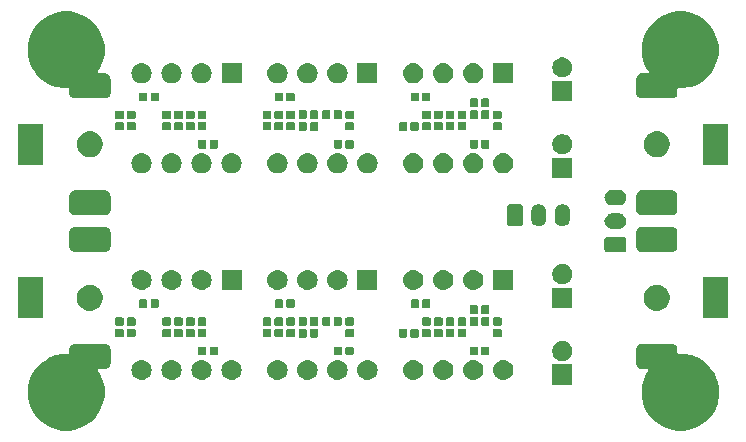
<source format=gbr>
G04 #@! TF.GenerationSoftware,KiCad,Pcbnew,(5.0.1)-rc2*
G04 #@! TF.CreationDate,2019-04-28T00:00:37+02:00*
G04 #@! TF.ProjectId,RIAA,524941412E6B696361645F7063620000,rev?*
G04 #@! TF.SameCoordinates,Original*
G04 #@! TF.FileFunction,Soldermask,Bot*
G04 #@! TF.FilePolarity,Negative*
%FSLAX46Y46*%
G04 Gerber Fmt 4.6, Leading zero omitted, Abs format (unit mm)*
G04 Created by KiCad (PCBNEW (5.0.1)-rc2) date 28-04-2019 00:00:37*
%MOMM*%
%LPD*%
G01*
G04 APERTURE LIST*
%ADD10C,0.100000*%
G04 APERTURE END LIST*
D10*
G36*
X179878210Y-114908489D02*
X179964949Y-114934802D01*
X180044891Y-114977532D01*
X180114963Y-115035037D01*
X180172468Y-115105109D01*
X180215198Y-115185051D01*
X180241511Y-115271790D01*
X180251000Y-115368140D01*
X180251000Y-115604000D01*
X180253402Y-115628386D01*
X180260515Y-115651835D01*
X180272066Y-115673446D01*
X180287612Y-115692388D01*
X180306554Y-115707934D01*
X180328165Y-115719485D01*
X180351614Y-115726598D01*
X180376000Y-115729000D01*
X180822167Y-115729000D01*
X181454113Y-115854702D01*
X181454115Y-115854703D01*
X181454116Y-115854703D01*
X182049400Y-116101277D01*
X182582724Y-116457633D01*
X182585144Y-116459250D01*
X183040750Y-116914856D01*
X183040752Y-116914859D01*
X183398723Y-117450600D01*
X183609179Y-117958687D01*
X183645298Y-118045887D01*
X183771000Y-118677833D01*
X183771000Y-119322167D01*
X183646458Y-119948282D01*
X183645297Y-119954116D01*
X183398723Y-120549400D01*
X183049271Y-121072392D01*
X183040750Y-121085144D01*
X182585144Y-121540750D01*
X182585141Y-121540752D01*
X182049400Y-121898723D01*
X181454116Y-122145297D01*
X181454115Y-122145297D01*
X181454113Y-122145298D01*
X180822167Y-122271000D01*
X180177833Y-122271000D01*
X179545887Y-122145298D01*
X179545885Y-122145297D01*
X179545884Y-122145297D01*
X178950600Y-121898723D01*
X178414859Y-121540752D01*
X178414856Y-121540750D01*
X177959250Y-121085144D01*
X177950729Y-121072392D01*
X177601277Y-120549400D01*
X177354703Y-119954116D01*
X177353543Y-119948282D01*
X177229000Y-119322167D01*
X177229000Y-118677833D01*
X177354702Y-118045887D01*
X177390821Y-117958687D01*
X177601277Y-117450600D01*
X177771768Y-117195443D01*
X177783317Y-117173835D01*
X177790430Y-117150386D01*
X177792832Y-117126000D01*
X177790430Y-117101614D01*
X177783317Y-117078164D01*
X177771766Y-117056554D01*
X177756220Y-117037612D01*
X177737278Y-117022066D01*
X177715667Y-117010515D01*
X177692218Y-117003402D01*
X177667832Y-117001000D01*
X177218140Y-117001000D01*
X177121790Y-116991511D01*
X177035051Y-116965198D01*
X176955109Y-116922468D01*
X176885037Y-116864963D01*
X176827532Y-116794891D01*
X176784802Y-116714949D01*
X176758489Y-116628210D01*
X176749000Y-116531860D01*
X176749000Y-115368140D01*
X176758489Y-115271790D01*
X176784802Y-115185051D01*
X176827532Y-115105109D01*
X176885037Y-115035037D01*
X176955109Y-114977532D01*
X177035051Y-114934802D01*
X177121790Y-114908489D01*
X177218140Y-114899000D01*
X179781860Y-114899000D01*
X179878210Y-114908489D01*
X179878210Y-114908489D01*
G37*
G36*
X131878210Y-114908489D02*
X131964949Y-114934802D01*
X132044891Y-114977532D01*
X132114963Y-115035037D01*
X132172468Y-115105109D01*
X132215198Y-115185051D01*
X132241511Y-115271790D01*
X132251000Y-115368140D01*
X132251000Y-116531860D01*
X132241511Y-116628210D01*
X132215198Y-116714949D01*
X132172468Y-116794891D01*
X132114963Y-116864963D01*
X132044891Y-116922468D01*
X131964949Y-116965198D01*
X131878210Y-116991511D01*
X131781860Y-117001000D01*
X131308114Y-117001000D01*
X131283728Y-117003402D01*
X131260279Y-117010515D01*
X131238668Y-117022066D01*
X131219726Y-117037612D01*
X131204180Y-117056554D01*
X131192629Y-117078165D01*
X131185516Y-117101614D01*
X131183114Y-117126000D01*
X131185516Y-117150386D01*
X131192629Y-117173835D01*
X131204180Y-117195446D01*
X131380999Y-117460074D01*
X131626066Y-118051718D01*
X131626066Y-118051719D01*
X131751000Y-118679803D01*
X131751000Y-119320197D01*
X131750608Y-119322167D01*
X131626066Y-119948282D01*
X131380999Y-120539926D01*
X131027615Y-121068802D01*
X131025214Y-121072395D01*
X130572395Y-121525214D01*
X130572392Y-121525216D01*
X130039926Y-121880999D01*
X129448282Y-122126066D01*
X129134239Y-122188533D01*
X128820197Y-122251000D01*
X128179803Y-122251000D01*
X127865761Y-122188533D01*
X127551718Y-122126066D01*
X126960074Y-121880999D01*
X126427608Y-121525216D01*
X126427605Y-121525214D01*
X125974786Y-121072395D01*
X125972385Y-121068802D01*
X125619001Y-120539926D01*
X125373934Y-119948282D01*
X125249392Y-119322167D01*
X125249000Y-119320197D01*
X125249000Y-118679803D01*
X125373934Y-118051719D01*
X125373934Y-118051718D01*
X125619001Y-117460074D01*
X125974784Y-116927608D01*
X125974786Y-116927605D01*
X126427605Y-116474786D01*
X126661807Y-116318297D01*
X126960074Y-116119001D01*
X127551718Y-115873934D01*
X128152857Y-115754360D01*
X128179803Y-115749000D01*
X128624000Y-115749000D01*
X128648386Y-115746598D01*
X128671835Y-115739485D01*
X128693446Y-115727934D01*
X128712388Y-115712388D01*
X128727934Y-115693446D01*
X128739485Y-115671835D01*
X128746598Y-115648386D01*
X128749000Y-115624000D01*
X128749000Y-115368140D01*
X128758489Y-115271790D01*
X128784802Y-115185051D01*
X128827532Y-115105109D01*
X128885037Y-115035037D01*
X128955109Y-114977532D01*
X129035051Y-114934802D01*
X129121790Y-114908489D01*
X129218140Y-114899000D01*
X131781860Y-114899000D01*
X131878210Y-114908489D01*
X131878210Y-114908489D01*
G37*
G36*
X171351000Y-118351000D02*
X169649000Y-118351000D01*
X169649000Y-116649000D01*
X171351000Y-116649000D01*
X171351000Y-118351000D01*
X171351000Y-118351000D01*
G37*
G36*
X160586821Y-116281313D02*
X160586824Y-116281314D01*
X160586825Y-116281314D01*
X160747239Y-116329975D01*
X160747241Y-116329976D01*
X160747244Y-116329977D01*
X160895078Y-116408995D01*
X161024659Y-116515341D01*
X161131005Y-116644922D01*
X161210023Y-116792756D01*
X161258687Y-116953179D01*
X161275117Y-117120000D01*
X161258687Y-117286821D01*
X161210023Y-117447244D01*
X161131005Y-117595078D01*
X161024659Y-117724659D01*
X160895078Y-117831005D01*
X160747244Y-117910023D01*
X160747241Y-117910024D01*
X160747239Y-117910025D01*
X160586825Y-117958686D01*
X160586824Y-117958686D01*
X160586821Y-117958687D01*
X160461804Y-117971000D01*
X160378196Y-117971000D01*
X160253179Y-117958687D01*
X160253176Y-117958686D01*
X160253175Y-117958686D01*
X160092761Y-117910025D01*
X160092759Y-117910024D01*
X160092756Y-117910023D01*
X159944922Y-117831005D01*
X159815341Y-117724659D01*
X159708995Y-117595078D01*
X159629977Y-117447244D01*
X159581313Y-117286821D01*
X159564883Y-117120000D01*
X159581313Y-116953179D01*
X159629977Y-116792756D01*
X159708995Y-116644922D01*
X159815341Y-116515341D01*
X159944922Y-116408995D01*
X160092756Y-116329977D01*
X160092759Y-116329976D01*
X160092761Y-116329975D01*
X160253175Y-116281314D01*
X160253176Y-116281314D01*
X160253179Y-116281313D01*
X160378196Y-116269000D01*
X160461804Y-116269000D01*
X160586821Y-116281313D01*
X160586821Y-116281313D01*
G37*
G36*
X142666821Y-116281313D02*
X142666824Y-116281314D01*
X142666825Y-116281314D01*
X142827239Y-116329975D01*
X142827241Y-116329976D01*
X142827244Y-116329977D01*
X142975078Y-116408995D01*
X143104659Y-116515341D01*
X143211005Y-116644922D01*
X143290023Y-116792756D01*
X143338687Y-116953179D01*
X143355117Y-117120000D01*
X143338687Y-117286821D01*
X143290023Y-117447244D01*
X143211005Y-117595078D01*
X143104659Y-117724659D01*
X142975078Y-117831005D01*
X142827244Y-117910023D01*
X142827241Y-117910024D01*
X142827239Y-117910025D01*
X142666825Y-117958686D01*
X142666824Y-117958686D01*
X142666821Y-117958687D01*
X142541804Y-117971000D01*
X142458196Y-117971000D01*
X142333179Y-117958687D01*
X142333176Y-117958686D01*
X142333175Y-117958686D01*
X142172761Y-117910025D01*
X142172759Y-117910024D01*
X142172756Y-117910023D01*
X142024922Y-117831005D01*
X141895341Y-117724659D01*
X141788995Y-117595078D01*
X141709977Y-117447244D01*
X141661313Y-117286821D01*
X141644883Y-117120000D01*
X141661313Y-116953179D01*
X141709977Y-116792756D01*
X141788995Y-116644922D01*
X141895341Y-116515341D01*
X142024922Y-116408995D01*
X142172756Y-116329977D01*
X142172759Y-116329976D01*
X142172761Y-116329975D01*
X142333175Y-116281314D01*
X142333176Y-116281314D01*
X142333179Y-116281313D01*
X142458196Y-116269000D01*
X142541804Y-116269000D01*
X142666821Y-116281313D01*
X142666821Y-116281313D01*
G37*
G36*
X140126821Y-116281313D02*
X140126824Y-116281314D01*
X140126825Y-116281314D01*
X140287239Y-116329975D01*
X140287241Y-116329976D01*
X140287244Y-116329977D01*
X140435078Y-116408995D01*
X140564659Y-116515341D01*
X140671005Y-116644922D01*
X140750023Y-116792756D01*
X140798687Y-116953179D01*
X140815117Y-117120000D01*
X140798687Y-117286821D01*
X140750023Y-117447244D01*
X140671005Y-117595078D01*
X140564659Y-117724659D01*
X140435078Y-117831005D01*
X140287244Y-117910023D01*
X140287241Y-117910024D01*
X140287239Y-117910025D01*
X140126825Y-117958686D01*
X140126824Y-117958686D01*
X140126821Y-117958687D01*
X140001804Y-117971000D01*
X139918196Y-117971000D01*
X139793179Y-117958687D01*
X139793176Y-117958686D01*
X139793175Y-117958686D01*
X139632761Y-117910025D01*
X139632759Y-117910024D01*
X139632756Y-117910023D01*
X139484922Y-117831005D01*
X139355341Y-117724659D01*
X139248995Y-117595078D01*
X139169977Y-117447244D01*
X139121313Y-117286821D01*
X139104883Y-117120000D01*
X139121313Y-116953179D01*
X139169977Y-116792756D01*
X139248995Y-116644922D01*
X139355341Y-116515341D01*
X139484922Y-116408995D01*
X139632756Y-116329977D01*
X139632759Y-116329976D01*
X139632761Y-116329975D01*
X139793175Y-116281314D01*
X139793176Y-116281314D01*
X139793179Y-116281313D01*
X139918196Y-116269000D01*
X140001804Y-116269000D01*
X140126821Y-116281313D01*
X140126821Y-116281313D01*
G37*
G36*
X137586821Y-116281313D02*
X137586824Y-116281314D01*
X137586825Y-116281314D01*
X137747239Y-116329975D01*
X137747241Y-116329976D01*
X137747244Y-116329977D01*
X137895078Y-116408995D01*
X138024659Y-116515341D01*
X138131005Y-116644922D01*
X138210023Y-116792756D01*
X138258687Y-116953179D01*
X138275117Y-117120000D01*
X138258687Y-117286821D01*
X138210023Y-117447244D01*
X138131005Y-117595078D01*
X138024659Y-117724659D01*
X137895078Y-117831005D01*
X137747244Y-117910023D01*
X137747241Y-117910024D01*
X137747239Y-117910025D01*
X137586825Y-117958686D01*
X137586824Y-117958686D01*
X137586821Y-117958687D01*
X137461804Y-117971000D01*
X137378196Y-117971000D01*
X137253179Y-117958687D01*
X137253176Y-117958686D01*
X137253175Y-117958686D01*
X137092761Y-117910025D01*
X137092759Y-117910024D01*
X137092756Y-117910023D01*
X136944922Y-117831005D01*
X136815341Y-117724659D01*
X136708995Y-117595078D01*
X136629977Y-117447244D01*
X136581313Y-117286821D01*
X136564883Y-117120000D01*
X136581313Y-116953179D01*
X136629977Y-116792756D01*
X136708995Y-116644922D01*
X136815341Y-116515341D01*
X136944922Y-116408995D01*
X137092756Y-116329977D01*
X137092759Y-116329976D01*
X137092761Y-116329975D01*
X137253175Y-116281314D01*
X137253176Y-116281314D01*
X137253179Y-116281313D01*
X137378196Y-116269000D01*
X137461804Y-116269000D01*
X137586821Y-116281313D01*
X137586821Y-116281313D01*
G37*
G36*
X135046821Y-116281313D02*
X135046824Y-116281314D01*
X135046825Y-116281314D01*
X135207239Y-116329975D01*
X135207241Y-116329976D01*
X135207244Y-116329977D01*
X135355078Y-116408995D01*
X135484659Y-116515341D01*
X135591005Y-116644922D01*
X135670023Y-116792756D01*
X135718687Y-116953179D01*
X135735117Y-117120000D01*
X135718687Y-117286821D01*
X135670023Y-117447244D01*
X135591005Y-117595078D01*
X135484659Y-117724659D01*
X135355078Y-117831005D01*
X135207244Y-117910023D01*
X135207241Y-117910024D01*
X135207239Y-117910025D01*
X135046825Y-117958686D01*
X135046824Y-117958686D01*
X135046821Y-117958687D01*
X134921804Y-117971000D01*
X134838196Y-117971000D01*
X134713179Y-117958687D01*
X134713176Y-117958686D01*
X134713175Y-117958686D01*
X134552761Y-117910025D01*
X134552759Y-117910024D01*
X134552756Y-117910023D01*
X134404922Y-117831005D01*
X134275341Y-117724659D01*
X134168995Y-117595078D01*
X134089977Y-117447244D01*
X134041313Y-117286821D01*
X134024883Y-117120000D01*
X134041313Y-116953179D01*
X134089977Y-116792756D01*
X134168995Y-116644922D01*
X134275341Y-116515341D01*
X134404922Y-116408995D01*
X134552756Y-116329977D01*
X134552759Y-116329976D01*
X134552761Y-116329975D01*
X134713175Y-116281314D01*
X134713176Y-116281314D01*
X134713179Y-116281313D01*
X134838196Y-116269000D01*
X134921804Y-116269000D01*
X135046821Y-116281313D01*
X135046821Y-116281313D01*
G37*
G36*
X154166821Y-116281313D02*
X154166824Y-116281314D01*
X154166825Y-116281314D01*
X154327239Y-116329975D01*
X154327241Y-116329976D01*
X154327244Y-116329977D01*
X154475078Y-116408995D01*
X154604659Y-116515341D01*
X154711005Y-116644922D01*
X154790023Y-116792756D01*
X154838687Y-116953179D01*
X154855117Y-117120000D01*
X154838687Y-117286821D01*
X154790023Y-117447244D01*
X154711005Y-117595078D01*
X154604659Y-117724659D01*
X154475078Y-117831005D01*
X154327244Y-117910023D01*
X154327241Y-117910024D01*
X154327239Y-117910025D01*
X154166825Y-117958686D01*
X154166824Y-117958686D01*
X154166821Y-117958687D01*
X154041804Y-117971000D01*
X153958196Y-117971000D01*
X153833179Y-117958687D01*
X153833176Y-117958686D01*
X153833175Y-117958686D01*
X153672761Y-117910025D01*
X153672759Y-117910024D01*
X153672756Y-117910023D01*
X153524922Y-117831005D01*
X153395341Y-117724659D01*
X153288995Y-117595078D01*
X153209977Y-117447244D01*
X153161313Y-117286821D01*
X153144883Y-117120000D01*
X153161313Y-116953179D01*
X153209977Y-116792756D01*
X153288995Y-116644922D01*
X153395341Y-116515341D01*
X153524922Y-116408995D01*
X153672756Y-116329977D01*
X153672759Y-116329976D01*
X153672761Y-116329975D01*
X153833175Y-116281314D01*
X153833176Y-116281314D01*
X153833179Y-116281313D01*
X153958196Y-116269000D01*
X154041804Y-116269000D01*
X154166821Y-116281313D01*
X154166821Y-116281313D01*
G37*
G36*
X151626821Y-116281313D02*
X151626824Y-116281314D01*
X151626825Y-116281314D01*
X151787239Y-116329975D01*
X151787241Y-116329976D01*
X151787244Y-116329977D01*
X151935078Y-116408995D01*
X152064659Y-116515341D01*
X152171005Y-116644922D01*
X152250023Y-116792756D01*
X152298687Y-116953179D01*
X152315117Y-117120000D01*
X152298687Y-117286821D01*
X152250023Y-117447244D01*
X152171005Y-117595078D01*
X152064659Y-117724659D01*
X151935078Y-117831005D01*
X151787244Y-117910023D01*
X151787241Y-117910024D01*
X151787239Y-117910025D01*
X151626825Y-117958686D01*
X151626824Y-117958686D01*
X151626821Y-117958687D01*
X151501804Y-117971000D01*
X151418196Y-117971000D01*
X151293179Y-117958687D01*
X151293176Y-117958686D01*
X151293175Y-117958686D01*
X151132761Y-117910025D01*
X151132759Y-117910024D01*
X151132756Y-117910023D01*
X150984922Y-117831005D01*
X150855341Y-117724659D01*
X150748995Y-117595078D01*
X150669977Y-117447244D01*
X150621313Y-117286821D01*
X150604883Y-117120000D01*
X150621313Y-116953179D01*
X150669977Y-116792756D01*
X150748995Y-116644922D01*
X150855341Y-116515341D01*
X150984922Y-116408995D01*
X151132756Y-116329977D01*
X151132759Y-116329976D01*
X151132761Y-116329975D01*
X151293175Y-116281314D01*
X151293176Y-116281314D01*
X151293179Y-116281313D01*
X151418196Y-116269000D01*
X151501804Y-116269000D01*
X151626821Y-116281313D01*
X151626821Y-116281313D01*
G37*
G36*
X149086821Y-116281313D02*
X149086824Y-116281314D01*
X149086825Y-116281314D01*
X149247239Y-116329975D01*
X149247241Y-116329976D01*
X149247244Y-116329977D01*
X149395078Y-116408995D01*
X149524659Y-116515341D01*
X149631005Y-116644922D01*
X149710023Y-116792756D01*
X149758687Y-116953179D01*
X149775117Y-117120000D01*
X149758687Y-117286821D01*
X149710023Y-117447244D01*
X149631005Y-117595078D01*
X149524659Y-117724659D01*
X149395078Y-117831005D01*
X149247244Y-117910023D01*
X149247241Y-117910024D01*
X149247239Y-117910025D01*
X149086825Y-117958686D01*
X149086824Y-117958686D01*
X149086821Y-117958687D01*
X148961804Y-117971000D01*
X148878196Y-117971000D01*
X148753179Y-117958687D01*
X148753176Y-117958686D01*
X148753175Y-117958686D01*
X148592761Y-117910025D01*
X148592759Y-117910024D01*
X148592756Y-117910023D01*
X148444922Y-117831005D01*
X148315341Y-117724659D01*
X148208995Y-117595078D01*
X148129977Y-117447244D01*
X148081313Y-117286821D01*
X148064883Y-117120000D01*
X148081313Y-116953179D01*
X148129977Y-116792756D01*
X148208995Y-116644922D01*
X148315341Y-116515341D01*
X148444922Y-116408995D01*
X148592756Y-116329977D01*
X148592759Y-116329976D01*
X148592761Y-116329975D01*
X148753175Y-116281314D01*
X148753176Y-116281314D01*
X148753179Y-116281313D01*
X148878196Y-116269000D01*
X148961804Y-116269000D01*
X149086821Y-116281313D01*
X149086821Y-116281313D01*
G37*
G36*
X146546821Y-116281313D02*
X146546824Y-116281314D01*
X146546825Y-116281314D01*
X146707239Y-116329975D01*
X146707241Y-116329976D01*
X146707244Y-116329977D01*
X146855078Y-116408995D01*
X146984659Y-116515341D01*
X147091005Y-116644922D01*
X147170023Y-116792756D01*
X147218687Y-116953179D01*
X147235117Y-117120000D01*
X147218687Y-117286821D01*
X147170023Y-117447244D01*
X147091005Y-117595078D01*
X146984659Y-117724659D01*
X146855078Y-117831005D01*
X146707244Y-117910023D01*
X146707241Y-117910024D01*
X146707239Y-117910025D01*
X146546825Y-117958686D01*
X146546824Y-117958686D01*
X146546821Y-117958687D01*
X146421804Y-117971000D01*
X146338196Y-117971000D01*
X146213179Y-117958687D01*
X146213176Y-117958686D01*
X146213175Y-117958686D01*
X146052761Y-117910025D01*
X146052759Y-117910024D01*
X146052756Y-117910023D01*
X145904922Y-117831005D01*
X145775341Y-117724659D01*
X145668995Y-117595078D01*
X145589977Y-117447244D01*
X145541313Y-117286821D01*
X145524883Y-117120000D01*
X145541313Y-116953179D01*
X145589977Y-116792756D01*
X145668995Y-116644922D01*
X145775341Y-116515341D01*
X145904922Y-116408995D01*
X146052756Y-116329977D01*
X146052759Y-116329976D01*
X146052761Y-116329975D01*
X146213175Y-116281314D01*
X146213176Y-116281314D01*
X146213179Y-116281313D01*
X146338196Y-116269000D01*
X146421804Y-116269000D01*
X146546821Y-116281313D01*
X146546821Y-116281313D01*
G37*
G36*
X158046821Y-116281313D02*
X158046824Y-116281314D01*
X158046825Y-116281314D01*
X158207239Y-116329975D01*
X158207241Y-116329976D01*
X158207244Y-116329977D01*
X158355078Y-116408995D01*
X158484659Y-116515341D01*
X158591005Y-116644922D01*
X158670023Y-116792756D01*
X158718687Y-116953179D01*
X158735117Y-117120000D01*
X158718687Y-117286821D01*
X158670023Y-117447244D01*
X158591005Y-117595078D01*
X158484659Y-117724659D01*
X158355078Y-117831005D01*
X158207244Y-117910023D01*
X158207241Y-117910024D01*
X158207239Y-117910025D01*
X158046825Y-117958686D01*
X158046824Y-117958686D01*
X158046821Y-117958687D01*
X157921804Y-117971000D01*
X157838196Y-117971000D01*
X157713179Y-117958687D01*
X157713176Y-117958686D01*
X157713175Y-117958686D01*
X157552761Y-117910025D01*
X157552759Y-117910024D01*
X157552756Y-117910023D01*
X157404922Y-117831005D01*
X157275341Y-117724659D01*
X157168995Y-117595078D01*
X157089977Y-117447244D01*
X157041313Y-117286821D01*
X157024883Y-117120000D01*
X157041313Y-116953179D01*
X157089977Y-116792756D01*
X157168995Y-116644922D01*
X157275341Y-116515341D01*
X157404922Y-116408995D01*
X157552756Y-116329977D01*
X157552759Y-116329976D01*
X157552761Y-116329975D01*
X157713175Y-116281314D01*
X157713176Y-116281314D01*
X157713179Y-116281313D01*
X157838196Y-116269000D01*
X157921804Y-116269000D01*
X158046821Y-116281313D01*
X158046821Y-116281313D01*
G37*
G36*
X163126821Y-116281313D02*
X163126824Y-116281314D01*
X163126825Y-116281314D01*
X163287239Y-116329975D01*
X163287241Y-116329976D01*
X163287244Y-116329977D01*
X163435078Y-116408995D01*
X163564659Y-116515341D01*
X163671005Y-116644922D01*
X163750023Y-116792756D01*
X163798687Y-116953179D01*
X163815117Y-117120000D01*
X163798687Y-117286821D01*
X163750023Y-117447244D01*
X163671005Y-117595078D01*
X163564659Y-117724659D01*
X163435078Y-117831005D01*
X163287244Y-117910023D01*
X163287241Y-117910024D01*
X163287239Y-117910025D01*
X163126825Y-117958686D01*
X163126824Y-117958686D01*
X163126821Y-117958687D01*
X163001804Y-117971000D01*
X162918196Y-117971000D01*
X162793179Y-117958687D01*
X162793176Y-117958686D01*
X162793175Y-117958686D01*
X162632761Y-117910025D01*
X162632759Y-117910024D01*
X162632756Y-117910023D01*
X162484922Y-117831005D01*
X162355341Y-117724659D01*
X162248995Y-117595078D01*
X162169977Y-117447244D01*
X162121313Y-117286821D01*
X162104883Y-117120000D01*
X162121313Y-116953179D01*
X162169977Y-116792756D01*
X162248995Y-116644922D01*
X162355341Y-116515341D01*
X162484922Y-116408995D01*
X162632756Y-116329977D01*
X162632759Y-116329976D01*
X162632761Y-116329975D01*
X162793175Y-116281314D01*
X162793176Y-116281314D01*
X162793179Y-116281313D01*
X162918196Y-116269000D01*
X163001804Y-116269000D01*
X163126821Y-116281313D01*
X163126821Y-116281313D01*
G37*
G36*
X165666821Y-116281313D02*
X165666824Y-116281314D01*
X165666825Y-116281314D01*
X165827239Y-116329975D01*
X165827241Y-116329976D01*
X165827244Y-116329977D01*
X165975078Y-116408995D01*
X166104659Y-116515341D01*
X166211005Y-116644922D01*
X166290023Y-116792756D01*
X166338687Y-116953179D01*
X166355117Y-117120000D01*
X166338687Y-117286821D01*
X166290023Y-117447244D01*
X166211005Y-117595078D01*
X166104659Y-117724659D01*
X165975078Y-117831005D01*
X165827244Y-117910023D01*
X165827241Y-117910024D01*
X165827239Y-117910025D01*
X165666825Y-117958686D01*
X165666824Y-117958686D01*
X165666821Y-117958687D01*
X165541804Y-117971000D01*
X165458196Y-117971000D01*
X165333179Y-117958687D01*
X165333176Y-117958686D01*
X165333175Y-117958686D01*
X165172761Y-117910025D01*
X165172759Y-117910024D01*
X165172756Y-117910023D01*
X165024922Y-117831005D01*
X164895341Y-117724659D01*
X164788995Y-117595078D01*
X164709977Y-117447244D01*
X164661313Y-117286821D01*
X164644883Y-117120000D01*
X164661313Y-116953179D01*
X164709977Y-116792756D01*
X164788995Y-116644922D01*
X164895341Y-116515341D01*
X165024922Y-116408995D01*
X165172756Y-116329977D01*
X165172759Y-116329976D01*
X165172761Y-116329975D01*
X165333175Y-116281314D01*
X165333176Y-116281314D01*
X165333179Y-116281313D01*
X165458196Y-116269000D01*
X165541804Y-116269000D01*
X165666821Y-116281313D01*
X165666821Y-116281313D01*
G37*
G36*
X170748228Y-114681703D02*
X170903100Y-114745853D01*
X171042481Y-114838985D01*
X171161015Y-114957519D01*
X171254147Y-115096900D01*
X171318297Y-115251772D01*
X171351000Y-115416184D01*
X171351000Y-115583816D01*
X171318297Y-115748228D01*
X171254147Y-115903100D01*
X171161015Y-116042481D01*
X171042481Y-116161015D01*
X170903100Y-116254147D01*
X170748228Y-116318297D01*
X170583816Y-116351000D01*
X170416184Y-116351000D01*
X170251772Y-116318297D01*
X170096900Y-116254147D01*
X169957519Y-116161015D01*
X169838985Y-116042481D01*
X169745853Y-115903100D01*
X169681703Y-115748228D01*
X169649000Y-115583816D01*
X169649000Y-115416184D01*
X169681703Y-115251772D01*
X169745853Y-115096900D01*
X169838985Y-114957519D01*
X169957519Y-114838985D01*
X170096900Y-114745853D01*
X170251772Y-114681703D01*
X170416184Y-114649000D01*
X170583816Y-114649000D01*
X170748228Y-114681703D01*
X170748228Y-114681703D01*
G37*
G36*
X151771938Y-115131716D02*
X151792556Y-115137970D01*
X151811556Y-115148126D01*
X151828208Y-115161792D01*
X151841874Y-115178444D01*
X151852030Y-115197444D01*
X151858284Y-115218062D01*
X151861000Y-115245640D01*
X151861000Y-115754360D01*
X151858284Y-115781938D01*
X151852030Y-115802556D01*
X151841874Y-115821556D01*
X151828208Y-115838208D01*
X151811556Y-115851874D01*
X151792556Y-115862030D01*
X151771938Y-115868284D01*
X151744360Y-115871000D01*
X151285640Y-115871000D01*
X151258062Y-115868284D01*
X151237444Y-115862030D01*
X151218444Y-115851874D01*
X151201792Y-115838208D01*
X151188126Y-115821556D01*
X151177970Y-115802556D01*
X151171716Y-115781938D01*
X151169000Y-115754360D01*
X151169000Y-115245640D01*
X151171716Y-115218062D01*
X151177970Y-115197444D01*
X151188126Y-115178444D01*
X151201792Y-115161792D01*
X151218444Y-115148126D01*
X151237444Y-115137970D01*
X151258062Y-115131716D01*
X151285640Y-115129000D01*
X151744360Y-115129000D01*
X151771938Y-115131716D01*
X151771938Y-115131716D01*
G37*
G36*
X164241938Y-115131716D02*
X164262556Y-115137970D01*
X164281556Y-115148126D01*
X164298208Y-115161792D01*
X164311874Y-115178444D01*
X164322030Y-115197444D01*
X164328284Y-115218062D01*
X164331000Y-115245640D01*
X164331000Y-115754360D01*
X164328284Y-115781938D01*
X164322030Y-115802556D01*
X164311874Y-115821556D01*
X164298208Y-115838208D01*
X164281556Y-115851874D01*
X164262556Y-115862030D01*
X164241938Y-115868284D01*
X164214360Y-115871000D01*
X163755640Y-115871000D01*
X163728062Y-115868284D01*
X163707444Y-115862030D01*
X163688444Y-115851874D01*
X163671792Y-115838208D01*
X163658126Y-115821556D01*
X163647970Y-115802556D01*
X163641716Y-115781938D01*
X163639000Y-115754360D01*
X163639000Y-115245640D01*
X163641716Y-115218062D01*
X163647970Y-115197444D01*
X163658126Y-115178444D01*
X163671792Y-115161792D01*
X163688444Y-115148126D01*
X163707444Y-115137970D01*
X163728062Y-115131716D01*
X163755640Y-115129000D01*
X164214360Y-115129000D01*
X164241938Y-115131716D01*
X164241938Y-115131716D01*
G37*
G36*
X163271938Y-115131716D02*
X163292556Y-115137970D01*
X163311556Y-115148126D01*
X163328208Y-115161792D01*
X163341874Y-115178444D01*
X163352030Y-115197444D01*
X163358284Y-115218062D01*
X163361000Y-115245640D01*
X163361000Y-115754360D01*
X163358284Y-115781938D01*
X163352030Y-115802556D01*
X163341874Y-115821556D01*
X163328208Y-115838208D01*
X163311556Y-115851874D01*
X163292556Y-115862030D01*
X163271938Y-115868284D01*
X163244360Y-115871000D01*
X162785640Y-115871000D01*
X162758062Y-115868284D01*
X162737444Y-115862030D01*
X162718444Y-115851874D01*
X162701792Y-115838208D01*
X162688126Y-115821556D01*
X162677970Y-115802556D01*
X162671716Y-115781938D01*
X162669000Y-115754360D01*
X162669000Y-115245640D01*
X162671716Y-115218062D01*
X162677970Y-115197444D01*
X162688126Y-115178444D01*
X162701792Y-115161792D01*
X162718444Y-115148126D01*
X162737444Y-115137970D01*
X162758062Y-115131716D01*
X162785640Y-115129000D01*
X163244360Y-115129000D01*
X163271938Y-115131716D01*
X163271938Y-115131716D01*
G37*
G36*
X152741938Y-115131716D02*
X152762556Y-115137970D01*
X152781556Y-115148126D01*
X152798208Y-115161792D01*
X152811874Y-115178444D01*
X152822030Y-115197444D01*
X152828284Y-115218062D01*
X152831000Y-115245640D01*
X152831000Y-115754360D01*
X152828284Y-115781938D01*
X152822030Y-115802556D01*
X152811874Y-115821556D01*
X152798208Y-115838208D01*
X152781556Y-115851874D01*
X152762556Y-115862030D01*
X152741938Y-115868284D01*
X152714360Y-115871000D01*
X152255640Y-115871000D01*
X152228062Y-115868284D01*
X152207444Y-115862030D01*
X152188444Y-115851874D01*
X152171792Y-115838208D01*
X152158126Y-115821556D01*
X152147970Y-115802556D01*
X152141716Y-115781938D01*
X152139000Y-115754360D01*
X152139000Y-115245640D01*
X152141716Y-115218062D01*
X152147970Y-115197444D01*
X152158126Y-115178444D01*
X152171792Y-115161792D01*
X152188444Y-115148126D01*
X152207444Y-115137970D01*
X152228062Y-115131716D01*
X152255640Y-115129000D01*
X152714360Y-115129000D01*
X152741938Y-115131716D01*
X152741938Y-115131716D01*
G37*
G36*
X140271938Y-115131716D02*
X140292556Y-115137970D01*
X140311556Y-115148126D01*
X140328208Y-115161792D01*
X140341874Y-115178444D01*
X140352030Y-115197444D01*
X140358284Y-115218062D01*
X140361000Y-115245640D01*
X140361000Y-115754360D01*
X140358284Y-115781938D01*
X140352030Y-115802556D01*
X140341874Y-115821556D01*
X140328208Y-115838208D01*
X140311556Y-115851874D01*
X140292556Y-115862030D01*
X140271938Y-115868284D01*
X140244360Y-115871000D01*
X139785640Y-115871000D01*
X139758062Y-115868284D01*
X139737444Y-115862030D01*
X139718444Y-115851874D01*
X139701792Y-115838208D01*
X139688126Y-115821556D01*
X139677970Y-115802556D01*
X139671716Y-115781938D01*
X139669000Y-115754360D01*
X139669000Y-115245640D01*
X139671716Y-115218062D01*
X139677970Y-115197444D01*
X139688126Y-115178444D01*
X139701792Y-115161792D01*
X139718444Y-115148126D01*
X139737444Y-115137970D01*
X139758062Y-115131716D01*
X139785640Y-115129000D01*
X140244360Y-115129000D01*
X140271938Y-115131716D01*
X140271938Y-115131716D01*
G37*
G36*
X141241938Y-115131716D02*
X141262556Y-115137970D01*
X141281556Y-115148126D01*
X141298208Y-115161792D01*
X141311874Y-115178444D01*
X141322030Y-115197444D01*
X141328284Y-115218062D01*
X141331000Y-115245640D01*
X141331000Y-115754360D01*
X141328284Y-115781938D01*
X141322030Y-115802556D01*
X141311874Y-115821556D01*
X141298208Y-115838208D01*
X141281556Y-115851874D01*
X141262556Y-115862030D01*
X141241938Y-115868284D01*
X141214360Y-115871000D01*
X140755640Y-115871000D01*
X140728062Y-115868284D01*
X140707444Y-115862030D01*
X140688444Y-115851874D01*
X140671792Y-115838208D01*
X140658126Y-115821556D01*
X140647970Y-115802556D01*
X140641716Y-115781938D01*
X140639000Y-115754360D01*
X140639000Y-115245640D01*
X140641716Y-115218062D01*
X140647970Y-115197444D01*
X140658126Y-115178444D01*
X140671792Y-115161792D01*
X140688444Y-115148126D01*
X140707444Y-115137970D01*
X140728062Y-115131716D01*
X140755640Y-115129000D01*
X141214360Y-115129000D01*
X141241938Y-115131716D01*
X141241938Y-115131716D01*
G37*
G36*
X148771938Y-113631716D02*
X148792556Y-113637970D01*
X148811556Y-113648126D01*
X148828208Y-113661792D01*
X148841874Y-113678444D01*
X148852030Y-113697444D01*
X148858284Y-113718062D01*
X148861000Y-113745640D01*
X148861000Y-114254360D01*
X148858284Y-114281938D01*
X148852030Y-114302556D01*
X148841874Y-114321556D01*
X148828208Y-114338208D01*
X148811556Y-114351874D01*
X148792556Y-114362030D01*
X148771938Y-114368284D01*
X148744360Y-114371000D01*
X148285640Y-114371000D01*
X148258062Y-114368284D01*
X148237444Y-114362030D01*
X148218444Y-114351874D01*
X148201792Y-114338208D01*
X148188126Y-114321556D01*
X148177970Y-114302556D01*
X148171716Y-114281938D01*
X148169000Y-114254360D01*
X148169000Y-113745640D01*
X148171716Y-113718062D01*
X148177970Y-113697444D01*
X148188126Y-113678444D01*
X148201792Y-113661792D01*
X148218444Y-113648126D01*
X148237444Y-113637970D01*
X148258062Y-113631716D01*
X148285640Y-113629000D01*
X148744360Y-113629000D01*
X148771938Y-113631716D01*
X148771938Y-113631716D01*
G37*
G36*
X149741938Y-113631716D02*
X149762556Y-113637970D01*
X149781556Y-113648126D01*
X149798208Y-113661792D01*
X149811874Y-113678444D01*
X149822030Y-113697444D01*
X149828284Y-113718062D01*
X149831000Y-113745640D01*
X149831000Y-114254360D01*
X149828284Y-114281938D01*
X149822030Y-114302556D01*
X149811874Y-114321556D01*
X149798208Y-114338208D01*
X149781556Y-114351874D01*
X149762556Y-114362030D01*
X149741938Y-114368284D01*
X149714360Y-114371000D01*
X149255640Y-114371000D01*
X149228062Y-114368284D01*
X149207444Y-114362030D01*
X149188444Y-114351874D01*
X149171792Y-114338208D01*
X149158126Y-114321556D01*
X149147970Y-114302556D01*
X149141716Y-114281938D01*
X149139000Y-114254360D01*
X149139000Y-113745640D01*
X149141716Y-113718062D01*
X149147970Y-113697444D01*
X149158126Y-113678444D01*
X149171792Y-113661792D01*
X149188444Y-113648126D01*
X149207444Y-113637970D01*
X149228062Y-113631716D01*
X149255640Y-113629000D01*
X149714360Y-113629000D01*
X149741938Y-113631716D01*
X149741938Y-113631716D01*
G37*
G36*
X158241938Y-113631716D02*
X158262556Y-113637970D01*
X158281556Y-113648126D01*
X158298208Y-113661792D01*
X158311874Y-113678444D01*
X158322030Y-113697444D01*
X158328284Y-113718062D01*
X158331000Y-113745640D01*
X158331000Y-114254360D01*
X158328284Y-114281938D01*
X158322030Y-114302556D01*
X158311874Y-114321556D01*
X158298208Y-114338208D01*
X158281556Y-114351874D01*
X158262556Y-114362030D01*
X158241938Y-114368284D01*
X158214360Y-114371000D01*
X157755640Y-114371000D01*
X157728062Y-114368284D01*
X157707444Y-114362030D01*
X157688444Y-114351874D01*
X157671792Y-114338208D01*
X157658126Y-114321556D01*
X157647970Y-114302556D01*
X157641716Y-114281938D01*
X157639000Y-114254360D01*
X157639000Y-113745640D01*
X157641716Y-113718062D01*
X157647970Y-113697444D01*
X157658126Y-113678444D01*
X157671792Y-113661792D01*
X157688444Y-113648126D01*
X157707444Y-113637970D01*
X157728062Y-113631716D01*
X157755640Y-113629000D01*
X158214360Y-113629000D01*
X158241938Y-113631716D01*
X158241938Y-113631716D01*
G37*
G36*
X157271938Y-113631716D02*
X157292556Y-113637970D01*
X157311556Y-113648126D01*
X157328208Y-113661792D01*
X157341874Y-113678444D01*
X157352030Y-113697444D01*
X157358284Y-113718062D01*
X157361000Y-113745640D01*
X157361000Y-114254360D01*
X157358284Y-114281938D01*
X157352030Y-114302556D01*
X157341874Y-114321556D01*
X157328208Y-114338208D01*
X157311556Y-114351874D01*
X157292556Y-114362030D01*
X157271938Y-114368284D01*
X157244360Y-114371000D01*
X156785640Y-114371000D01*
X156758062Y-114368284D01*
X156737444Y-114362030D01*
X156718444Y-114351874D01*
X156701792Y-114338208D01*
X156688126Y-114321556D01*
X156677970Y-114302556D01*
X156671716Y-114281938D01*
X156669000Y-114254360D01*
X156669000Y-113745640D01*
X156671716Y-113718062D01*
X156677970Y-113697444D01*
X156688126Y-113678444D01*
X156701792Y-113661792D01*
X156718444Y-113648126D01*
X156737444Y-113637970D01*
X156758062Y-113631716D01*
X156785640Y-113629000D01*
X157244360Y-113629000D01*
X157271938Y-113631716D01*
X157271938Y-113631716D01*
G37*
G36*
X145781938Y-113641716D02*
X145802556Y-113647970D01*
X145821556Y-113658126D01*
X145838208Y-113671792D01*
X145851874Y-113688444D01*
X145862030Y-113707444D01*
X145868284Y-113728062D01*
X145871000Y-113755640D01*
X145871000Y-114214360D01*
X145868284Y-114241938D01*
X145862030Y-114262556D01*
X145851874Y-114281556D01*
X145838208Y-114298208D01*
X145821556Y-114311874D01*
X145802556Y-114322030D01*
X145781938Y-114328284D01*
X145754360Y-114331000D01*
X145245640Y-114331000D01*
X145218062Y-114328284D01*
X145197444Y-114322030D01*
X145178444Y-114311874D01*
X145161792Y-114298208D01*
X145148126Y-114281556D01*
X145137970Y-114262556D01*
X145131716Y-114241938D01*
X145129000Y-114214360D01*
X145129000Y-113755640D01*
X145131716Y-113728062D01*
X145137970Y-113707444D01*
X145148126Y-113688444D01*
X145161792Y-113671792D01*
X145178444Y-113658126D01*
X145197444Y-113647970D01*
X145218062Y-113641716D01*
X145245640Y-113639000D01*
X145754360Y-113639000D01*
X145781938Y-113641716D01*
X145781938Y-113641716D01*
G37*
G36*
X134281938Y-113641716D02*
X134302556Y-113647970D01*
X134321556Y-113658126D01*
X134338208Y-113671792D01*
X134351874Y-113688444D01*
X134362030Y-113707444D01*
X134368284Y-113728062D01*
X134371000Y-113755640D01*
X134371000Y-114214360D01*
X134368284Y-114241938D01*
X134362030Y-114262556D01*
X134351874Y-114281556D01*
X134338208Y-114298208D01*
X134321556Y-114311874D01*
X134302556Y-114322030D01*
X134281938Y-114328284D01*
X134254360Y-114331000D01*
X133745640Y-114331000D01*
X133718062Y-114328284D01*
X133697444Y-114322030D01*
X133678444Y-114311874D01*
X133661792Y-114298208D01*
X133648126Y-114281556D01*
X133637970Y-114262556D01*
X133631716Y-114241938D01*
X133629000Y-114214360D01*
X133629000Y-113755640D01*
X133631716Y-113728062D01*
X133637970Y-113707444D01*
X133648126Y-113688444D01*
X133661792Y-113671792D01*
X133678444Y-113658126D01*
X133697444Y-113647970D01*
X133718062Y-113641716D01*
X133745640Y-113639000D01*
X134254360Y-113639000D01*
X134281938Y-113641716D01*
X134281938Y-113641716D01*
G37*
G36*
X139281938Y-113641716D02*
X139302556Y-113647970D01*
X139321556Y-113658126D01*
X139338208Y-113671792D01*
X139351874Y-113688444D01*
X139362030Y-113707444D01*
X139368284Y-113728062D01*
X139371000Y-113755640D01*
X139371000Y-114214360D01*
X139368284Y-114241938D01*
X139362030Y-114262556D01*
X139351874Y-114281556D01*
X139338208Y-114298208D01*
X139321556Y-114311874D01*
X139302556Y-114322030D01*
X139281938Y-114328284D01*
X139254360Y-114331000D01*
X138745640Y-114331000D01*
X138718062Y-114328284D01*
X138697444Y-114322030D01*
X138678444Y-114311874D01*
X138661792Y-114298208D01*
X138648126Y-114281556D01*
X138637970Y-114262556D01*
X138631716Y-114241938D01*
X138629000Y-114214360D01*
X138629000Y-113755640D01*
X138631716Y-113728062D01*
X138637970Y-113707444D01*
X138648126Y-113688444D01*
X138661792Y-113671792D01*
X138678444Y-113658126D01*
X138697444Y-113647970D01*
X138718062Y-113641716D01*
X138745640Y-113639000D01*
X139254360Y-113639000D01*
X139281938Y-113641716D01*
X139281938Y-113641716D01*
G37*
G36*
X160281938Y-113641716D02*
X160302556Y-113647970D01*
X160321556Y-113658126D01*
X160338208Y-113671792D01*
X160351874Y-113688444D01*
X160362030Y-113707444D01*
X160368284Y-113728062D01*
X160371000Y-113755640D01*
X160371000Y-114214360D01*
X160368284Y-114241938D01*
X160362030Y-114262556D01*
X160351874Y-114281556D01*
X160338208Y-114298208D01*
X160321556Y-114311874D01*
X160302556Y-114322030D01*
X160281938Y-114328284D01*
X160254360Y-114331000D01*
X159745640Y-114331000D01*
X159718062Y-114328284D01*
X159697444Y-114322030D01*
X159678444Y-114311874D01*
X159661792Y-114298208D01*
X159648126Y-114281556D01*
X159637970Y-114262556D01*
X159631716Y-114241938D01*
X159629000Y-114214360D01*
X159629000Y-113755640D01*
X159631716Y-113728062D01*
X159637970Y-113707444D01*
X159648126Y-113688444D01*
X159661792Y-113671792D01*
X159678444Y-113658126D01*
X159697444Y-113647970D01*
X159718062Y-113641716D01*
X159745640Y-113639000D01*
X160254360Y-113639000D01*
X160281938Y-113641716D01*
X160281938Y-113641716D01*
G37*
G36*
X137281938Y-113641716D02*
X137302556Y-113647970D01*
X137321556Y-113658126D01*
X137338208Y-113671792D01*
X137351874Y-113688444D01*
X137362030Y-113707444D01*
X137368284Y-113728062D01*
X137371000Y-113755640D01*
X137371000Y-114214360D01*
X137368284Y-114241938D01*
X137362030Y-114262556D01*
X137351874Y-114281556D01*
X137338208Y-114298208D01*
X137321556Y-114311874D01*
X137302556Y-114322030D01*
X137281938Y-114328284D01*
X137254360Y-114331000D01*
X136745640Y-114331000D01*
X136718062Y-114328284D01*
X136697444Y-114322030D01*
X136678444Y-114311874D01*
X136661792Y-114298208D01*
X136648126Y-114281556D01*
X136637970Y-114262556D01*
X136631716Y-114241938D01*
X136629000Y-114214360D01*
X136629000Y-113755640D01*
X136631716Y-113728062D01*
X136637970Y-113707444D01*
X136648126Y-113688444D01*
X136661792Y-113671792D01*
X136678444Y-113658126D01*
X136697444Y-113647970D01*
X136718062Y-113641716D01*
X136745640Y-113639000D01*
X137254360Y-113639000D01*
X137281938Y-113641716D01*
X137281938Y-113641716D01*
G37*
G36*
X159281938Y-113641716D02*
X159302556Y-113647970D01*
X159321556Y-113658126D01*
X159338208Y-113671792D01*
X159351874Y-113688444D01*
X159362030Y-113707444D01*
X159368284Y-113728062D01*
X159371000Y-113755640D01*
X159371000Y-114214360D01*
X159368284Y-114241938D01*
X159362030Y-114262556D01*
X159351874Y-114281556D01*
X159338208Y-114298208D01*
X159321556Y-114311874D01*
X159302556Y-114322030D01*
X159281938Y-114328284D01*
X159254360Y-114331000D01*
X158745640Y-114331000D01*
X158718062Y-114328284D01*
X158697444Y-114322030D01*
X158678444Y-114311874D01*
X158661792Y-114298208D01*
X158648126Y-114281556D01*
X158637970Y-114262556D01*
X158631716Y-114241938D01*
X158629000Y-114214360D01*
X158629000Y-113755640D01*
X158631716Y-113728062D01*
X158637970Y-113707444D01*
X158648126Y-113688444D01*
X158661792Y-113671792D01*
X158678444Y-113658126D01*
X158697444Y-113647970D01*
X158718062Y-113641716D01*
X158745640Y-113639000D01*
X159254360Y-113639000D01*
X159281938Y-113641716D01*
X159281938Y-113641716D01*
G37*
G36*
X152781938Y-113641716D02*
X152802556Y-113647970D01*
X152821556Y-113658126D01*
X152838208Y-113671792D01*
X152851874Y-113688444D01*
X152862030Y-113707444D01*
X152868284Y-113728062D01*
X152871000Y-113755640D01*
X152871000Y-114214360D01*
X152868284Y-114241938D01*
X152862030Y-114262556D01*
X152851874Y-114281556D01*
X152838208Y-114298208D01*
X152821556Y-114311874D01*
X152802556Y-114322030D01*
X152781938Y-114328284D01*
X152754360Y-114331000D01*
X152245640Y-114331000D01*
X152218062Y-114328284D01*
X152197444Y-114322030D01*
X152178444Y-114311874D01*
X152161792Y-114298208D01*
X152148126Y-114281556D01*
X152137970Y-114262556D01*
X152131716Y-114241938D01*
X152129000Y-114214360D01*
X152129000Y-113755640D01*
X152131716Y-113728062D01*
X152137970Y-113707444D01*
X152148126Y-113688444D01*
X152161792Y-113671792D01*
X152178444Y-113658126D01*
X152197444Y-113647970D01*
X152218062Y-113641716D01*
X152245640Y-113639000D01*
X152754360Y-113639000D01*
X152781938Y-113641716D01*
X152781938Y-113641716D01*
G37*
G36*
X140281938Y-113641716D02*
X140302556Y-113647970D01*
X140321556Y-113658126D01*
X140338208Y-113671792D01*
X140351874Y-113688444D01*
X140362030Y-113707444D01*
X140368284Y-113728062D01*
X140371000Y-113755640D01*
X140371000Y-114214360D01*
X140368284Y-114241938D01*
X140362030Y-114262556D01*
X140351874Y-114281556D01*
X140338208Y-114298208D01*
X140321556Y-114311874D01*
X140302556Y-114322030D01*
X140281938Y-114328284D01*
X140254360Y-114331000D01*
X139745640Y-114331000D01*
X139718062Y-114328284D01*
X139697444Y-114322030D01*
X139678444Y-114311874D01*
X139661792Y-114298208D01*
X139648126Y-114281556D01*
X139637970Y-114262556D01*
X139631716Y-114241938D01*
X139629000Y-114214360D01*
X139629000Y-113755640D01*
X139631716Y-113728062D01*
X139637970Y-113707444D01*
X139648126Y-113688444D01*
X139661792Y-113671792D01*
X139678444Y-113658126D01*
X139697444Y-113647970D01*
X139718062Y-113641716D01*
X139745640Y-113639000D01*
X140254360Y-113639000D01*
X140281938Y-113641716D01*
X140281938Y-113641716D01*
G37*
G36*
X161281938Y-113641716D02*
X161302556Y-113647970D01*
X161321556Y-113658126D01*
X161338208Y-113671792D01*
X161351874Y-113688444D01*
X161362030Y-113707444D01*
X161368284Y-113728062D01*
X161371000Y-113755640D01*
X161371000Y-114214360D01*
X161368284Y-114241938D01*
X161362030Y-114262556D01*
X161351874Y-114281556D01*
X161338208Y-114298208D01*
X161321556Y-114311874D01*
X161302556Y-114322030D01*
X161281938Y-114328284D01*
X161254360Y-114331000D01*
X160745640Y-114331000D01*
X160718062Y-114328284D01*
X160697444Y-114322030D01*
X160678444Y-114311874D01*
X160661792Y-114298208D01*
X160648126Y-114281556D01*
X160637970Y-114262556D01*
X160631716Y-114241938D01*
X160629000Y-114214360D01*
X160629000Y-113755640D01*
X160631716Y-113728062D01*
X160637970Y-113707444D01*
X160648126Y-113688444D01*
X160661792Y-113671792D01*
X160678444Y-113658126D01*
X160697444Y-113647970D01*
X160718062Y-113641716D01*
X160745640Y-113639000D01*
X161254360Y-113639000D01*
X161281938Y-113641716D01*
X161281938Y-113641716D01*
G37*
G36*
X162281938Y-113641716D02*
X162302556Y-113647970D01*
X162321556Y-113658126D01*
X162338208Y-113671792D01*
X162351874Y-113688444D01*
X162362030Y-113707444D01*
X162368284Y-113728062D01*
X162371000Y-113755640D01*
X162371000Y-114214360D01*
X162368284Y-114241938D01*
X162362030Y-114262556D01*
X162351874Y-114281556D01*
X162338208Y-114298208D01*
X162321556Y-114311874D01*
X162302556Y-114322030D01*
X162281938Y-114328284D01*
X162254360Y-114331000D01*
X161745640Y-114331000D01*
X161718062Y-114328284D01*
X161697444Y-114322030D01*
X161678444Y-114311874D01*
X161661792Y-114298208D01*
X161648126Y-114281556D01*
X161637970Y-114262556D01*
X161631716Y-114241938D01*
X161629000Y-114214360D01*
X161629000Y-113755640D01*
X161631716Y-113728062D01*
X161637970Y-113707444D01*
X161648126Y-113688444D01*
X161661792Y-113671792D01*
X161678444Y-113658126D01*
X161697444Y-113647970D01*
X161718062Y-113641716D01*
X161745640Y-113639000D01*
X162254360Y-113639000D01*
X162281938Y-113641716D01*
X162281938Y-113641716D01*
G37*
G36*
X165281938Y-113641716D02*
X165302556Y-113647970D01*
X165321556Y-113658126D01*
X165338208Y-113671792D01*
X165351874Y-113688444D01*
X165362030Y-113707444D01*
X165368284Y-113728062D01*
X165371000Y-113755640D01*
X165371000Y-114214360D01*
X165368284Y-114241938D01*
X165362030Y-114262556D01*
X165351874Y-114281556D01*
X165338208Y-114298208D01*
X165321556Y-114311874D01*
X165302556Y-114322030D01*
X165281938Y-114328284D01*
X165254360Y-114331000D01*
X164745640Y-114331000D01*
X164718062Y-114328284D01*
X164697444Y-114322030D01*
X164678444Y-114311874D01*
X164661792Y-114298208D01*
X164648126Y-114281556D01*
X164637970Y-114262556D01*
X164631716Y-114241938D01*
X164629000Y-114214360D01*
X164629000Y-113755640D01*
X164631716Y-113728062D01*
X164637970Y-113707444D01*
X164648126Y-113688444D01*
X164661792Y-113671792D01*
X164678444Y-113658126D01*
X164697444Y-113647970D01*
X164718062Y-113641716D01*
X164745640Y-113639000D01*
X165254360Y-113639000D01*
X165281938Y-113641716D01*
X165281938Y-113641716D01*
G37*
G36*
X138281938Y-113641716D02*
X138302556Y-113647970D01*
X138321556Y-113658126D01*
X138338208Y-113671792D01*
X138351874Y-113688444D01*
X138362030Y-113707444D01*
X138368284Y-113728062D01*
X138371000Y-113755640D01*
X138371000Y-114214360D01*
X138368284Y-114241938D01*
X138362030Y-114262556D01*
X138351874Y-114281556D01*
X138338208Y-114298208D01*
X138321556Y-114311874D01*
X138302556Y-114322030D01*
X138281938Y-114328284D01*
X138254360Y-114331000D01*
X137745640Y-114331000D01*
X137718062Y-114328284D01*
X137697444Y-114322030D01*
X137678444Y-114311874D01*
X137661792Y-114298208D01*
X137648126Y-114281556D01*
X137637970Y-114262556D01*
X137631716Y-114241938D01*
X137629000Y-114214360D01*
X137629000Y-113755640D01*
X137631716Y-113728062D01*
X137637970Y-113707444D01*
X137648126Y-113688444D01*
X137661792Y-113671792D01*
X137678444Y-113658126D01*
X137697444Y-113647970D01*
X137718062Y-113641716D01*
X137745640Y-113639000D01*
X138254360Y-113639000D01*
X138281938Y-113641716D01*
X138281938Y-113641716D01*
G37*
G36*
X147781938Y-113641716D02*
X147802556Y-113647970D01*
X147821556Y-113658126D01*
X147838208Y-113671792D01*
X147851874Y-113688444D01*
X147862030Y-113707444D01*
X147868284Y-113728062D01*
X147871000Y-113755640D01*
X147871000Y-114214360D01*
X147868284Y-114241938D01*
X147862030Y-114262556D01*
X147851874Y-114281556D01*
X147838208Y-114298208D01*
X147821556Y-114311874D01*
X147802556Y-114322030D01*
X147781938Y-114328284D01*
X147754360Y-114331000D01*
X147245640Y-114331000D01*
X147218062Y-114328284D01*
X147197444Y-114322030D01*
X147178444Y-114311874D01*
X147161792Y-114298208D01*
X147148126Y-114281556D01*
X147137970Y-114262556D01*
X147131716Y-114241938D01*
X147129000Y-114214360D01*
X147129000Y-113755640D01*
X147131716Y-113728062D01*
X147137970Y-113707444D01*
X147148126Y-113688444D01*
X147161792Y-113671792D01*
X147178444Y-113658126D01*
X147197444Y-113647970D01*
X147218062Y-113641716D01*
X147245640Y-113639000D01*
X147754360Y-113639000D01*
X147781938Y-113641716D01*
X147781938Y-113641716D01*
G37*
G36*
X133281938Y-113641716D02*
X133302556Y-113647970D01*
X133321556Y-113658126D01*
X133338208Y-113671792D01*
X133351874Y-113688444D01*
X133362030Y-113707444D01*
X133368284Y-113728062D01*
X133371000Y-113755640D01*
X133371000Y-114214360D01*
X133368284Y-114241938D01*
X133362030Y-114262556D01*
X133351874Y-114281556D01*
X133338208Y-114298208D01*
X133321556Y-114311874D01*
X133302556Y-114322030D01*
X133281938Y-114328284D01*
X133254360Y-114331000D01*
X132745640Y-114331000D01*
X132718062Y-114328284D01*
X132697444Y-114322030D01*
X132678444Y-114311874D01*
X132661792Y-114298208D01*
X132648126Y-114281556D01*
X132637970Y-114262556D01*
X132631716Y-114241938D01*
X132629000Y-114214360D01*
X132629000Y-113755640D01*
X132631716Y-113728062D01*
X132637970Y-113707444D01*
X132648126Y-113688444D01*
X132661792Y-113671792D01*
X132678444Y-113658126D01*
X132697444Y-113647970D01*
X132718062Y-113641716D01*
X132745640Y-113639000D01*
X133254360Y-113639000D01*
X133281938Y-113641716D01*
X133281938Y-113641716D01*
G37*
G36*
X146781938Y-113641716D02*
X146802556Y-113647970D01*
X146821556Y-113658126D01*
X146838208Y-113671792D01*
X146851874Y-113688444D01*
X146862030Y-113707444D01*
X146868284Y-113728062D01*
X146871000Y-113755640D01*
X146871000Y-114214360D01*
X146868284Y-114241938D01*
X146862030Y-114262556D01*
X146851874Y-114281556D01*
X146838208Y-114298208D01*
X146821556Y-114311874D01*
X146802556Y-114322030D01*
X146781938Y-114328284D01*
X146754360Y-114331000D01*
X146245640Y-114331000D01*
X146218062Y-114328284D01*
X146197444Y-114322030D01*
X146178444Y-114311874D01*
X146161792Y-114298208D01*
X146148126Y-114281556D01*
X146137970Y-114262556D01*
X146131716Y-114241938D01*
X146129000Y-114214360D01*
X146129000Y-113755640D01*
X146131716Y-113728062D01*
X146137970Y-113707444D01*
X146148126Y-113688444D01*
X146161792Y-113671792D01*
X146178444Y-113658126D01*
X146197444Y-113647970D01*
X146218062Y-113641716D01*
X146245640Y-113639000D01*
X146754360Y-113639000D01*
X146781938Y-113641716D01*
X146781938Y-113641716D01*
G37*
G36*
X151741938Y-112631716D02*
X151762556Y-112637970D01*
X151781556Y-112648126D01*
X151798208Y-112661792D01*
X151811874Y-112678444D01*
X151822030Y-112697444D01*
X151828284Y-112718062D01*
X151831000Y-112745640D01*
X151831000Y-113254360D01*
X151828284Y-113281938D01*
X151822030Y-113302556D01*
X151811874Y-113321556D01*
X151798208Y-113338208D01*
X151781556Y-113351874D01*
X151762556Y-113362030D01*
X151741938Y-113368284D01*
X151714360Y-113371000D01*
X151255640Y-113371000D01*
X151228062Y-113368284D01*
X151207444Y-113362030D01*
X151188444Y-113351874D01*
X151171792Y-113338208D01*
X151158126Y-113321556D01*
X151147970Y-113302556D01*
X151141716Y-113281938D01*
X151139000Y-113254360D01*
X151139000Y-112745640D01*
X151141716Y-112718062D01*
X151147970Y-112697444D01*
X151158126Y-112678444D01*
X151171792Y-112661792D01*
X151188444Y-112648126D01*
X151207444Y-112637970D01*
X151228062Y-112631716D01*
X151255640Y-112629000D01*
X151714360Y-112629000D01*
X151741938Y-112631716D01*
X151741938Y-112631716D01*
G37*
G36*
X163271938Y-112631716D02*
X163292556Y-112637970D01*
X163311556Y-112648126D01*
X163328208Y-112661792D01*
X163341874Y-112678444D01*
X163352030Y-112697444D01*
X163358284Y-112718062D01*
X163361000Y-112745640D01*
X163361000Y-113254360D01*
X163358284Y-113281938D01*
X163352030Y-113302556D01*
X163341874Y-113321556D01*
X163328208Y-113338208D01*
X163311556Y-113351874D01*
X163292556Y-113362030D01*
X163271938Y-113368284D01*
X163244360Y-113371000D01*
X162785640Y-113371000D01*
X162758062Y-113368284D01*
X162737444Y-113362030D01*
X162718444Y-113351874D01*
X162701792Y-113338208D01*
X162688126Y-113321556D01*
X162677970Y-113302556D01*
X162671716Y-113281938D01*
X162669000Y-113254360D01*
X162669000Y-112745640D01*
X162671716Y-112718062D01*
X162677970Y-112697444D01*
X162688126Y-112678444D01*
X162701792Y-112661792D01*
X162718444Y-112648126D01*
X162737444Y-112637970D01*
X162758062Y-112631716D01*
X162785640Y-112629000D01*
X163244360Y-112629000D01*
X163271938Y-112631716D01*
X163271938Y-112631716D01*
G37*
G36*
X164241938Y-112631716D02*
X164262556Y-112637970D01*
X164281556Y-112648126D01*
X164298208Y-112661792D01*
X164311874Y-112678444D01*
X164322030Y-112697444D01*
X164328284Y-112718062D01*
X164331000Y-112745640D01*
X164331000Y-113254360D01*
X164328284Y-113281938D01*
X164322030Y-113302556D01*
X164311874Y-113321556D01*
X164298208Y-113338208D01*
X164281556Y-113351874D01*
X164262556Y-113362030D01*
X164241938Y-113368284D01*
X164214360Y-113371000D01*
X163755640Y-113371000D01*
X163728062Y-113368284D01*
X163707444Y-113362030D01*
X163688444Y-113351874D01*
X163671792Y-113338208D01*
X163658126Y-113321556D01*
X163647970Y-113302556D01*
X163641716Y-113281938D01*
X163639000Y-113254360D01*
X163639000Y-112745640D01*
X163641716Y-112718062D01*
X163647970Y-112697444D01*
X163658126Y-112678444D01*
X163671792Y-112661792D01*
X163688444Y-112648126D01*
X163707444Y-112637970D01*
X163728062Y-112631716D01*
X163755640Y-112629000D01*
X164214360Y-112629000D01*
X164241938Y-112631716D01*
X164241938Y-112631716D01*
G37*
G36*
X150771938Y-112631716D02*
X150792556Y-112637970D01*
X150811556Y-112648126D01*
X150828208Y-112661792D01*
X150841874Y-112678444D01*
X150852030Y-112697444D01*
X150858284Y-112718062D01*
X150861000Y-112745640D01*
X150861000Y-113254360D01*
X150858284Y-113281938D01*
X150852030Y-113302556D01*
X150841874Y-113321556D01*
X150828208Y-113338208D01*
X150811556Y-113351874D01*
X150792556Y-113362030D01*
X150771938Y-113368284D01*
X150744360Y-113371000D01*
X150285640Y-113371000D01*
X150258062Y-113368284D01*
X150237444Y-113362030D01*
X150218444Y-113351874D01*
X150201792Y-113338208D01*
X150188126Y-113321556D01*
X150177970Y-113302556D01*
X150171716Y-113281938D01*
X150169000Y-113254360D01*
X150169000Y-112745640D01*
X150171716Y-112718062D01*
X150177970Y-112697444D01*
X150188126Y-112678444D01*
X150201792Y-112661792D01*
X150218444Y-112648126D01*
X150237444Y-112637970D01*
X150258062Y-112631716D01*
X150285640Y-112629000D01*
X150744360Y-112629000D01*
X150771938Y-112631716D01*
X150771938Y-112631716D01*
G37*
G36*
X149741938Y-112631716D02*
X149762556Y-112637970D01*
X149781556Y-112648126D01*
X149798208Y-112661792D01*
X149811874Y-112678444D01*
X149822030Y-112697444D01*
X149828284Y-112718062D01*
X149831000Y-112745640D01*
X149831000Y-113254360D01*
X149828284Y-113281938D01*
X149822030Y-113302556D01*
X149811874Y-113321556D01*
X149798208Y-113338208D01*
X149781556Y-113351874D01*
X149762556Y-113362030D01*
X149741938Y-113368284D01*
X149714360Y-113371000D01*
X149255640Y-113371000D01*
X149228062Y-113368284D01*
X149207444Y-113362030D01*
X149188444Y-113351874D01*
X149171792Y-113338208D01*
X149158126Y-113321556D01*
X149147970Y-113302556D01*
X149141716Y-113281938D01*
X149139000Y-113254360D01*
X149139000Y-112745640D01*
X149141716Y-112718062D01*
X149147970Y-112697444D01*
X149158126Y-112678444D01*
X149171792Y-112661792D01*
X149188444Y-112648126D01*
X149207444Y-112637970D01*
X149228062Y-112631716D01*
X149255640Y-112629000D01*
X149714360Y-112629000D01*
X149741938Y-112631716D01*
X149741938Y-112631716D01*
G37*
G36*
X148771938Y-112631716D02*
X148792556Y-112637970D01*
X148811556Y-112648126D01*
X148828208Y-112661792D01*
X148841874Y-112678444D01*
X148852030Y-112697444D01*
X148858284Y-112718062D01*
X148861000Y-112745640D01*
X148861000Y-113254360D01*
X148858284Y-113281938D01*
X148852030Y-113302556D01*
X148841874Y-113321556D01*
X148828208Y-113338208D01*
X148811556Y-113351874D01*
X148792556Y-113362030D01*
X148771938Y-113368284D01*
X148744360Y-113371000D01*
X148285640Y-113371000D01*
X148258062Y-113368284D01*
X148237444Y-113362030D01*
X148218444Y-113351874D01*
X148201792Y-113338208D01*
X148188126Y-113321556D01*
X148177970Y-113302556D01*
X148171716Y-113281938D01*
X148169000Y-113254360D01*
X148169000Y-112745640D01*
X148171716Y-112718062D01*
X148177970Y-112697444D01*
X148188126Y-112678444D01*
X148201792Y-112661792D01*
X148218444Y-112648126D01*
X148237444Y-112637970D01*
X148258062Y-112631716D01*
X148285640Y-112629000D01*
X148744360Y-112629000D01*
X148771938Y-112631716D01*
X148771938Y-112631716D01*
G37*
G36*
X161281938Y-112671716D02*
X161302556Y-112677970D01*
X161321556Y-112688126D01*
X161338208Y-112701792D01*
X161351874Y-112718444D01*
X161362030Y-112737444D01*
X161368284Y-112758062D01*
X161371000Y-112785640D01*
X161371000Y-113244360D01*
X161368284Y-113271938D01*
X161362030Y-113292556D01*
X161351874Y-113311556D01*
X161338208Y-113328208D01*
X161321556Y-113341874D01*
X161302556Y-113352030D01*
X161281938Y-113358284D01*
X161254360Y-113361000D01*
X160745640Y-113361000D01*
X160718062Y-113358284D01*
X160697444Y-113352030D01*
X160678444Y-113341874D01*
X160661792Y-113328208D01*
X160648126Y-113311556D01*
X160637970Y-113292556D01*
X160631716Y-113271938D01*
X160629000Y-113244360D01*
X160629000Y-112785640D01*
X160631716Y-112758062D01*
X160637970Y-112737444D01*
X160648126Y-112718444D01*
X160661792Y-112701792D01*
X160678444Y-112688126D01*
X160697444Y-112677970D01*
X160718062Y-112671716D01*
X160745640Y-112669000D01*
X161254360Y-112669000D01*
X161281938Y-112671716D01*
X161281938Y-112671716D01*
G37*
G36*
X152781938Y-112671716D02*
X152802556Y-112677970D01*
X152821556Y-112688126D01*
X152838208Y-112701792D01*
X152851874Y-112718444D01*
X152862030Y-112737444D01*
X152868284Y-112758062D01*
X152871000Y-112785640D01*
X152871000Y-113244360D01*
X152868284Y-113271938D01*
X152862030Y-113292556D01*
X152851874Y-113311556D01*
X152838208Y-113328208D01*
X152821556Y-113341874D01*
X152802556Y-113352030D01*
X152781938Y-113358284D01*
X152754360Y-113361000D01*
X152245640Y-113361000D01*
X152218062Y-113358284D01*
X152197444Y-113352030D01*
X152178444Y-113341874D01*
X152161792Y-113328208D01*
X152148126Y-113311556D01*
X152137970Y-113292556D01*
X152131716Y-113271938D01*
X152129000Y-113244360D01*
X152129000Y-112785640D01*
X152131716Y-112758062D01*
X152137970Y-112737444D01*
X152148126Y-112718444D01*
X152161792Y-112701792D01*
X152178444Y-112688126D01*
X152197444Y-112677970D01*
X152218062Y-112671716D01*
X152245640Y-112669000D01*
X152754360Y-112669000D01*
X152781938Y-112671716D01*
X152781938Y-112671716D01*
G37*
G36*
X159281938Y-112671716D02*
X159302556Y-112677970D01*
X159321556Y-112688126D01*
X159338208Y-112701792D01*
X159351874Y-112718444D01*
X159362030Y-112737444D01*
X159368284Y-112758062D01*
X159371000Y-112785640D01*
X159371000Y-113244360D01*
X159368284Y-113271938D01*
X159362030Y-113292556D01*
X159351874Y-113311556D01*
X159338208Y-113328208D01*
X159321556Y-113341874D01*
X159302556Y-113352030D01*
X159281938Y-113358284D01*
X159254360Y-113361000D01*
X158745640Y-113361000D01*
X158718062Y-113358284D01*
X158697444Y-113352030D01*
X158678444Y-113341874D01*
X158661792Y-113328208D01*
X158648126Y-113311556D01*
X158637970Y-113292556D01*
X158631716Y-113271938D01*
X158629000Y-113244360D01*
X158629000Y-112785640D01*
X158631716Y-112758062D01*
X158637970Y-112737444D01*
X158648126Y-112718444D01*
X158661792Y-112701792D01*
X158678444Y-112688126D01*
X158697444Y-112677970D01*
X158718062Y-112671716D01*
X158745640Y-112669000D01*
X159254360Y-112669000D01*
X159281938Y-112671716D01*
X159281938Y-112671716D01*
G37*
G36*
X139281938Y-112671716D02*
X139302556Y-112677970D01*
X139321556Y-112688126D01*
X139338208Y-112701792D01*
X139351874Y-112718444D01*
X139362030Y-112737444D01*
X139368284Y-112758062D01*
X139371000Y-112785640D01*
X139371000Y-113244360D01*
X139368284Y-113271938D01*
X139362030Y-113292556D01*
X139351874Y-113311556D01*
X139338208Y-113328208D01*
X139321556Y-113341874D01*
X139302556Y-113352030D01*
X139281938Y-113358284D01*
X139254360Y-113361000D01*
X138745640Y-113361000D01*
X138718062Y-113358284D01*
X138697444Y-113352030D01*
X138678444Y-113341874D01*
X138661792Y-113328208D01*
X138648126Y-113311556D01*
X138637970Y-113292556D01*
X138631716Y-113271938D01*
X138629000Y-113244360D01*
X138629000Y-112785640D01*
X138631716Y-112758062D01*
X138637970Y-112737444D01*
X138648126Y-112718444D01*
X138661792Y-112701792D01*
X138678444Y-112688126D01*
X138697444Y-112677970D01*
X138718062Y-112671716D01*
X138745640Y-112669000D01*
X139254360Y-112669000D01*
X139281938Y-112671716D01*
X139281938Y-112671716D01*
G37*
G36*
X160281938Y-112671716D02*
X160302556Y-112677970D01*
X160321556Y-112688126D01*
X160338208Y-112701792D01*
X160351874Y-112718444D01*
X160362030Y-112737444D01*
X160368284Y-112758062D01*
X160371000Y-112785640D01*
X160371000Y-113244360D01*
X160368284Y-113271938D01*
X160362030Y-113292556D01*
X160351874Y-113311556D01*
X160338208Y-113328208D01*
X160321556Y-113341874D01*
X160302556Y-113352030D01*
X160281938Y-113358284D01*
X160254360Y-113361000D01*
X159745640Y-113361000D01*
X159718062Y-113358284D01*
X159697444Y-113352030D01*
X159678444Y-113341874D01*
X159661792Y-113328208D01*
X159648126Y-113311556D01*
X159637970Y-113292556D01*
X159631716Y-113271938D01*
X159629000Y-113244360D01*
X159629000Y-112785640D01*
X159631716Y-112758062D01*
X159637970Y-112737444D01*
X159648126Y-112718444D01*
X159661792Y-112701792D01*
X159678444Y-112688126D01*
X159697444Y-112677970D01*
X159718062Y-112671716D01*
X159745640Y-112669000D01*
X160254360Y-112669000D01*
X160281938Y-112671716D01*
X160281938Y-112671716D01*
G37*
G36*
X147781938Y-112671716D02*
X147802556Y-112677970D01*
X147821556Y-112688126D01*
X147838208Y-112701792D01*
X147851874Y-112718444D01*
X147862030Y-112737444D01*
X147868284Y-112758062D01*
X147871000Y-112785640D01*
X147871000Y-113244360D01*
X147868284Y-113271938D01*
X147862030Y-113292556D01*
X147851874Y-113311556D01*
X147838208Y-113328208D01*
X147821556Y-113341874D01*
X147802556Y-113352030D01*
X147781938Y-113358284D01*
X147754360Y-113361000D01*
X147245640Y-113361000D01*
X147218062Y-113358284D01*
X147197444Y-113352030D01*
X147178444Y-113341874D01*
X147161792Y-113328208D01*
X147148126Y-113311556D01*
X147137970Y-113292556D01*
X147131716Y-113271938D01*
X147129000Y-113244360D01*
X147129000Y-112785640D01*
X147131716Y-112758062D01*
X147137970Y-112737444D01*
X147148126Y-112718444D01*
X147161792Y-112701792D01*
X147178444Y-112688126D01*
X147197444Y-112677970D01*
X147218062Y-112671716D01*
X147245640Y-112669000D01*
X147754360Y-112669000D01*
X147781938Y-112671716D01*
X147781938Y-112671716D01*
G37*
G36*
X137281938Y-112671716D02*
X137302556Y-112677970D01*
X137321556Y-112688126D01*
X137338208Y-112701792D01*
X137351874Y-112718444D01*
X137362030Y-112737444D01*
X137368284Y-112758062D01*
X137371000Y-112785640D01*
X137371000Y-113244360D01*
X137368284Y-113271938D01*
X137362030Y-113292556D01*
X137351874Y-113311556D01*
X137338208Y-113328208D01*
X137321556Y-113341874D01*
X137302556Y-113352030D01*
X137281938Y-113358284D01*
X137254360Y-113361000D01*
X136745640Y-113361000D01*
X136718062Y-113358284D01*
X136697444Y-113352030D01*
X136678444Y-113341874D01*
X136661792Y-113328208D01*
X136648126Y-113311556D01*
X136637970Y-113292556D01*
X136631716Y-113271938D01*
X136629000Y-113244360D01*
X136629000Y-112785640D01*
X136631716Y-112758062D01*
X136637970Y-112737444D01*
X136648126Y-112718444D01*
X136661792Y-112701792D01*
X136678444Y-112688126D01*
X136697444Y-112677970D01*
X136718062Y-112671716D01*
X136745640Y-112669000D01*
X137254360Y-112669000D01*
X137281938Y-112671716D01*
X137281938Y-112671716D01*
G37*
G36*
X133281938Y-112671716D02*
X133302556Y-112677970D01*
X133321556Y-112688126D01*
X133338208Y-112701792D01*
X133351874Y-112718444D01*
X133362030Y-112737444D01*
X133368284Y-112758062D01*
X133371000Y-112785640D01*
X133371000Y-113244360D01*
X133368284Y-113271938D01*
X133362030Y-113292556D01*
X133351874Y-113311556D01*
X133338208Y-113328208D01*
X133321556Y-113341874D01*
X133302556Y-113352030D01*
X133281938Y-113358284D01*
X133254360Y-113361000D01*
X132745640Y-113361000D01*
X132718062Y-113358284D01*
X132697444Y-113352030D01*
X132678444Y-113341874D01*
X132661792Y-113328208D01*
X132648126Y-113311556D01*
X132637970Y-113292556D01*
X132631716Y-113271938D01*
X132629000Y-113244360D01*
X132629000Y-112785640D01*
X132631716Y-112758062D01*
X132637970Y-112737444D01*
X132648126Y-112718444D01*
X132661792Y-112701792D01*
X132678444Y-112688126D01*
X132697444Y-112677970D01*
X132718062Y-112671716D01*
X132745640Y-112669000D01*
X133254360Y-112669000D01*
X133281938Y-112671716D01*
X133281938Y-112671716D01*
G37*
G36*
X165281938Y-112671716D02*
X165302556Y-112677970D01*
X165321556Y-112688126D01*
X165338208Y-112701792D01*
X165351874Y-112718444D01*
X165362030Y-112737444D01*
X165368284Y-112758062D01*
X165371000Y-112785640D01*
X165371000Y-113244360D01*
X165368284Y-113271938D01*
X165362030Y-113292556D01*
X165351874Y-113311556D01*
X165338208Y-113328208D01*
X165321556Y-113341874D01*
X165302556Y-113352030D01*
X165281938Y-113358284D01*
X165254360Y-113361000D01*
X164745640Y-113361000D01*
X164718062Y-113358284D01*
X164697444Y-113352030D01*
X164678444Y-113341874D01*
X164661792Y-113328208D01*
X164648126Y-113311556D01*
X164637970Y-113292556D01*
X164631716Y-113271938D01*
X164629000Y-113244360D01*
X164629000Y-112785640D01*
X164631716Y-112758062D01*
X164637970Y-112737444D01*
X164648126Y-112718444D01*
X164661792Y-112701792D01*
X164678444Y-112688126D01*
X164697444Y-112677970D01*
X164718062Y-112671716D01*
X164745640Y-112669000D01*
X165254360Y-112669000D01*
X165281938Y-112671716D01*
X165281938Y-112671716D01*
G37*
G36*
X162281938Y-112671716D02*
X162302556Y-112677970D01*
X162321556Y-112688126D01*
X162338208Y-112701792D01*
X162351874Y-112718444D01*
X162362030Y-112737444D01*
X162368284Y-112758062D01*
X162371000Y-112785640D01*
X162371000Y-113244360D01*
X162368284Y-113271938D01*
X162362030Y-113292556D01*
X162351874Y-113311556D01*
X162338208Y-113328208D01*
X162321556Y-113341874D01*
X162302556Y-113352030D01*
X162281938Y-113358284D01*
X162254360Y-113361000D01*
X161745640Y-113361000D01*
X161718062Y-113358284D01*
X161697444Y-113352030D01*
X161678444Y-113341874D01*
X161661792Y-113328208D01*
X161648126Y-113311556D01*
X161637970Y-113292556D01*
X161631716Y-113271938D01*
X161629000Y-113244360D01*
X161629000Y-112785640D01*
X161631716Y-112758062D01*
X161637970Y-112737444D01*
X161648126Y-112718444D01*
X161661792Y-112701792D01*
X161678444Y-112688126D01*
X161697444Y-112677970D01*
X161718062Y-112671716D01*
X161745640Y-112669000D01*
X162254360Y-112669000D01*
X162281938Y-112671716D01*
X162281938Y-112671716D01*
G37*
G36*
X140281938Y-112671716D02*
X140302556Y-112677970D01*
X140321556Y-112688126D01*
X140338208Y-112701792D01*
X140351874Y-112718444D01*
X140362030Y-112737444D01*
X140368284Y-112758062D01*
X140371000Y-112785640D01*
X140371000Y-113244360D01*
X140368284Y-113271938D01*
X140362030Y-113292556D01*
X140351874Y-113311556D01*
X140338208Y-113328208D01*
X140321556Y-113341874D01*
X140302556Y-113352030D01*
X140281938Y-113358284D01*
X140254360Y-113361000D01*
X139745640Y-113361000D01*
X139718062Y-113358284D01*
X139697444Y-113352030D01*
X139678444Y-113341874D01*
X139661792Y-113328208D01*
X139648126Y-113311556D01*
X139637970Y-113292556D01*
X139631716Y-113271938D01*
X139629000Y-113244360D01*
X139629000Y-112785640D01*
X139631716Y-112758062D01*
X139637970Y-112737444D01*
X139648126Y-112718444D01*
X139661792Y-112701792D01*
X139678444Y-112688126D01*
X139697444Y-112677970D01*
X139718062Y-112671716D01*
X139745640Y-112669000D01*
X140254360Y-112669000D01*
X140281938Y-112671716D01*
X140281938Y-112671716D01*
G37*
G36*
X134281938Y-112671716D02*
X134302556Y-112677970D01*
X134321556Y-112688126D01*
X134338208Y-112701792D01*
X134351874Y-112718444D01*
X134362030Y-112737444D01*
X134368284Y-112758062D01*
X134371000Y-112785640D01*
X134371000Y-113244360D01*
X134368284Y-113271938D01*
X134362030Y-113292556D01*
X134351874Y-113311556D01*
X134338208Y-113328208D01*
X134321556Y-113341874D01*
X134302556Y-113352030D01*
X134281938Y-113358284D01*
X134254360Y-113361000D01*
X133745640Y-113361000D01*
X133718062Y-113358284D01*
X133697444Y-113352030D01*
X133678444Y-113341874D01*
X133661792Y-113328208D01*
X133648126Y-113311556D01*
X133637970Y-113292556D01*
X133631716Y-113271938D01*
X133629000Y-113244360D01*
X133629000Y-112785640D01*
X133631716Y-112758062D01*
X133637970Y-112737444D01*
X133648126Y-112718444D01*
X133661792Y-112701792D01*
X133678444Y-112688126D01*
X133697444Y-112677970D01*
X133718062Y-112671716D01*
X133745640Y-112669000D01*
X134254360Y-112669000D01*
X134281938Y-112671716D01*
X134281938Y-112671716D01*
G37*
G36*
X138281938Y-112671716D02*
X138302556Y-112677970D01*
X138321556Y-112688126D01*
X138338208Y-112701792D01*
X138351874Y-112718444D01*
X138362030Y-112737444D01*
X138368284Y-112758062D01*
X138371000Y-112785640D01*
X138371000Y-113244360D01*
X138368284Y-113271938D01*
X138362030Y-113292556D01*
X138351874Y-113311556D01*
X138338208Y-113328208D01*
X138321556Y-113341874D01*
X138302556Y-113352030D01*
X138281938Y-113358284D01*
X138254360Y-113361000D01*
X137745640Y-113361000D01*
X137718062Y-113358284D01*
X137697444Y-113352030D01*
X137678444Y-113341874D01*
X137661792Y-113328208D01*
X137648126Y-113311556D01*
X137637970Y-113292556D01*
X137631716Y-113271938D01*
X137629000Y-113244360D01*
X137629000Y-112785640D01*
X137631716Y-112758062D01*
X137637970Y-112737444D01*
X137648126Y-112718444D01*
X137661792Y-112701792D01*
X137678444Y-112688126D01*
X137697444Y-112677970D01*
X137718062Y-112671716D01*
X137745640Y-112669000D01*
X138254360Y-112669000D01*
X138281938Y-112671716D01*
X138281938Y-112671716D01*
G37*
G36*
X146781938Y-112671716D02*
X146802556Y-112677970D01*
X146821556Y-112688126D01*
X146838208Y-112701792D01*
X146851874Y-112718444D01*
X146862030Y-112737444D01*
X146868284Y-112758062D01*
X146871000Y-112785640D01*
X146871000Y-113244360D01*
X146868284Y-113271938D01*
X146862030Y-113292556D01*
X146851874Y-113311556D01*
X146838208Y-113328208D01*
X146821556Y-113341874D01*
X146802556Y-113352030D01*
X146781938Y-113358284D01*
X146754360Y-113361000D01*
X146245640Y-113361000D01*
X146218062Y-113358284D01*
X146197444Y-113352030D01*
X146178444Y-113341874D01*
X146161792Y-113328208D01*
X146148126Y-113311556D01*
X146137970Y-113292556D01*
X146131716Y-113271938D01*
X146129000Y-113244360D01*
X146129000Y-112785640D01*
X146131716Y-112758062D01*
X146137970Y-112737444D01*
X146148126Y-112718444D01*
X146161792Y-112701792D01*
X146178444Y-112688126D01*
X146197444Y-112677970D01*
X146218062Y-112671716D01*
X146245640Y-112669000D01*
X146754360Y-112669000D01*
X146781938Y-112671716D01*
X146781938Y-112671716D01*
G37*
G36*
X145781938Y-112671716D02*
X145802556Y-112677970D01*
X145821556Y-112688126D01*
X145838208Y-112701792D01*
X145851874Y-112718444D01*
X145862030Y-112737444D01*
X145868284Y-112758062D01*
X145871000Y-112785640D01*
X145871000Y-113244360D01*
X145868284Y-113271938D01*
X145862030Y-113292556D01*
X145851874Y-113311556D01*
X145838208Y-113328208D01*
X145821556Y-113341874D01*
X145802556Y-113352030D01*
X145781938Y-113358284D01*
X145754360Y-113361000D01*
X145245640Y-113361000D01*
X145218062Y-113358284D01*
X145197444Y-113352030D01*
X145178444Y-113341874D01*
X145161792Y-113328208D01*
X145148126Y-113311556D01*
X145137970Y-113292556D01*
X145131716Y-113271938D01*
X145129000Y-113244360D01*
X145129000Y-112785640D01*
X145131716Y-112758062D01*
X145137970Y-112737444D01*
X145148126Y-112718444D01*
X145161792Y-112701792D01*
X145178444Y-112688126D01*
X145197444Y-112677970D01*
X145218062Y-112671716D01*
X145245640Y-112669000D01*
X145754360Y-112669000D01*
X145781938Y-112671716D01*
X145781938Y-112671716D01*
G37*
G36*
X184551000Y-112751000D02*
X182449000Y-112751000D01*
X182449000Y-109249000D01*
X184551000Y-109249000D01*
X184551000Y-112751000D01*
X184551000Y-112751000D01*
G37*
G36*
X126551000Y-112751000D02*
X124449000Y-112751000D01*
X124449000Y-109249000D01*
X126551000Y-109249000D01*
X126551000Y-112751000D01*
X126551000Y-112751000D01*
G37*
G36*
X164241938Y-111631716D02*
X164262556Y-111637970D01*
X164281556Y-111648126D01*
X164298208Y-111661792D01*
X164311874Y-111678444D01*
X164322030Y-111697444D01*
X164328284Y-111718062D01*
X164331000Y-111745640D01*
X164331000Y-112254360D01*
X164328284Y-112281938D01*
X164322030Y-112302556D01*
X164311874Y-112321556D01*
X164298208Y-112338208D01*
X164281556Y-112351874D01*
X164262556Y-112362030D01*
X164241938Y-112368284D01*
X164214360Y-112371000D01*
X163755640Y-112371000D01*
X163728062Y-112368284D01*
X163707444Y-112362030D01*
X163688444Y-112351874D01*
X163671792Y-112338208D01*
X163658126Y-112321556D01*
X163647970Y-112302556D01*
X163641716Y-112281938D01*
X163639000Y-112254360D01*
X163639000Y-111745640D01*
X163641716Y-111718062D01*
X163647970Y-111697444D01*
X163658126Y-111678444D01*
X163671792Y-111661792D01*
X163688444Y-111648126D01*
X163707444Y-111637970D01*
X163728062Y-111631716D01*
X163755640Y-111629000D01*
X164214360Y-111629000D01*
X164241938Y-111631716D01*
X164241938Y-111631716D01*
G37*
G36*
X163271938Y-111631716D02*
X163292556Y-111637970D01*
X163311556Y-111648126D01*
X163328208Y-111661792D01*
X163341874Y-111678444D01*
X163352030Y-111697444D01*
X163358284Y-111718062D01*
X163361000Y-111745640D01*
X163361000Y-112254360D01*
X163358284Y-112281938D01*
X163352030Y-112302556D01*
X163341874Y-112321556D01*
X163328208Y-112338208D01*
X163311556Y-112351874D01*
X163292556Y-112362030D01*
X163271938Y-112368284D01*
X163244360Y-112371000D01*
X162785640Y-112371000D01*
X162758062Y-112368284D01*
X162737444Y-112362030D01*
X162718444Y-112351874D01*
X162701792Y-112338208D01*
X162688126Y-112321556D01*
X162677970Y-112302556D01*
X162671716Y-112281938D01*
X162669000Y-112254360D01*
X162669000Y-111745640D01*
X162671716Y-111718062D01*
X162677970Y-111697444D01*
X162688126Y-111678444D01*
X162701792Y-111661792D01*
X162718444Y-111648126D01*
X162737444Y-111637970D01*
X162758062Y-111631716D01*
X162785640Y-111629000D01*
X163244360Y-111629000D01*
X163271938Y-111631716D01*
X163271938Y-111631716D01*
G37*
G36*
X130714794Y-109920155D02*
X130821150Y-109941311D01*
X130891990Y-109970654D01*
X131021516Y-110024305D01*
X131201850Y-110144801D01*
X131355199Y-110298150D01*
X131355201Y-110298153D01*
X131355202Y-110298154D01*
X131475693Y-110478481D01*
X131475695Y-110478484D01*
X131558689Y-110678851D01*
X131601000Y-110891560D01*
X131601000Y-111108440D01*
X131558689Y-111321149D01*
X131475695Y-111521516D01*
X131475693Y-111521519D01*
X131370839Y-111678444D01*
X131355199Y-111701850D01*
X131201850Y-111855199D01*
X131201847Y-111855201D01*
X131201846Y-111855202D01*
X131021519Y-111975693D01*
X131021516Y-111975695D01*
X130891990Y-112029346D01*
X130821150Y-112058689D01*
X130714795Y-112079844D01*
X130608440Y-112101000D01*
X130391560Y-112101000D01*
X130285205Y-112079844D01*
X130178850Y-112058689D01*
X130108010Y-112029346D01*
X129978484Y-111975695D01*
X129978481Y-111975693D01*
X129798154Y-111855202D01*
X129798153Y-111855201D01*
X129798150Y-111855199D01*
X129644801Y-111701850D01*
X129629162Y-111678444D01*
X129524307Y-111521519D01*
X129524305Y-111521516D01*
X129441311Y-111321149D01*
X129399000Y-111108440D01*
X129399000Y-110891560D01*
X129441311Y-110678851D01*
X129524305Y-110478484D01*
X129524307Y-110478481D01*
X129644798Y-110298154D01*
X129644799Y-110298153D01*
X129644801Y-110298150D01*
X129798150Y-110144801D01*
X129978484Y-110024305D01*
X130108010Y-109970654D01*
X130178850Y-109941311D01*
X130285206Y-109920155D01*
X130391560Y-109899000D01*
X130608440Y-109899000D01*
X130714794Y-109920155D01*
X130714794Y-109920155D01*
G37*
G36*
X178714794Y-109920155D02*
X178821150Y-109941311D01*
X178891990Y-109970654D01*
X179021516Y-110024305D01*
X179201850Y-110144801D01*
X179355199Y-110298150D01*
X179355201Y-110298153D01*
X179355202Y-110298154D01*
X179475693Y-110478481D01*
X179475695Y-110478484D01*
X179558689Y-110678851D01*
X179601000Y-110891560D01*
X179601000Y-111108440D01*
X179558689Y-111321149D01*
X179475695Y-111521516D01*
X179475693Y-111521519D01*
X179370839Y-111678444D01*
X179355199Y-111701850D01*
X179201850Y-111855199D01*
X179201847Y-111855201D01*
X179201846Y-111855202D01*
X179021519Y-111975693D01*
X179021516Y-111975695D01*
X178891990Y-112029346D01*
X178821150Y-112058689D01*
X178714795Y-112079844D01*
X178608440Y-112101000D01*
X178391560Y-112101000D01*
X178285205Y-112079844D01*
X178178850Y-112058689D01*
X178108010Y-112029346D01*
X177978484Y-111975695D01*
X177978481Y-111975693D01*
X177798154Y-111855202D01*
X177798153Y-111855201D01*
X177798150Y-111855199D01*
X177644801Y-111701850D01*
X177629162Y-111678444D01*
X177524307Y-111521519D01*
X177524305Y-111521516D01*
X177441311Y-111321149D01*
X177399000Y-111108440D01*
X177399000Y-110891560D01*
X177441311Y-110678851D01*
X177524305Y-110478484D01*
X177524307Y-110478481D01*
X177644798Y-110298154D01*
X177644799Y-110298153D01*
X177644801Y-110298150D01*
X177798150Y-110144801D01*
X177978484Y-110024305D01*
X178108010Y-109970654D01*
X178178850Y-109941311D01*
X178285206Y-109920155D01*
X178391560Y-109899000D01*
X178608440Y-109899000D01*
X178714794Y-109920155D01*
X178714794Y-109920155D01*
G37*
G36*
X159241938Y-111131716D02*
X159262556Y-111137970D01*
X159281556Y-111148126D01*
X159298208Y-111161792D01*
X159311874Y-111178444D01*
X159322030Y-111197444D01*
X159328284Y-111218062D01*
X159331000Y-111245640D01*
X159331000Y-111754360D01*
X159328284Y-111781938D01*
X159322030Y-111802556D01*
X159311874Y-111821556D01*
X159298208Y-111838208D01*
X159281556Y-111851874D01*
X159262556Y-111862030D01*
X159241938Y-111868284D01*
X159214360Y-111871000D01*
X158755640Y-111871000D01*
X158728062Y-111868284D01*
X158707444Y-111862030D01*
X158688444Y-111851874D01*
X158671792Y-111838208D01*
X158658126Y-111821556D01*
X158647970Y-111802556D01*
X158641716Y-111781938D01*
X158639000Y-111754360D01*
X158639000Y-111245640D01*
X158641716Y-111218062D01*
X158647970Y-111197444D01*
X158658126Y-111178444D01*
X158671792Y-111161792D01*
X158688444Y-111148126D01*
X158707444Y-111137970D01*
X158728062Y-111131716D01*
X158755640Y-111129000D01*
X159214360Y-111129000D01*
X159241938Y-111131716D01*
X159241938Y-111131716D01*
G37*
G36*
X147741938Y-111131716D02*
X147762556Y-111137970D01*
X147781556Y-111148126D01*
X147798208Y-111161792D01*
X147811874Y-111178444D01*
X147822030Y-111197444D01*
X147828284Y-111218062D01*
X147831000Y-111245640D01*
X147831000Y-111754360D01*
X147828284Y-111781938D01*
X147822030Y-111802556D01*
X147811874Y-111821556D01*
X147798208Y-111838208D01*
X147781556Y-111851874D01*
X147762556Y-111862030D01*
X147741938Y-111868284D01*
X147714360Y-111871000D01*
X147255640Y-111871000D01*
X147228062Y-111868284D01*
X147207444Y-111862030D01*
X147188444Y-111851874D01*
X147171792Y-111838208D01*
X147158126Y-111821556D01*
X147147970Y-111802556D01*
X147141716Y-111781938D01*
X147139000Y-111754360D01*
X147139000Y-111245640D01*
X147141716Y-111218062D01*
X147147970Y-111197444D01*
X147158126Y-111178444D01*
X147171792Y-111161792D01*
X147188444Y-111148126D01*
X147207444Y-111137970D01*
X147228062Y-111131716D01*
X147255640Y-111129000D01*
X147714360Y-111129000D01*
X147741938Y-111131716D01*
X147741938Y-111131716D01*
G37*
G36*
X158271938Y-111131716D02*
X158292556Y-111137970D01*
X158311556Y-111148126D01*
X158328208Y-111161792D01*
X158341874Y-111178444D01*
X158352030Y-111197444D01*
X158358284Y-111218062D01*
X158361000Y-111245640D01*
X158361000Y-111754360D01*
X158358284Y-111781938D01*
X158352030Y-111802556D01*
X158341874Y-111821556D01*
X158328208Y-111838208D01*
X158311556Y-111851874D01*
X158292556Y-111862030D01*
X158271938Y-111868284D01*
X158244360Y-111871000D01*
X157785640Y-111871000D01*
X157758062Y-111868284D01*
X157737444Y-111862030D01*
X157718444Y-111851874D01*
X157701792Y-111838208D01*
X157688126Y-111821556D01*
X157677970Y-111802556D01*
X157671716Y-111781938D01*
X157669000Y-111754360D01*
X157669000Y-111245640D01*
X157671716Y-111218062D01*
X157677970Y-111197444D01*
X157688126Y-111178444D01*
X157701792Y-111161792D01*
X157718444Y-111148126D01*
X157737444Y-111137970D01*
X157758062Y-111131716D01*
X157785640Y-111129000D01*
X158244360Y-111129000D01*
X158271938Y-111131716D01*
X158271938Y-111131716D01*
G37*
G36*
X146771938Y-111131716D02*
X146792556Y-111137970D01*
X146811556Y-111148126D01*
X146828208Y-111161792D01*
X146841874Y-111178444D01*
X146852030Y-111197444D01*
X146858284Y-111218062D01*
X146861000Y-111245640D01*
X146861000Y-111754360D01*
X146858284Y-111781938D01*
X146852030Y-111802556D01*
X146841874Y-111821556D01*
X146828208Y-111838208D01*
X146811556Y-111851874D01*
X146792556Y-111862030D01*
X146771938Y-111868284D01*
X146744360Y-111871000D01*
X146285640Y-111871000D01*
X146258062Y-111868284D01*
X146237444Y-111862030D01*
X146218444Y-111851874D01*
X146201792Y-111838208D01*
X146188126Y-111821556D01*
X146177970Y-111802556D01*
X146171716Y-111781938D01*
X146169000Y-111754360D01*
X146169000Y-111245640D01*
X146171716Y-111218062D01*
X146177970Y-111197444D01*
X146188126Y-111178444D01*
X146201792Y-111161792D01*
X146218444Y-111148126D01*
X146237444Y-111137970D01*
X146258062Y-111131716D01*
X146285640Y-111129000D01*
X146744360Y-111129000D01*
X146771938Y-111131716D01*
X146771938Y-111131716D01*
G37*
G36*
X136241938Y-111131716D02*
X136262556Y-111137970D01*
X136281556Y-111148126D01*
X136298208Y-111161792D01*
X136311874Y-111178444D01*
X136322030Y-111197444D01*
X136328284Y-111218062D01*
X136331000Y-111245640D01*
X136331000Y-111754360D01*
X136328284Y-111781938D01*
X136322030Y-111802556D01*
X136311874Y-111821556D01*
X136298208Y-111838208D01*
X136281556Y-111851874D01*
X136262556Y-111862030D01*
X136241938Y-111868284D01*
X136214360Y-111871000D01*
X135755640Y-111871000D01*
X135728062Y-111868284D01*
X135707444Y-111862030D01*
X135688444Y-111851874D01*
X135671792Y-111838208D01*
X135658126Y-111821556D01*
X135647970Y-111802556D01*
X135641716Y-111781938D01*
X135639000Y-111754360D01*
X135639000Y-111245640D01*
X135641716Y-111218062D01*
X135647970Y-111197444D01*
X135658126Y-111178444D01*
X135671792Y-111161792D01*
X135688444Y-111148126D01*
X135707444Y-111137970D01*
X135728062Y-111131716D01*
X135755640Y-111129000D01*
X136214360Y-111129000D01*
X136241938Y-111131716D01*
X136241938Y-111131716D01*
G37*
G36*
X135271938Y-111131716D02*
X135292556Y-111137970D01*
X135311556Y-111148126D01*
X135328208Y-111161792D01*
X135341874Y-111178444D01*
X135352030Y-111197444D01*
X135358284Y-111218062D01*
X135361000Y-111245640D01*
X135361000Y-111754360D01*
X135358284Y-111781938D01*
X135352030Y-111802556D01*
X135341874Y-111821556D01*
X135328208Y-111838208D01*
X135311556Y-111851874D01*
X135292556Y-111862030D01*
X135271938Y-111868284D01*
X135244360Y-111871000D01*
X134785640Y-111871000D01*
X134758062Y-111868284D01*
X134737444Y-111862030D01*
X134718444Y-111851874D01*
X134701792Y-111838208D01*
X134688126Y-111821556D01*
X134677970Y-111802556D01*
X134671716Y-111781938D01*
X134669000Y-111754360D01*
X134669000Y-111245640D01*
X134671716Y-111218062D01*
X134677970Y-111197444D01*
X134688126Y-111178444D01*
X134701792Y-111161792D01*
X134718444Y-111148126D01*
X134737444Y-111137970D01*
X134758062Y-111131716D01*
X134785640Y-111129000D01*
X135244360Y-111129000D01*
X135271938Y-111131716D01*
X135271938Y-111131716D01*
G37*
G36*
X171351000Y-111851000D02*
X169649000Y-111851000D01*
X169649000Y-110149000D01*
X171351000Y-110149000D01*
X171351000Y-111851000D01*
X171351000Y-111851000D01*
G37*
G36*
X166351000Y-110351000D02*
X164649000Y-110351000D01*
X164649000Y-108649000D01*
X166351000Y-108649000D01*
X166351000Y-110351000D01*
X166351000Y-110351000D01*
G37*
G36*
X135046821Y-108661313D02*
X135046824Y-108661314D01*
X135046825Y-108661314D01*
X135207239Y-108709975D01*
X135207241Y-108709976D01*
X135207244Y-108709977D01*
X135355078Y-108788995D01*
X135484659Y-108895341D01*
X135591005Y-109024922D01*
X135670023Y-109172756D01*
X135670024Y-109172759D01*
X135670025Y-109172761D01*
X135718686Y-109333175D01*
X135718687Y-109333179D01*
X135735117Y-109500000D01*
X135718687Y-109666821D01*
X135718686Y-109666824D01*
X135718686Y-109666825D01*
X135672738Y-109818297D01*
X135670023Y-109827244D01*
X135591005Y-109975078D01*
X135484659Y-110104659D01*
X135355078Y-110211005D01*
X135207244Y-110290023D01*
X135207241Y-110290024D01*
X135207239Y-110290025D01*
X135046825Y-110338686D01*
X135046824Y-110338686D01*
X135046821Y-110338687D01*
X134921804Y-110351000D01*
X134838196Y-110351000D01*
X134713179Y-110338687D01*
X134713176Y-110338686D01*
X134713175Y-110338686D01*
X134552761Y-110290025D01*
X134552759Y-110290024D01*
X134552756Y-110290023D01*
X134404922Y-110211005D01*
X134275341Y-110104659D01*
X134168995Y-109975078D01*
X134089977Y-109827244D01*
X134087263Y-109818297D01*
X134041314Y-109666825D01*
X134041314Y-109666824D01*
X134041313Y-109666821D01*
X134024883Y-109500000D01*
X134041313Y-109333179D01*
X134041314Y-109333175D01*
X134089975Y-109172761D01*
X134089976Y-109172759D01*
X134089977Y-109172756D01*
X134168995Y-109024922D01*
X134275341Y-108895341D01*
X134404922Y-108788995D01*
X134552756Y-108709977D01*
X134552759Y-108709976D01*
X134552761Y-108709975D01*
X134713175Y-108661314D01*
X134713176Y-108661314D01*
X134713179Y-108661313D01*
X134838196Y-108649000D01*
X134921804Y-108649000D01*
X135046821Y-108661313D01*
X135046821Y-108661313D01*
G37*
G36*
X149086821Y-108661313D02*
X149086824Y-108661314D01*
X149086825Y-108661314D01*
X149247239Y-108709975D01*
X149247241Y-108709976D01*
X149247244Y-108709977D01*
X149395078Y-108788995D01*
X149524659Y-108895341D01*
X149631005Y-109024922D01*
X149710023Y-109172756D01*
X149710024Y-109172759D01*
X149710025Y-109172761D01*
X149758686Y-109333175D01*
X149758687Y-109333179D01*
X149775117Y-109500000D01*
X149758687Y-109666821D01*
X149758686Y-109666824D01*
X149758686Y-109666825D01*
X149712738Y-109818297D01*
X149710023Y-109827244D01*
X149631005Y-109975078D01*
X149524659Y-110104659D01*
X149395078Y-110211005D01*
X149247244Y-110290023D01*
X149247241Y-110290024D01*
X149247239Y-110290025D01*
X149086825Y-110338686D01*
X149086824Y-110338686D01*
X149086821Y-110338687D01*
X148961804Y-110351000D01*
X148878196Y-110351000D01*
X148753179Y-110338687D01*
X148753176Y-110338686D01*
X148753175Y-110338686D01*
X148592761Y-110290025D01*
X148592759Y-110290024D01*
X148592756Y-110290023D01*
X148444922Y-110211005D01*
X148315341Y-110104659D01*
X148208995Y-109975078D01*
X148129977Y-109827244D01*
X148127263Y-109818297D01*
X148081314Y-109666825D01*
X148081314Y-109666824D01*
X148081313Y-109666821D01*
X148064883Y-109500000D01*
X148081313Y-109333179D01*
X148081314Y-109333175D01*
X148129975Y-109172761D01*
X148129976Y-109172759D01*
X148129977Y-109172756D01*
X148208995Y-109024922D01*
X148315341Y-108895341D01*
X148444922Y-108788995D01*
X148592756Y-108709977D01*
X148592759Y-108709976D01*
X148592761Y-108709975D01*
X148753175Y-108661314D01*
X148753176Y-108661314D01*
X148753179Y-108661313D01*
X148878196Y-108649000D01*
X148961804Y-108649000D01*
X149086821Y-108661313D01*
X149086821Y-108661313D01*
G37*
G36*
X146546821Y-108661313D02*
X146546824Y-108661314D01*
X146546825Y-108661314D01*
X146707239Y-108709975D01*
X146707241Y-108709976D01*
X146707244Y-108709977D01*
X146855078Y-108788995D01*
X146984659Y-108895341D01*
X147091005Y-109024922D01*
X147170023Y-109172756D01*
X147170024Y-109172759D01*
X147170025Y-109172761D01*
X147218686Y-109333175D01*
X147218687Y-109333179D01*
X147235117Y-109500000D01*
X147218687Y-109666821D01*
X147218686Y-109666824D01*
X147218686Y-109666825D01*
X147172738Y-109818297D01*
X147170023Y-109827244D01*
X147091005Y-109975078D01*
X146984659Y-110104659D01*
X146855078Y-110211005D01*
X146707244Y-110290023D01*
X146707241Y-110290024D01*
X146707239Y-110290025D01*
X146546825Y-110338686D01*
X146546824Y-110338686D01*
X146546821Y-110338687D01*
X146421804Y-110351000D01*
X146338196Y-110351000D01*
X146213179Y-110338687D01*
X146213176Y-110338686D01*
X146213175Y-110338686D01*
X146052761Y-110290025D01*
X146052759Y-110290024D01*
X146052756Y-110290023D01*
X145904922Y-110211005D01*
X145775341Y-110104659D01*
X145668995Y-109975078D01*
X145589977Y-109827244D01*
X145587263Y-109818297D01*
X145541314Y-109666825D01*
X145541314Y-109666824D01*
X145541313Y-109666821D01*
X145524883Y-109500000D01*
X145541313Y-109333179D01*
X145541314Y-109333175D01*
X145589975Y-109172761D01*
X145589976Y-109172759D01*
X145589977Y-109172756D01*
X145668995Y-109024922D01*
X145775341Y-108895341D01*
X145904922Y-108788995D01*
X146052756Y-108709977D01*
X146052759Y-108709976D01*
X146052761Y-108709975D01*
X146213175Y-108661314D01*
X146213176Y-108661314D01*
X146213179Y-108661313D01*
X146338196Y-108649000D01*
X146421804Y-108649000D01*
X146546821Y-108661313D01*
X146546821Y-108661313D01*
G37*
G36*
X143351000Y-110351000D02*
X141649000Y-110351000D01*
X141649000Y-108649000D01*
X143351000Y-108649000D01*
X143351000Y-110351000D01*
X143351000Y-110351000D01*
G37*
G36*
X151626821Y-108661313D02*
X151626824Y-108661314D01*
X151626825Y-108661314D01*
X151787239Y-108709975D01*
X151787241Y-108709976D01*
X151787244Y-108709977D01*
X151935078Y-108788995D01*
X152064659Y-108895341D01*
X152171005Y-109024922D01*
X152250023Y-109172756D01*
X152250024Y-109172759D01*
X152250025Y-109172761D01*
X152298686Y-109333175D01*
X152298687Y-109333179D01*
X152315117Y-109500000D01*
X152298687Y-109666821D01*
X152298686Y-109666824D01*
X152298686Y-109666825D01*
X152252738Y-109818297D01*
X152250023Y-109827244D01*
X152171005Y-109975078D01*
X152064659Y-110104659D01*
X151935078Y-110211005D01*
X151787244Y-110290023D01*
X151787241Y-110290024D01*
X151787239Y-110290025D01*
X151626825Y-110338686D01*
X151626824Y-110338686D01*
X151626821Y-110338687D01*
X151501804Y-110351000D01*
X151418196Y-110351000D01*
X151293179Y-110338687D01*
X151293176Y-110338686D01*
X151293175Y-110338686D01*
X151132761Y-110290025D01*
X151132759Y-110290024D01*
X151132756Y-110290023D01*
X150984922Y-110211005D01*
X150855341Y-110104659D01*
X150748995Y-109975078D01*
X150669977Y-109827244D01*
X150667263Y-109818297D01*
X150621314Y-109666825D01*
X150621314Y-109666824D01*
X150621313Y-109666821D01*
X150604883Y-109500000D01*
X150621313Y-109333179D01*
X150621314Y-109333175D01*
X150669975Y-109172761D01*
X150669976Y-109172759D01*
X150669977Y-109172756D01*
X150748995Y-109024922D01*
X150855341Y-108895341D01*
X150984922Y-108788995D01*
X151132756Y-108709977D01*
X151132759Y-108709976D01*
X151132761Y-108709975D01*
X151293175Y-108661314D01*
X151293176Y-108661314D01*
X151293179Y-108661313D01*
X151418196Y-108649000D01*
X151501804Y-108649000D01*
X151626821Y-108661313D01*
X151626821Y-108661313D01*
G37*
G36*
X140126821Y-108661313D02*
X140126824Y-108661314D01*
X140126825Y-108661314D01*
X140287239Y-108709975D01*
X140287241Y-108709976D01*
X140287244Y-108709977D01*
X140435078Y-108788995D01*
X140564659Y-108895341D01*
X140671005Y-109024922D01*
X140750023Y-109172756D01*
X140750024Y-109172759D01*
X140750025Y-109172761D01*
X140798686Y-109333175D01*
X140798687Y-109333179D01*
X140815117Y-109500000D01*
X140798687Y-109666821D01*
X140798686Y-109666824D01*
X140798686Y-109666825D01*
X140752738Y-109818297D01*
X140750023Y-109827244D01*
X140671005Y-109975078D01*
X140564659Y-110104659D01*
X140435078Y-110211005D01*
X140287244Y-110290023D01*
X140287241Y-110290024D01*
X140287239Y-110290025D01*
X140126825Y-110338686D01*
X140126824Y-110338686D01*
X140126821Y-110338687D01*
X140001804Y-110351000D01*
X139918196Y-110351000D01*
X139793179Y-110338687D01*
X139793176Y-110338686D01*
X139793175Y-110338686D01*
X139632761Y-110290025D01*
X139632759Y-110290024D01*
X139632756Y-110290023D01*
X139484922Y-110211005D01*
X139355341Y-110104659D01*
X139248995Y-109975078D01*
X139169977Y-109827244D01*
X139167263Y-109818297D01*
X139121314Y-109666825D01*
X139121314Y-109666824D01*
X139121313Y-109666821D01*
X139104883Y-109500000D01*
X139121313Y-109333179D01*
X139121314Y-109333175D01*
X139169975Y-109172761D01*
X139169976Y-109172759D01*
X139169977Y-109172756D01*
X139248995Y-109024922D01*
X139355341Y-108895341D01*
X139484922Y-108788995D01*
X139632756Y-108709977D01*
X139632759Y-108709976D01*
X139632761Y-108709975D01*
X139793175Y-108661314D01*
X139793176Y-108661314D01*
X139793179Y-108661313D01*
X139918196Y-108649000D01*
X140001804Y-108649000D01*
X140126821Y-108661313D01*
X140126821Y-108661313D01*
G37*
G36*
X154851000Y-110351000D02*
X153149000Y-110351000D01*
X153149000Y-108649000D01*
X154851000Y-108649000D01*
X154851000Y-110351000D01*
X154851000Y-110351000D01*
G37*
G36*
X137586821Y-108661313D02*
X137586824Y-108661314D01*
X137586825Y-108661314D01*
X137747239Y-108709975D01*
X137747241Y-108709976D01*
X137747244Y-108709977D01*
X137895078Y-108788995D01*
X138024659Y-108895341D01*
X138131005Y-109024922D01*
X138210023Y-109172756D01*
X138210024Y-109172759D01*
X138210025Y-109172761D01*
X138258686Y-109333175D01*
X138258687Y-109333179D01*
X138275117Y-109500000D01*
X138258687Y-109666821D01*
X138258686Y-109666824D01*
X138258686Y-109666825D01*
X138212738Y-109818297D01*
X138210023Y-109827244D01*
X138131005Y-109975078D01*
X138024659Y-110104659D01*
X137895078Y-110211005D01*
X137747244Y-110290023D01*
X137747241Y-110290024D01*
X137747239Y-110290025D01*
X137586825Y-110338686D01*
X137586824Y-110338686D01*
X137586821Y-110338687D01*
X137461804Y-110351000D01*
X137378196Y-110351000D01*
X137253179Y-110338687D01*
X137253176Y-110338686D01*
X137253175Y-110338686D01*
X137092761Y-110290025D01*
X137092759Y-110290024D01*
X137092756Y-110290023D01*
X136944922Y-110211005D01*
X136815341Y-110104659D01*
X136708995Y-109975078D01*
X136629977Y-109827244D01*
X136627263Y-109818297D01*
X136581314Y-109666825D01*
X136581314Y-109666824D01*
X136581313Y-109666821D01*
X136564883Y-109500000D01*
X136581313Y-109333179D01*
X136581314Y-109333175D01*
X136629975Y-109172761D01*
X136629976Y-109172759D01*
X136629977Y-109172756D01*
X136708995Y-109024922D01*
X136815341Y-108895341D01*
X136944922Y-108788995D01*
X137092756Y-108709977D01*
X137092759Y-108709976D01*
X137092761Y-108709975D01*
X137253175Y-108661314D01*
X137253176Y-108661314D01*
X137253179Y-108661313D01*
X137378196Y-108649000D01*
X137461804Y-108649000D01*
X137586821Y-108661313D01*
X137586821Y-108661313D01*
G37*
G36*
X160586821Y-108661313D02*
X160586824Y-108661314D01*
X160586825Y-108661314D01*
X160747239Y-108709975D01*
X160747241Y-108709976D01*
X160747244Y-108709977D01*
X160895078Y-108788995D01*
X161024659Y-108895341D01*
X161131005Y-109024922D01*
X161210023Y-109172756D01*
X161210024Y-109172759D01*
X161210025Y-109172761D01*
X161258686Y-109333175D01*
X161258687Y-109333179D01*
X161275117Y-109500000D01*
X161258687Y-109666821D01*
X161258686Y-109666824D01*
X161258686Y-109666825D01*
X161212738Y-109818297D01*
X161210023Y-109827244D01*
X161131005Y-109975078D01*
X161024659Y-110104659D01*
X160895078Y-110211005D01*
X160747244Y-110290023D01*
X160747241Y-110290024D01*
X160747239Y-110290025D01*
X160586825Y-110338686D01*
X160586824Y-110338686D01*
X160586821Y-110338687D01*
X160461804Y-110351000D01*
X160378196Y-110351000D01*
X160253179Y-110338687D01*
X160253176Y-110338686D01*
X160253175Y-110338686D01*
X160092761Y-110290025D01*
X160092759Y-110290024D01*
X160092756Y-110290023D01*
X159944922Y-110211005D01*
X159815341Y-110104659D01*
X159708995Y-109975078D01*
X159629977Y-109827244D01*
X159627263Y-109818297D01*
X159581314Y-109666825D01*
X159581314Y-109666824D01*
X159581313Y-109666821D01*
X159564883Y-109500000D01*
X159581313Y-109333179D01*
X159581314Y-109333175D01*
X159629975Y-109172761D01*
X159629976Y-109172759D01*
X159629977Y-109172756D01*
X159708995Y-109024922D01*
X159815341Y-108895341D01*
X159944922Y-108788995D01*
X160092756Y-108709977D01*
X160092759Y-108709976D01*
X160092761Y-108709975D01*
X160253175Y-108661314D01*
X160253176Y-108661314D01*
X160253179Y-108661313D01*
X160378196Y-108649000D01*
X160461804Y-108649000D01*
X160586821Y-108661313D01*
X160586821Y-108661313D01*
G37*
G36*
X163126821Y-108661313D02*
X163126824Y-108661314D01*
X163126825Y-108661314D01*
X163287239Y-108709975D01*
X163287241Y-108709976D01*
X163287244Y-108709977D01*
X163435078Y-108788995D01*
X163564659Y-108895341D01*
X163671005Y-109024922D01*
X163750023Y-109172756D01*
X163750024Y-109172759D01*
X163750025Y-109172761D01*
X163798686Y-109333175D01*
X163798687Y-109333179D01*
X163815117Y-109500000D01*
X163798687Y-109666821D01*
X163798686Y-109666824D01*
X163798686Y-109666825D01*
X163752738Y-109818297D01*
X163750023Y-109827244D01*
X163671005Y-109975078D01*
X163564659Y-110104659D01*
X163435078Y-110211005D01*
X163287244Y-110290023D01*
X163287241Y-110290024D01*
X163287239Y-110290025D01*
X163126825Y-110338686D01*
X163126824Y-110338686D01*
X163126821Y-110338687D01*
X163001804Y-110351000D01*
X162918196Y-110351000D01*
X162793179Y-110338687D01*
X162793176Y-110338686D01*
X162793175Y-110338686D01*
X162632761Y-110290025D01*
X162632759Y-110290024D01*
X162632756Y-110290023D01*
X162484922Y-110211005D01*
X162355341Y-110104659D01*
X162248995Y-109975078D01*
X162169977Y-109827244D01*
X162167263Y-109818297D01*
X162121314Y-109666825D01*
X162121314Y-109666824D01*
X162121313Y-109666821D01*
X162104883Y-109500000D01*
X162121313Y-109333179D01*
X162121314Y-109333175D01*
X162169975Y-109172761D01*
X162169976Y-109172759D01*
X162169977Y-109172756D01*
X162248995Y-109024922D01*
X162355341Y-108895341D01*
X162484922Y-108788995D01*
X162632756Y-108709977D01*
X162632759Y-108709976D01*
X162632761Y-108709975D01*
X162793175Y-108661314D01*
X162793176Y-108661314D01*
X162793179Y-108661313D01*
X162918196Y-108649000D01*
X163001804Y-108649000D01*
X163126821Y-108661313D01*
X163126821Y-108661313D01*
G37*
G36*
X158046821Y-108661313D02*
X158046824Y-108661314D01*
X158046825Y-108661314D01*
X158207239Y-108709975D01*
X158207241Y-108709976D01*
X158207244Y-108709977D01*
X158355078Y-108788995D01*
X158484659Y-108895341D01*
X158591005Y-109024922D01*
X158670023Y-109172756D01*
X158670024Y-109172759D01*
X158670025Y-109172761D01*
X158718686Y-109333175D01*
X158718687Y-109333179D01*
X158735117Y-109500000D01*
X158718687Y-109666821D01*
X158718686Y-109666824D01*
X158718686Y-109666825D01*
X158672738Y-109818297D01*
X158670023Y-109827244D01*
X158591005Y-109975078D01*
X158484659Y-110104659D01*
X158355078Y-110211005D01*
X158207244Y-110290023D01*
X158207241Y-110290024D01*
X158207239Y-110290025D01*
X158046825Y-110338686D01*
X158046824Y-110338686D01*
X158046821Y-110338687D01*
X157921804Y-110351000D01*
X157838196Y-110351000D01*
X157713179Y-110338687D01*
X157713176Y-110338686D01*
X157713175Y-110338686D01*
X157552761Y-110290025D01*
X157552759Y-110290024D01*
X157552756Y-110290023D01*
X157404922Y-110211005D01*
X157275341Y-110104659D01*
X157168995Y-109975078D01*
X157089977Y-109827244D01*
X157087263Y-109818297D01*
X157041314Y-109666825D01*
X157041314Y-109666824D01*
X157041313Y-109666821D01*
X157024883Y-109500000D01*
X157041313Y-109333179D01*
X157041314Y-109333175D01*
X157089975Y-109172761D01*
X157089976Y-109172759D01*
X157089977Y-109172756D01*
X157168995Y-109024922D01*
X157275341Y-108895341D01*
X157404922Y-108788995D01*
X157552756Y-108709977D01*
X157552759Y-108709976D01*
X157552761Y-108709975D01*
X157713175Y-108661314D01*
X157713176Y-108661314D01*
X157713179Y-108661313D01*
X157838196Y-108649000D01*
X157921804Y-108649000D01*
X158046821Y-108661313D01*
X158046821Y-108661313D01*
G37*
G36*
X170748228Y-108181703D02*
X170903100Y-108245853D01*
X171042481Y-108338985D01*
X171161015Y-108457519D01*
X171254147Y-108596900D01*
X171318297Y-108751772D01*
X171351000Y-108916184D01*
X171351000Y-109083816D01*
X171318297Y-109248228D01*
X171254147Y-109403100D01*
X171161015Y-109542481D01*
X171042481Y-109661015D01*
X170903100Y-109754147D01*
X170748228Y-109818297D01*
X170583816Y-109851000D01*
X170416184Y-109851000D01*
X170251772Y-109818297D01*
X170096900Y-109754147D01*
X169957519Y-109661015D01*
X169838985Y-109542481D01*
X169745853Y-109403100D01*
X169681703Y-109248228D01*
X169649000Y-109083816D01*
X169649000Y-108916184D01*
X169681703Y-108751772D01*
X169745853Y-108596900D01*
X169838985Y-108457519D01*
X169957519Y-108338985D01*
X170096900Y-108245853D01*
X170251772Y-108181703D01*
X170416184Y-108149000D01*
X170583816Y-108149000D01*
X170748228Y-108181703D01*
X170748228Y-108181703D01*
G37*
G36*
X175766242Y-105853404D02*
X175803339Y-105864657D01*
X175837520Y-105882927D01*
X175867482Y-105907518D01*
X175892073Y-105937480D01*
X175910343Y-105971661D01*
X175921596Y-106008758D01*
X175926000Y-106053473D01*
X175926000Y-106946527D01*
X175921596Y-106991242D01*
X175910343Y-107028339D01*
X175892073Y-107062520D01*
X175867482Y-107092482D01*
X175837520Y-107117073D01*
X175803339Y-107135343D01*
X175766242Y-107146596D01*
X175721527Y-107151000D01*
X174278473Y-107151000D01*
X174233758Y-107146596D01*
X174196661Y-107135343D01*
X174162480Y-107117073D01*
X174132518Y-107092482D01*
X174107927Y-107062520D01*
X174089657Y-107028339D01*
X174078404Y-106991242D01*
X174074000Y-106946527D01*
X174074000Y-106053473D01*
X174078404Y-106008758D01*
X174089657Y-105971661D01*
X174107927Y-105937480D01*
X174132518Y-105907518D01*
X174162480Y-105882927D01*
X174196661Y-105864657D01*
X174233758Y-105853404D01*
X174278473Y-105849000D01*
X175721527Y-105849000D01*
X175766242Y-105853404D01*
X175766242Y-105853404D01*
G37*
G36*
X131878210Y-105008489D02*
X131964949Y-105034802D01*
X132044891Y-105077532D01*
X132114963Y-105135037D01*
X132172468Y-105205109D01*
X132215198Y-105285051D01*
X132241511Y-105371790D01*
X132251000Y-105468140D01*
X132251000Y-106631860D01*
X132241511Y-106728210D01*
X132215198Y-106814949D01*
X132172468Y-106894891D01*
X132114963Y-106964963D01*
X132044891Y-107022468D01*
X131964949Y-107065198D01*
X131878210Y-107091511D01*
X131781860Y-107101000D01*
X129218140Y-107101000D01*
X129121790Y-107091511D01*
X129035051Y-107065198D01*
X128955109Y-107022468D01*
X128885037Y-106964963D01*
X128827532Y-106894891D01*
X128784802Y-106814949D01*
X128758489Y-106728210D01*
X128749000Y-106631860D01*
X128749000Y-105468140D01*
X128758489Y-105371790D01*
X128784802Y-105285051D01*
X128827532Y-105205109D01*
X128885037Y-105135037D01*
X128955109Y-105077532D01*
X129035051Y-105034802D01*
X129121790Y-105008489D01*
X129218140Y-104999000D01*
X131781860Y-104999000D01*
X131878210Y-105008489D01*
X131878210Y-105008489D01*
G37*
G36*
X179878210Y-105008489D02*
X179964949Y-105034802D01*
X180044891Y-105077532D01*
X180114963Y-105135037D01*
X180172468Y-105205109D01*
X180215198Y-105285051D01*
X180241511Y-105371790D01*
X180251000Y-105468140D01*
X180251000Y-106631860D01*
X180241511Y-106728210D01*
X180215198Y-106814949D01*
X180172468Y-106894891D01*
X180114963Y-106964963D01*
X180044891Y-107022468D01*
X179964949Y-107065198D01*
X179878210Y-107091511D01*
X179781860Y-107101000D01*
X177218140Y-107101000D01*
X177121790Y-107091511D01*
X177035051Y-107065198D01*
X176955109Y-107022468D01*
X176885037Y-106964963D01*
X176827532Y-106894891D01*
X176784802Y-106814949D01*
X176758489Y-106728210D01*
X176749000Y-106631860D01*
X176749000Y-105468140D01*
X176758489Y-105371790D01*
X176784802Y-105285051D01*
X176827532Y-105205109D01*
X176885037Y-105135037D01*
X176955109Y-105077532D01*
X177035051Y-105034802D01*
X177121790Y-105008489D01*
X177218140Y-104999000D01*
X179781860Y-104999000D01*
X179878210Y-105008489D01*
X179878210Y-105008489D01*
G37*
G36*
X175338855Y-103852140D02*
X175402618Y-103858420D01*
X175484427Y-103883237D01*
X175525333Y-103895645D01*
X175625491Y-103949181D01*
X175638426Y-103956095D01*
X175737553Y-104037447D01*
X175818905Y-104136574D01*
X175818906Y-104136576D01*
X175879355Y-104249667D01*
X175879355Y-104249668D01*
X175916580Y-104372382D01*
X175929149Y-104500000D01*
X175916580Y-104627618D01*
X175913301Y-104638426D01*
X175879355Y-104750333D01*
X175832752Y-104837520D01*
X175818905Y-104863426D01*
X175737553Y-104962553D01*
X175638426Y-105043905D01*
X175638424Y-105043906D01*
X175525333Y-105104355D01*
X175484427Y-105116763D01*
X175402618Y-105141580D01*
X175338855Y-105147860D01*
X175306974Y-105151000D01*
X174693026Y-105151000D01*
X174661145Y-105147860D01*
X174597382Y-105141580D01*
X174515573Y-105116763D01*
X174474667Y-105104355D01*
X174361576Y-105043906D01*
X174361574Y-105043905D01*
X174262447Y-104962553D01*
X174181095Y-104863426D01*
X174167248Y-104837520D01*
X174120645Y-104750333D01*
X174086699Y-104638426D01*
X174083420Y-104627618D01*
X174070851Y-104500000D01*
X174083420Y-104372382D01*
X174120645Y-104249668D01*
X174120645Y-104249667D01*
X174181094Y-104136576D01*
X174181095Y-104136574D01*
X174262447Y-104037447D01*
X174361574Y-103956095D01*
X174374509Y-103949181D01*
X174474667Y-103895645D01*
X174515573Y-103883237D01*
X174597382Y-103858420D01*
X174661145Y-103852140D01*
X174693026Y-103849000D01*
X175306974Y-103849000D01*
X175338855Y-103852140D01*
X175338855Y-103852140D01*
G37*
G36*
X168627617Y-103083420D02*
X168709426Y-103108237D01*
X168750332Y-103120645D01*
X168772544Y-103132518D01*
X168863425Y-103181095D01*
X168863427Y-103181096D01*
X168863426Y-103181096D01*
X168936965Y-103241447D01*
X168962553Y-103262447D01*
X169043905Y-103361574D01*
X169043906Y-103361576D01*
X169104355Y-103474667D01*
X169116763Y-103515573D01*
X169141580Y-103597382D01*
X169151000Y-103693027D01*
X169151000Y-104306973D01*
X169141580Y-104402618D01*
X169116763Y-104484427D01*
X169104355Y-104525333D01*
X169050819Y-104625491D01*
X169043905Y-104638426D01*
X168962553Y-104737553D01*
X168863426Y-104818905D01*
X168863424Y-104818906D01*
X168750333Y-104879355D01*
X168709427Y-104891763D01*
X168627618Y-104916580D01*
X168500000Y-104929149D01*
X168372383Y-104916580D01*
X168290574Y-104891763D01*
X168249668Y-104879355D01*
X168136577Y-104818906D01*
X168136575Y-104818905D01*
X168037448Y-104737553D01*
X167956095Y-104638426D01*
X167915795Y-104563030D01*
X167895645Y-104525333D01*
X167883237Y-104484427D01*
X167858420Y-104402618D01*
X167849000Y-104306973D01*
X167849000Y-103693028D01*
X167858420Y-103597383D01*
X167895645Y-103474669D01*
X167895645Y-103474668D01*
X167927957Y-103414218D01*
X167956095Y-103361575D01*
X168037447Y-103262447D01*
X168136574Y-103181095D01*
X168171400Y-103162480D01*
X168249667Y-103120645D01*
X168290573Y-103108237D01*
X168372382Y-103083420D01*
X168500000Y-103070851D01*
X168627617Y-103083420D01*
X168627617Y-103083420D01*
G37*
G36*
X170627617Y-103083420D02*
X170709426Y-103108237D01*
X170750332Y-103120645D01*
X170772544Y-103132518D01*
X170863425Y-103181095D01*
X170863427Y-103181096D01*
X170863426Y-103181096D01*
X170936965Y-103241447D01*
X170962553Y-103262447D01*
X171043905Y-103361574D01*
X171043906Y-103361576D01*
X171104355Y-103474667D01*
X171116763Y-103515573D01*
X171141580Y-103597382D01*
X171151000Y-103693027D01*
X171151000Y-104306973D01*
X171141580Y-104402618D01*
X171116763Y-104484427D01*
X171104355Y-104525333D01*
X171050819Y-104625491D01*
X171043905Y-104638426D01*
X170962553Y-104737553D01*
X170863426Y-104818905D01*
X170863424Y-104818906D01*
X170750333Y-104879355D01*
X170709427Y-104891763D01*
X170627618Y-104916580D01*
X170500000Y-104929149D01*
X170372383Y-104916580D01*
X170290574Y-104891763D01*
X170249668Y-104879355D01*
X170136577Y-104818906D01*
X170136575Y-104818905D01*
X170037448Y-104737553D01*
X169956095Y-104638426D01*
X169915795Y-104563030D01*
X169895645Y-104525333D01*
X169883237Y-104484427D01*
X169858420Y-104402618D01*
X169849000Y-104306973D01*
X169849000Y-103693028D01*
X169858420Y-103597383D01*
X169895645Y-103474669D01*
X169895645Y-103474668D01*
X169927957Y-103414218D01*
X169956095Y-103361575D01*
X170037447Y-103262447D01*
X170136574Y-103181095D01*
X170171400Y-103162480D01*
X170249667Y-103120645D01*
X170290573Y-103108237D01*
X170372382Y-103083420D01*
X170500000Y-103070851D01*
X170627617Y-103083420D01*
X170627617Y-103083420D01*
G37*
G36*
X166991242Y-103078404D02*
X167028339Y-103089657D01*
X167062520Y-103107927D01*
X167092482Y-103132518D01*
X167117073Y-103162480D01*
X167135343Y-103196661D01*
X167146596Y-103233758D01*
X167151000Y-103278473D01*
X167151000Y-104721527D01*
X167146596Y-104766242D01*
X167135343Y-104803339D01*
X167117073Y-104837520D01*
X167092482Y-104867482D01*
X167062520Y-104892073D01*
X167028339Y-104910343D01*
X166991242Y-104921596D01*
X166946527Y-104926000D01*
X166053473Y-104926000D01*
X166008758Y-104921596D01*
X165971661Y-104910343D01*
X165937480Y-104892073D01*
X165907518Y-104867482D01*
X165882927Y-104837520D01*
X165864657Y-104803339D01*
X165853404Y-104766242D01*
X165849000Y-104721527D01*
X165849000Y-103278473D01*
X165853404Y-103233758D01*
X165864657Y-103196661D01*
X165882927Y-103162480D01*
X165907518Y-103132518D01*
X165937480Y-103107927D01*
X165971661Y-103089657D01*
X166008758Y-103078404D01*
X166053473Y-103074000D01*
X166946527Y-103074000D01*
X166991242Y-103078404D01*
X166991242Y-103078404D01*
G37*
G36*
X131878210Y-101908489D02*
X131964949Y-101934802D01*
X132044891Y-101977532D01*
X132114963Y-102035037D01*
X132172468Y-102105109D01*
X132215198Y-102185051D01*
X132241511Y-102271790D01*
X132251000Y-102368140D01*
X132251000Y-103531860D01*
X132241511Y-103628210D01*
X132215198Y-103714949D01*
X132172468Y-103794891D01*
X132114963Y-103864963D01*
X132044891Y-103922468D01*
X131964949Y-103965198D01*
X131878210Y-103991511D01*
X131781860Y-104001000D01*
X129218140Y-104001000D01*
X129121790Y-103991511D01*
X129035051Y-103965198D01*
X128955109Y-103922468D01*
X128885037Y-103864963D01*
X128827532Y-103794891D01*
X128784802Y-103714949D01*
X128758489Y-103628210D01*
X128749000Y-103531860D01*
X128749000Y-102368140D01*
X128758489Y-102271790D01*
X128784802Y-102185051D01*
X128827532Y-102105109D01*
X128885037Y-102035037D01*
X128955109Y-101977532D01*
X129035051Y-101934802D01*
X129121790Y-101908489D01*
X129218140Y-101899000D01*
X131781860Y-101899000D01*
X131878210Y-101908489D01*
X131878210Y-101908489D01*
G37*
G36*
X179878210Y-101908489D02*
X179964949Y-101934802D01*
X180044891Y-101977532D01*
X180114963Y-102035037D01*
X180172468Y-102105109D01*
X180215198Y-102185051D01*
X180241511Y-102271790D01*
X180251000Y-102368140D01*
X180251000Y-103531860D01*
X180241511Y-103628210D01*
X180215198Y-103714949D01*
X180172468Y-103794891D01*
X180114963Y-103864963D01*
X180044891Y-103922468D01*
X179964949Y-103965198D01*
X179878210Y-103991511D01*
X179781860Y-104001000D01*
X177218140Y-104001000D01*
X177121790Y-103991511D01*
X177035051Y-103965198D01*
X176955109Y-103922468D01*
X176885037Y-103864963D01*
X176827532Y-103794891D01*
X176784802Y-103714949D01*
X176758489Y-103628210D01*
X176749000Y-103531860D01*
X176749000Y-102368140D01*
X176758489Y-102271790D01*
X176784802Y-102185051D01*
X176827532Y-102105109D01*
X176885037Y-102035037D01*
X176955109Y-101977532D01*
X177035051Y-101934802D01*
X177121790Y-101908489D01*
X177218140Y-101899000D01*
X179781860Y-101899000D01*
X179878210Y-101908489D01*
X179878210Y-101908489D01*
G37*
G36*
X175338855Y-101852140D02*
X175402618Y-101858420D01*
X175484427Y-101883237D01*
X175525333Y-101895645D01*
X175625491Y-101949181D01*
X175638426Y-101956095D01*
X175737553Y-102037447D01*
X175818905Y-102136574D01*
X175818906Y-102136576D01*
X175879355Y-102249667D01*
X175879355Y-102249668D01*
X175916580Y-102372382D01*
X175929149Y-102500000D01*
X175916580Y-102627618D01*
X175891763Y-102709427D01*
X175879355Y-102750333D01*
X175825819Y-102850491D01*
X175818905Y-102863426D01*
X175737553Y-102962553D01*
X175638426Y-103043905D01*
X175638424Y-103043906D01*
X175525333Y-103104355D01*
X175513557Y-103107927D01*
X175402618Y-103141580D01*
X175338855Y-103147860D01*
X175306974Y-103151000D01*
X174693026Y-103151000D01*
X174661145Y-103147860D01*
X174597382Y-103141580D01*
X174486443Y-103107927D01*
X174474667Y-103104355D01*
X174361576Y-103043906D01*
X174361574Y-103043905D01*
X174262447Y-102962553D01*
X174181095Y-102863426D01*
X174174181Y-102850491D01*
X174120645Y-102750333D01*
X174108237Y-102709427D01*
X174083420Y-102627618D01*
X174070851Y-102500000D01*
X174083420Y-102372382D01*
X174120645Y-102249668D01*
X174120645Y-102249667D01*
X174181094Y-102136576D01*
X174181095Y-102136574D01*
X174262447Y-102037447D01*
X174361574Y-101956095D01*
X174374509Y-101949181D01*
X174474667Y-101895645D01*
X174515573Y-101883237D01*
X174597382Y-101858420D01*
X174661145Y-101852140D01*
X174693026Y-101849000D01*
X175306974Y-101849000D01*
X175338855Y-101852140D01*
X175338855Y-101852140D01*
G37*
G36*
X171351000Y-100851000D02*
X169649000Y-100851000D01*
X169649000Y-99149000D01*
X171351000Y-99149000D01*
X171351000Y-100851000D01*
X171351000Y-100851000D01*
G37*
G36*
X142666821Y-98781313D02*
X142666824Y-98781314D01*
X142666825Y-98781314D01*
X142827239Y-98829975D01*
X142827241Y-98829976D01*
X142827244Y-98829977D01*
X142975078Y-98908995D01*
X143104659Y-99015341D01*
X143211005Y-99144922D01*
X143290023Y-99292756D01*
X143338687Y-99453179D01*
X143355117Y-99620000D01*
X143338687Y-99786821D01*
X143290023Y-99947244D01*
X143211005Y-100095078D01*
X143104659Y-100224659D01*
X142975078Y-100331005D01*
X142827244Y-100410023D01*
X142827241Y-100410024D01*
X142827239Y-100410025D01*
X142666825Y-100458686D01*
X142666824Y-100458686D01*
X142666821Y-100458687D01*
X142541804Y-100471000D01*
X142458196Y-100471000D01*
X142333179Y-100458687D01*
X142333176Y-100458686D01*
X142333175Y-100458686D01*
X142172761Y-100410025D01*
X142172759Y-100410024D01*
X142172756Y-100410023D01*
X142024922Y-100331005D01*
X141895341Y-100224659D01*
X141788995Y-100095078D01*
X141709977Y-99947244D01*
X141661313Y-99786821D01*
X141644883Y-99620000D01*
X141661313Y-99453179D01*
X141709977Y-99292756D01*
X141788995Y-99144922D01*
X141895341Y-99015341D01*
X142024922Y-98908995D01*
X142172756Y-98829977D01*
X142172759Y-98829976D01*
X142172761Y-98829975D01*
X142333175Y-98781314D01*
X142333176Y-98781314D01*
X142333179Y-98781313D01*
X142458196Y-98769000D01*
X142541804Y-98769000D01*
X142666821Y-98781313D01*
X142666821Y-98781313D01*
G37*
G36*
X163126821Y-98781313D02*
X163126824Y-98781314D01*
X163126825Y-98781314D01*
X163287239Y-98829975D01*
X163287241Y-98829976D01*
X163287244Y-98829977D01*
X163435078Y-98908995D01*
X163564659Y-99015341D01*
X163671005Y-99144922D01*
X163750023Y-99292756D01*
X163798687Y-99453179D01*
X163815117Y-99620000D01*
X163798687Y-99786821D01*
X163750023Y-99947244D01*
X163671005Y-100095078D01*
X163564659Y-100224659D01*
X163435078Y-100331005D01*
X163287244Y-100410023D01*
X163287241Y-100410024D01*
X163287239Y-100410025D01*
X163126825Y-100458686D01*
X163126824Y-100458686D01*
X163126821Y-100458687D01*
X163001804Y-100471000D01*
X162918196Y-100471000D01*
X162793179Y-100458687D01*
X162793176Y-100458686D01*
X162793175Y-100458686D01*
X162632761Y-100410025D01*
X162632759Y-100410024D01*
X162632756Y-100410023D01*
X162484922Y-100331005D01*
X162355341Y-100224659D01*
X162248995Y-100095078D01*
X162169977Y-99947244D01*
X162121313Y-99786821D01*
X162104883Y-99620000D01*
X162121313Y-99453179D01*
X162169977Y-99292756D01*
X162248995Y-99144922D01*
X162355341Y-99015341D01*
X162484922Y-98908995D01*
X162632756Y-98829977D01*
X162632759Y-98829976D01*
X162632761Y-98829975D01*
X162793175Y-98781314D01*
X162793176Y-98781314D01*
X162793179Y-98781313D01*
X162918196Y-98769000D01*
X163001804Y-98769000D01*
X163126821Y-98781313D01*
X163126821Y-98781313D01*
G37*
G36*
X160586821Y-98781313D02*
X160586824Y-98781314D01*
X160586825Y-98781314D01*
X160747239Y-98829975D01*
X160747241Y-98829976D01*
X160747244Y-98829977D01*
X160895078Y-98908995D01*
X161024659Y-99015341D01*
X161131005Y-99144922D01*
X161210023Y-99292756D01*
X161258687Y-99453179D01*
X161275117Y-99620000D01*
X161258687Y-99786821D01*
X161210023Y-99947244D01*
X161131005Y-100095078D01*
X161024659Y-100224659D01*
X160895078Y-100331005D01*
X160747244Y-100410023D01*
X160747241Y-100410024D01*
X160747239Y-100410025D01*
X160586825Y-100458686D01*
X160586824Y-100458686D01*
X160586821Y-100458687D01*
X160461804Y-100471000D01*
X160378196Y-100471000D01*
X160253179Y-100458687D01*
X160253176Y-100458686D01*
X160253175Y-100458686D01*
X160092761Y-100410025D01*
X160092759Y-100410024D01*
X160092756Y-100410023D01*
X159944922Y-100331005D01*
X159815341Y-100224659D01*
X159708995Y-100095078D01*
X159629977Y-99947244D01*
X159581313Y-99786821D01*
X159564883Y-99620000D01*
X159581313Y-99453179D01*
X159629977Y-99292756D01*
X159708995Y-99144922D01*
X159815341Y-99015341D01*
X159944922Y-98908995D01*
X160092756Y-98829977D01*
X160092759Y-98829976D01*
X160092761Y-98829975D01*
X160253175Y-98781314D01*
X160253176Y-98781314D01*
X160253179Y-98781313D01*
X160378196Y-98769000D01*
X160461804Y-98769000D01*
X160586821Y-98781313D01*
X160586821Y-98781313D01*
G37*
G36*
X158046821Y-98781313D02*
X158046824Y-98781314D01*
X158046825Y-98781314D01*
X158207239Y-98829975D01*
X158207241Y-98829976D01*
X158207244Y-98829977D01*
X158355078Y-98908995D01*
X158484659Y-99015341D01*
X158591005Y-99144922D01*
X158670023Y-99292756D01*
X158718687Y-99453179D01*
X158735117Y-99620000D01*
X158718687Y-99786821D01*
X158670023Y-99947244D01*
X158591005Y-100095078D01*
X158484659Y-100224659D01*
X158355078Y-100331005D01*
X158207244Y-100410023D01*
X158207241Y-100410024D01*
X158207239Y-100410025D01*
X158046825Y-100458686D01*
X158046824Y-100458686D01*
X158046821Y-100458687D01*
X157921804Y-100471000D01*
X157838196Y-100471000D01*
X157713179Y-100458687D01*
X157713176Y-100458686D01*
X157713175Y-100458686D01*
X157552761Y-100410025D01*
X157552759Y-100410024D01*
X157552756Y-100410023D01*
X157404922Y-100331005D01*
X157275341Y-100224659D01*
X157168995Y-100095078D01*
X157089977Y-99947244D01*
X157041313Y-99786821D01*
X157024883Y-99620000D01*
X157041313Y-99453179D01*
X157089977Y-99292756D01*
X157168995Y-99144922D01*
X157275341Y-99015341D01*
X157404922Y-98908995D01*
X157552756Y-98829977D01*
X157552759Y-98829976D01*
X157552761Y-98829975D01*
X157713175Y-98781314D01*
X157713176Y-98781314D01*
X157713179Y-98781313D01*
X157838196Y-98769000D01*
X157921804Y-98769000D01*
X158046821Y-98781313D01*
X158046821Y-98781313D01*
G37*
G36*
X154166821Y-98781313D02*
X154166824Y-98781314D01*
X154166825Y-98781314D01*
X154327239Y-98829975D01*
X154327241Y-98829976D01*
X154327244Y-98829977D01*
X154475078Y-98908995D01*
X154604659Y-99015341D01*
X154711005Y-99144922D01*
X154790023Y-99292756D01*
X154838687Y-99453179D01*
X154855117Y-99620000D01*
X154838687Y-99786821D01*
X154790023Y-99947244D01*
X154711005Y-100095078D01*
X154604659Y-100224659D01*
X154475078Y-100331005D01*
X154327244Y-100410023D01*
X154327241Y-100410024D01*
X154327239Y-100410025D01*
X154166825Y-100458686D01*
X154166824Y-100458686D01*
X154166821Y-100458687D01*
X154041804Y-100471000D01*
X153958196Y-100471000D01*
X153833179Y-100458687D01*
X153833176Y-100458686D01*
X153833175Y-100458686D01*
X153672761Y-100410025D01*
X153672759Y-100410024D01*
X153672756Y-100410023D01*
X153524922Y-100331005D01*
X153395341Y-100224659D01*
X153288995Y-100095078D01*
X153209977Y-99947244D01*
X153161313Y-99786821D01*
X153144883Y-99620000D01*
X153161313Y-99453179D01*
X153209977Y-99292756D01*
X153288995Y-99144922D01*
X153395341Y-99015341D01*
X153524922Y-98908995D01*
X153672756Y-98829977D01*
X153672759Y-98829976D01*
X153672761Y-98829975D01*
X153833175Y-98781314D01*
X153833176Y-98781314D01*
X153833179Y-98781313D01*
X153958196Y-98769000D01*
X154041804Y-98769000D01*
X154166821Y-98781313D01*
X154166821Y-98781313D01*
G37*
G36*
X151626821Y-98781313D02*
X151626824Y-98781314D01*
X151626825Y-98781314D01*
X151787239Y-98829975D01*
X151787241Y-98829976D01*
X151787244Y-98829977D01*
X151935078Y-98908995D01*
X152064659Y-99015341D01*
X152171005Y-99144922D01*
X152250023Y-99292756D01*
X152298687Y-99453179D01*
X152315117Y-99620000D01*
X152298687Y-99786821D01*
X152250023Y-99947244D01*
X152171005Y-100095078D01*
X152064659Y-100224659D01*
X151935078Y-100331005D01*
X151787244Y-100410023D01*
X151787241Y-100410024D01*
X151787239Y-100410025D01*
X151626825Y-100458686D01*
X151626824Y-100458686D01*
X151626821Y-100458687D01*
X151501804Y-100471000D01*
X151418196Y-100471000D01*
X151293179Y-100458687D01*
X151293176Y-100458686D01*
X151293175Y-100458686D01*
X151132761Y-100410025D01*
X151132759Y-100410024D01*
X151132756Y-100410023D01*
X150984922Y-100331005D01*
X150855341Y-100224659D01*
X150748995Y-100095078D01*
X150669977Y-99947244D01*
X150621313Y-99786821D01*
X150604883Y-99620000D01*
X150621313Y-99453179D01*
X150669977Y-99292756D01*
X150748995Y-99144922D01*
X150855341Y-99015341D01*
X150984922Y-98908995D01*
X151132756Y-98829977D01*
X151132759Y-98829976D01*
X151132761Y-98829975D01*
X151293175Y-98781314D01*
X151293176Y-98781314D01*
X151293179Y-98781313D01*
X151418196Y-98769000D01*
X151501804Y-98769000D01*
X151626821Y-98781313D01*
X151626821Y-98781313D01*
G37*
G36*
X149086821Y-98781313D02*
X149086824Y-98781314D01*
X149086825Y-98781314D01*
X149247239Y-98829975D01*
X149247241Y-98829976D01*
X149247244Y-98829977D01*
X149395078Y-98908995D01*
X149524659Y-99015341D01*
X149631005Y-99144922D01*
X149710023Y-99292756D01*
X149758687Y-99453179D01*
X149775117Y-99620000D01*
X149758687Y-99786821D01*
X149710023Y-99947244D01*
X149631005Y-100095078D01*
X149524659Y-100224659D01*
X149395078Y-100331005D01*
X149247244Y-100410023D01*
X149247241Y-100410024D01*
X149247239Y-100410025D01*
X149086825Y-100458686D01*
X149086824Y-100458686D01*
X149086821Y-100458687D01*
X148961804Y-100471000D01*
X148878196Y-100471000D01*
X148753179Y-100458687D01*
X148753176Y-100458686D01*
X148753175Y-100458686D01*
X148592761Y-100410025D01*
X148592759Y-100410024D01*
X148592756Y-100410023D01*
X148444922Y-100331005D01*
X148315341Y-100224659D01*
X148208995Y-100095078D01*
X148129977Y-99947244D01*
X148081313Y-99786821D01*
X148064883Y-99620000D01*
X148081313Y-99453179D01*
X148129977Y-99292756D01*
X148208995Y-99144922D01*
X148315341Y-99015341D01*
X148444922Y-98908995D01*
X148592756Y-98829977D01*
X148592759Y-98829976D01*
X148592761Y-98829975D01*
X148753175Y-98781314D01*
X148753176Y-98781314D01*
X148753179Y-98781313D01*
X148878196Y-98769000D01*
X148961804Y-98769000D01*
X149086821Y-98781313D01*
X149086821Y-98781313D01*
G37*
G36*
X140126821Y-98781313D02*
X140126824Y-98781314D01*
X140126825Y-98781314D01*
X140287239Y-98829975D01*
X140287241Y-98829976D01*
X140287244Y-98829977D01*
X140435078Y-98908995D01*
X140564659Y-99015341D01*
X140671005Y-99144922D01*
X140750023Y-99292756D01*
X140798687Y-99453179D01*
X140815117Y-99620000D01*
X140798687Y-99786821D01*
X140750023Y-99947244D01*
X140671005Y-100095078D01*
X140564659Y-100224659D01*
X140435078Y-100331005D01*
X140287244Y-100410023D01*
X140287241Y-100410024D01*
X140287239Y-100410025D01*
X140126825Y-100458686D01*
X140126824Y-100458686D01*
X140126821Y-100458687D01*
X140001804Y-100471000D01*
X139918196Y-100471000D01*
X139793179Y-100458687D01*
X139793176Y-100458686D01*
X139793175Y-100458686D01*
X139632761Y-100410025D01*
X139632759Y-100410024D01*
X139632756Y-100410023D01*
X139484922Y-100331005D01*
X139355341Y-100224659D01*
X139248995Y-100095078D01*
X139169977Y-99947244D01*
X139121313Y-99786821D01*
X139104883Y-99620000D01*
X139121313Y-99453179D01*
X139169977Y-99292756D01*
X139248995Y-99144922D01*
X139355341Y-99015341D01*
X139484922Y-98908995D01*
X139632756Y-98829977D01*
X139632759Y-98829976D01*
X139632761Y-98829975D01*
X139793175Y-98781314D01*
X139793176Y-98781314D01*
X139793179Y-98781313D01*
X139918196Y-98769000D01*
X140001804Y-98769000D01*
X140126821Y-98781313D01*
X140126821Y-98781313D01*
G37*
G36*
X137586821Y-98781313D02*
X137586824Y-98781314D01*
X137586825Y-98781314D01*
X137747239Y-98829975D01*
X137747241Y-98829976D01*
X137747244Y-98829977D01*
X137895078Y-98908995D01*
X138024659Y-99015341D01*
X138131005Y-99144922D01*
X138210023Y-99292756D01*
X138258687Y-99453179D01*
X138275117Y-99620000D01*
X138258687Y-99786821D01*
X138210023Y-99947244D01*
X138131005Y-100095078D01*
X138024659Y-100224659D01*
X137895078Y-100331005D01*
X137747244Y-100410023D01*
X137747241Y-100410024D01*
X137747239Y-100410025D01*
X137586825Y-100458686D01*
X137586824Y-100458686D01*
X137586821Y-100458687D01*
X137461804Y-100471000D01*
X137378196Y-100471000D01*
X137253179Y-100458687D01*
X137253176Y-100458686D01*
X137253175Y-100458686D01*
X137092761Y-100410025D01*
X137092759Y-100410024D01*
X137092756Y-100410023D01*
X136944922Y-100331005D01*
X136815341Y-100224659D01*
X136708995Y-100095078D01*
X136629977Y-99947244D01*
X136581313Y-99786821D01*
X136564883Y-99620000D01*
X136581313Y-99453179D01*
X136629977Y-99292756D01*
X136708995Y-99144922D01*
X136815341Y-99015341D01*
X136944922Y-98908995D01*
X137092756Y-98829977D01*
X137092759Y-98829976D01*
X137092761Y-98829975D01*
X137253175Y-98781314D01*
X137253176Y-98781314D01*
X137253179Y-98781313D01*
X137378196Y-98769000D01*
X137461804Y-98769000D01*
X137586821Y-98781313D01*
X137586821Y-98781313D01*
G37*
G36*
X135046821Y-98781313D02*
X135046824Y-98781314D01*
X135046825Y-98781314D01*
X135207239Y-98829975D01*
X135207241Y-98829976D01*
X135207244Y-98829977D01*
X135355078Y-98908995D01*
X135484659Y-99015341D01*
X135591005Y-99144922D01*
X135670023Y-99292756D01*
X135718687Y-99453179D01*
X135735117Y-99620000D01*
X135718687Y-99786821D01*
X135670023Y-99947244D01*
X135591005Y-100095078D01*
X135484659Y-100224659D01*
X135355078Y-100331005D01*
X135207244Y-100410023D01*
X135207241Y-100410024D01*
X135207239Y-100410025D01*
X135046825Y-100458686D01*
X135046824Y-100458686D01*
X135046821Y-100458687D01*
X134921804Y-100471000D01*
X134838196Y-100471000D01*
X134713179Y-100458687D01*
X134713176Y-100458686D01*
X134713175Y-100458686D01*
X134552761Y-100410025D01*
X134552759Y-100410024D01*
X134552756Y-100410023D01*
X134404922Y-100331005D01*
X134275341Y-100224659D01*
X134168995Y-100095078D01*
X134089977Y-99947244D01*
X134041313Y-99786821D01*
X134024883Y-99620000D01*
X134041313Y-99453179D01*
X134089977Y-99292756D01*
X134168995Y-99144922D01*
X134275341Y-99015341D01*
X134404922Y-98908995D01*
X134552756Y-98829977D01*
X134552759Y-98829976D01*
X134552761Y-98829975D01*
X134713175Y-98781314D01*
X134713176Y-98781314D01*
X134713179Y-98781313D01*
X134838196Y-98769000D01*
X134921804Y-98769000D01*
X135046821Y-98781313D01*
X135046821Y-98781313D01*
G37*
G36*
X165666821Y-98781313D02*
X165666824Y-98781314D01*
X165666825Y-98781314D01*
X165827239Y-98829975D01*
X165827241Y-98829976D01*
X165827244Y-98829977D01*
X165975078Y-98908995D01*
X166104659Y-99015341D01*
X166211005Y-99144922D01*
X166290023Y-99292756D01*
X166338687Y-99453179D01*
X166355117Y-99620000D01*
X166338687Y-99786821D01*
X166290023Y-99947244D01*
X166211005Y-100095078D01*
X166104659Y-100224659D01*
X165975078Y-100331005D01*
X165827244Y-100410023D01*
X165827241Y-100410024D01*
X165827239Y-100410025D01*
X165666825Y-100458686D01*
X165666824Y-100458686D01*
X165666821Y-100458687D01*
X165541804Y-100471000D01*
X165458196Y-100471000D01*
X165333179Y-100458687D01*
X165333176Y-100458686D01*
X165333175Y-100458686D01*
X165172761Y-100410025D01*
X165172759Y-100410024D01*
X165172756Y-100410023D01*
X165024922Y-100331005D01*
X164895341Y-100224659D01*
X164788995Y-100095078D01*
X164709977Y-99947244D01*
X164661313Y-99786821D01*
X164644883Y-99620000D01*
X164661313Y-99453179D01*
X164709977Y-99292756D01*
X164788995Y-99144922D01*
X164895341Y-99015341D01*
X165024922Y-98908995D01*
X165172756Y-98829977D01*
X165172759Y-98829976D01*
X165172761Y-98829975D01*
X165333175Y-98781314D01*
X165333176Y-98781314D01*
X165333179Y-98781313D01*
X165458196Y-98769000D01*
X165541804Y-98769000D01*
X165666821Y-98781313D01*
X165666821Y-98781313D01*
G37*
G36*
X146546821Y-98781313D02*
X146546824Y-98781314D01*
X146546825Y-98781314D01*
X146707239Y-98829975D01*
X146707241Y-98829976D01*
X146707244Y-98829977D01*
X146855078Y-98908995D01*
X146984659Y-99015341D01*
X147091005Y-99144922D01*
X147170023Y-99292756D01*
X147218687Y-99453179D01*
X147235117Y-99620000D01*
X147218687Y-99786821D01*
X147170023Y-99947244D01*
X147091005Y-100095078D01*
X146984659Y-100224659D01*
X146855078Y-100331005D01*
X146707244Y-100410023D01*
X146707241Y-100410024D01*
X146707239Y-100410025D01*
X146546825Y-100458686D01*
X146546824Y-100458686D01*
X146546821Y-100458687D01*
X146421804Y-100471000D01*
X146338196Y-100471000D01*
X146213179Y-100458687D01*
X146213176Y-100458686D01*
X146213175Y-100458686D01*
X146052761Y-100410025D01*
X146052759Y-100410024D01*
X146052756Y-100410023D01*
X145904922Y-100331005D01*
X145775341Y-100224659D01*
X145668995Y-100095078D01*
X145589977Y-99947244D01*
X145541313Y-99786821D01*
X145524883Y-99620000D01*
X145541313Y-99453179D01*
X145589977Y-99292756D01*
X145668995Y-99144922D01*
X145775341Y-99015341D01*
X145904922Y-98908995D01*
X146052756Y-98829977D01*
X146052759Y-98829976D01*
X146052761Y-98829975D01*
X146213175Y-98781314D01*
X146213176Y-98781314D01*
X146213179Y-98781313D01*
X146338196Y-98769000D01*
X146421804Y-98769000D01*
X146546821Y-98781313D01*
X146546821Y-98781313D01*
G37*
G36*
X126551000Y-99751000D02*
X124449000Y-99751000D01*
X124449000Y-96249000D01*
X126551000Y-96249000D01*
X126551000Y-99751000D01*
X126551000Y-99751000D01*
G37*
G36*
X184551000Y-99751000D02*
X182449000Y-99751000D01*
X182449000Y-96249000D01*
X184551000Y-96249000D01*
X184551000Y-99751000D01*
X184551000Y-99751000D01*
G37*
G36*
X130714795Y-96920156D02*
X130821150Y-96941311D01*
X130891990Y-96970654D01*
X131021516Y-97024305D01*
X131201850Y-97144801D01*
X131355199Y-97298150D01*
X131475695Y-97478484D01*
X131524744Y-97596900D01*
X131558689Y-97678850D01*
X131601000Y-97891561D01*
X131601000Y-98108439D01*
X131558689Y-98321150D01*
X131543495Y-98357831D01*
X131475695Y-98521516D01*
X131355199Y-98701850D01*
X131201850Y-98855199D01*
X131021516Y-98975695D01*
X130925801Y-99015341D01*
X130821150Y-99058689D01*
X130714794Y-99079845D01*
X130608440Y-99101000D01*
X130391560Y-99101000D01*
X130285206Y-99079845D01*
X130178850Y-99058689D01*
X130074199Y-99015341D01*
X129978484Y-98975695D01*
X129798150Y-98855199D01*
X129644801Y-98701850D01*
X129524305Y-98521516D01*
X129456505Y-98357831D01*
X129441311Y-98321150D01*
X129399000Y-98108439D01*
X129399000Y-97891561D01*
X129441311Y-97678850D01*
X129475256Y-97596900D01*
X129524305Y-97478484D01*
X129644801Y-97298150D01*
X129798150Y-97144801D01*
X129978484Y-97024305D01*
X130108010Y-96970654D01*
X130178850Y-96941311D01*
X130285205Y-96920156D01*
X130391560Y-96899000D01*
X130608440Y-96899000D01*
X130714795Y-96920156D01*
X130714795Y-96920156D01*
G37*
G36*
X178714795Y-96920156D02*
X178821150Y-96941311D01*
X178891990Y-96970654D01*
X179021516Y-97024305D01*
X179201850Y-97144801D01*
X179355199Y-97298150D01*
X179475695Y-97478484D01*
X179524744Y-97596900D01*
X179558689Y-97678850D01*
X179601000Y-97891561D01*
X179601000Y-98108439D01*
X179558689Y-98321150D01*
X179543495Y-98357831D01*
X179475695Y-98521516D01*
X179355199Y-98701850D01*
X179201850Y-98855199D01*
X179021516Y-98975695D01*
X178925801Y-99015341D01*
X178821150Y-99058689D01*
X178714794Y-99079845D01*
X178608440Y-99101000D01*
X178391560Y-99101000D01*
X178285206Y-99079845D01*
X178178850Y-99058689D01*
X178074199Y-99015341D01*
X177978484Y-98975695D01*
X177798150Y-98855199D01*
X177644801Y-98701850D01*
X177524305Y-98521516D01*
X177456505Y-98357831D01*
X177441311Y-98321150D01*
X177399000Y-98108439D01*
X177399000Y-97891561D01*
X177441311Y-97678850D01*
X177475256Y-97596900D01*
X177524305Y-97478484D01*
X177644801Y-97298150D01*
X177798150Y-97144801D01*
X177978484Y-97024305D01*
X178108010Y-96970654D01*
X178178850Y-96941311D01*
X178285205Y-96920156D01*
X178391560Y-96899000D01*
X178608440Y-96899000D01*
X178714795Y-96920156D01*
X178714795Y-96920156D01*
G37*
G36*
X170748228Y-97181703D02*
X170903100Y-97245853D01*
X171042481Y-97338985D01*
X171161015Y-97457519D01*
X171254147Y-97596900D01*
X171318297Y-97751772D01*
X171351000Y-97916184D01*
X171351000Y-98083816D01*
X171318297Y-98248228D01*
X171254147Y-98403100D01*
X171161015Y-98542481D01*
X171042481Y-98661015D01*
X170903100Y-98754147D01*
X170748228Y-98818297D01*
X170583816Y-98851000D01*
X170416184Y-98851000D01*
X170251772Y-98818297D01*
X170096900Y-98754147D01*
X169957519Y-98661015D01*
X169838985Y-98542481D01*
X169745853Y-98403100D01*
X169681703Y-98248228D01*
X169649000Y-98083816D01*
X169649000Y-97916184D01*
X169681703Y-97751772D01*
X169745853Y-97596900D01*
X169838985Y-97457519D01*
X169957519Y-97338985D01*
X170096900Y-97245853D01*
X170251772Y-97181703D01*
X170416184Y-97149000D01*
X170583816Y-97149000D01*
X170748228Y-97181703D01*
X170748228Y-97181703D01*
G37*
G36*
X152741938Y-97631716D02*
X152762556Y-97637970D01*
X152781556Y-97648126D01*
X152798208Y-97661792D01*
X152811874Y-97678444D01*
X152822030Y-97697444D01*
X152828284Y-97718062D01*
X152831000Y-97745640D01*
X152831000Y-98254360D01*
X152828284Y-98281938D01*
X152822030Y-98302556D01*
X152811874Y-98321556D01*
X152798208Y-98338208D01*
X152781556Y-98351874D01*
X152762556Y-98362030D01*
X152741938Y-98368284D01*
X152714360Y-98371000D01*
X152255640Y-98371000D01*
X152228062Y-98368284D01*
X152207444Y-98362030D01*
X152188444Y-98351874D01*
X152171792Y-98338208D01*
X152158126Y-98321556D01*
X152147970Y-98302556D01*
X152141716Y-98281938D01*
X152139000Y-98254360D01*
X152139000Y-97745640D01*
X152141716Y-97718062D01*
X152147970Y-97697444D01*
X152158126Y-97678444D01*
X152171792Y-97661792D01*
X152188444Y-97648126D01*
X152207444Y-97637970D01*
X152228062Y-97631716D01*
X152255640Y-97629000D01*
X152714360Y-97629000D01*
X152741938Y-97631716D01*
X152741938Y-97631716D01*
G37*
G36*
X164241938Y-97631716D02*
X164262556Y-97637970D01*
X164281556Y-97648126D01*
X164298208Y-97661792D01*
X164311874Y-97678444D01*
X164322030Y-97697444D01*
X164328284Y-97718062D01*
X164331000Y-97745640D01*
X164331000Y-98254360D01*
X164328284Y-98281938D01*
X164322030Y-98302556D01*
X164311874Y-98321556D01*
X164298208Y-98338208D01*
X164281556Y-98351874D01*
X164262556Y-98362030D01*
X164241938Y-98368284D01*
X164214360Y-98371000D01*
X163755640Y-98371000D01*
X163728062Y-98368284D01*
X163707444Y-98362030D01*
X163688444Y-98351874D01*
X163671792Y-98338208D01*
X163658126Y-98321556D01*
X163647970Y-98302556D01*
X163641716Y-98281938D01*
X163639000Y-98254360D01*
X163639000Y-97745640D01*
X163641716Y-97718062D01*
X163647970Y-97697444D01*
X163658126Y-97678444D01*
X163671792Y-97661792D01*
X163688444Y-97648126D01*
X163707444Y-97637970D01*
X163728062Y-97631716D01*
X163755640Y-97629000D01*
X164214360Y-97629000D01*
X164241938Y-97631716D01*
X164241938Y-97631716D01*
G37*
G36*
X151771938Y-97631716D02*
X151792556Y-97637970D01*
X151811556Y-97648126D01*
X151828208Y-97661792D01*
X151841874Y-97678444D01*
X151852030Y-97697444D01*
X151858284Y-97718062D01*
X151861000Y-97745640D01*
X151861000Y-98254360D01*
X151858284Y-98281938D01*
X151852030Y-98302556D01*
X151841874Y-98321556D01*
X151828208Y-98338208D01*
X151811556Y-98351874D01*
X151792556Y-98362030D01*
X151771938Y-98368284D01*
X151744360Y-98371000D01*
X151285640Y-98371000D01*
X151258062Y-98368284D01*
X151237444Y-98362030D01*
X151218444Y-98351874D01*
X151201792Y-98338208D01*
X151188126Y-98321556D01*
X151177970Y-98302556D01*
X151171716Y-98281938D01*
X151169000Y-98254360D01*
X151169000Y-97745640D01*
X151171716Y-97718062D01*
X151177970Y-97697444D01*
X151188126Y-97678444D01*
X151201792Y-97661792D01*
X151218444Y-97648126D01*
X151237444Y-97637970D01*
X151258062Y-97631716D01*
X151285640Y-97629000D01*
X151744360Y-97629000D01*
X151771938Y-97631716D01*
X151771938Y-97631716D01*
G37*
G36*
X140271938Y-97631716D02*
X140292556Y-97637970D01*
X140311556Y-97648126D01*
X140328208Y-97661792D01*
X140341874Y-97678444D01*
X140352030Y-97697444D01*
X140358284Y-97718062D01*
X140361000Y-97745640D01*
X140361000Y-98254360D01*
X140358284Y-98281938D01*
X140352030Y-98302556D01*
X140341874Y-98321556D01*
X140328208Y-98338208D01*
X140311556Y-98351874D01*
X140292556Y-98362030D01*
X140271938Y-98368284D01*
X140244360Y-98371000D01*
X139785640Y-98371000D01*
X139758062Y-98368284D01*
X139737444Y-98362030D01*
X139718444Y-98351874D01*
X139701792Y-98338208D01*
X139688126Y-98321556D01*
X139677970Y-98302556D01*
X139671716Y-98281938D01*
X139669000Y-98254360D01*
X139669000Y-97745640D01*
X139671716Y-97718062D01*
X139677970Y-97697444D01*
X139688126Y-97678444D01*
X139701792Y-97661792D01*
X139718444Y-97648126D01*
X139737444Y-97637970D01*
X139758062Y-97631716D01*
X139785640Y-97629000D01*
X140244360Y-97629000D01*
X140271938Y-97631716D01*
X140271938Y-97631716D01*
G37*
G36*
X141241938Y-97631716D02*
X141262556Y-97637970D01*
X141281556Y-97648126D01*
X141298208Y-97661792D01*
X141311874Y-97678444D01*
X141322030Y-97697444D01*
X141328284Y-97718062D01*
X141331000Y-97745640D01*
X141331000Y-98254360D01*
X141328284Y-98281938D01*
X141322030Y-98302556D01*
X141311874Y-98321556D01*
X141298208Y-98338208D01*
X141281556Y-98351874D01*
X141262556Y-98362030D01*
X141241938Y-98368284D01*
X141214360Y-98371000D01*
X140755640Y-98371000D01*
X140728062Y-98368284D01*
X140707444Y-98362030D01*
X140688444Y-98351874D01*
X140671792Y-98338208D01*
X140658126Y-98321556D01*
X140647970Y-98302556D01*
X140641716Y-98281938D01*
X140639000Y-98254360D01*
X140639000Y-97745640D01*
X140641716Y-97718062D01*
X140647970Y-97697444D01*
X140658126Y-97678444D01*
X140671792Y-97661792D01*
X140688444Y-97648126D01*
X140707444Y-97637970D01*
X140728062Y-97631716D01*
X140755640Y-97629000D01*
X141214360Y-97629000D01*
X141241938Y-97631716D01*
X141241938Y-97631716D01*
G37*
G36*
X163271938Y-97631716D02*
X163292556Y-97637970D01*
X163311556Y-97648126D01*
X163328208Y-97661792D01*
X163341874Y-97678444D01*
X163352030Y-97697444D01*
X163358284Y-97718062D01*
X163361000Y-97745640D01*
X163361000Y-98254360D01*
X163358284Y-98281938D01*
X163352030Y-98302556D01*
X163341874Y-98321556D01*
X163328208Y-98338208D01*
X163311556Y-98351874D01*
X163292556Y-98362030D01*
X163271938Y-98368284D01*
X163244360Y-98371000D01*
X162785640Y-98371000D01*
X162758062Y-98368284D01*
X162737444Y-98362030D01*
X162718444Y-98351874D01*
X162701792Y-98338208D01*
X162688126Y-98321556D01*
X162677970Y-98302556D01*
X162671716Y-98281938D01*
X162669000Y-98254360D01*
X162669000Y-97745640D01*
X162671716Y-97718062D01*
X162677970Y-97697444D01*
X162688126Y-97678444D01*
X162701792Y-97661792D01*
X162718444Y-97648126D01*
X162737444Y-97637970D01*
X162758062Y-97631716D01*
X162785640Y-97629000D01*
X163244360Y-97629000D01*
X163271938Y-97631716D01*
X163271938Y-97631716D01*
G37*
G36*
X157271938Y-96131716D02*
X157292556Y-96137970D01*
X157311556Y-96148126D01*
X157328208Y-96161792D01*
X157341874Y-96178444D01*
X157352030Y-96197444D01*
X157358284Y-96218062D01*
X157361000Y-96245640D01*
X157361000Y-96754360D01*
X157358284Y-96781938D01*
X157352030Y-96802556D01*
X157341874Y-96821556D01*
X157328208Y-96838208D01*
X157311556Y-96851874D01*
X157292556Y-96862030D01*
X157271938Y-96868284D01*
X157244360Y-96871000D01*
X156785640Y-96871000D01*
X156758062Y-96868284D01*
X156737444Y-96862030D01*
X156718444Y-96851874D01*
X156701792Y-96838208D01*
X156688126Y-96821556D01*
X156677970Y-96802556D01*
X156671716Y-96781938D01*
X156669000Y-96754360D01*
X156669000Y-96245640D01*
X156671716Y-96218062D01*
X156677970Y-96197444D01*
X156688126Y-96178444D01*
X156701792Y-96161792D01*
X156718444Y-96148126D01*
X156737444Y-96137970D01*
X156758062Y-96131716D01*
X156785640Y-96129000D01*
X157244360Y-96129000D01*
X157271938Y-96131716D01*
X157271938Y-96131716D01*
G37*
G36*
X148771938Y-96131716D02*
X148792556Y-96137970D01*
X148811556Y-96148126D01*
X148828208Y-96161792D01*
X148841874Y-96178444D01*
X148852030Y-96197444D01*
X148858284Y-96218062D01*
X148861000Y-96245640D01*
X148861000Y-96754360D01*
X148858284Y-96781938D01*
X148852030Y-96802556D01*
X148841874Y-96821556D01*
X148828208Y-96838208D01*
X148811556Y-96851874D01*
X148792556Y-96862030D01*
X148771938Y-96868284D01*
X148744360Y-96871000D01*
X148285640Y-96871000D01*
X148258062Y-96868284D01*
X148237444Y-96862030D01*
X148218444Y-96851874D01*
X148201792Y-96838208D01*
X148188126Y-96821556D01*
X148177970Y-96802556D01*
X148171716Y-96781938D01*
X148169000Y-96754360D01*
X148169000Y-96245640D01*
X148171716Y-96218062D01*
X148177970Y-96197444D01*
X148188126Y-96178444D01*
X148201792Y-96161792D01*
X148218444Y-96148126D01*
X148237444Y-96137970D01*
X148258062Y-96131716D01*
X148285640Y-96129000D01*
X148744360Y-96129000D01*
X148771938Y-96131716D01*
X148771938Y-96131716D01*
G37*
G36*
X149741938Y-96131716D02*
X149762556Y-96137970D01*
X149781556Y-96148126D01*
X149798208Y-96161792D01*
X149811874Y-96178444D01*
X149822030Y-96197444D01*
X149828284Y-96218062D01*
X149831000Y-96245640D01*
X149831000Y-96754360D01*
X149828284Y-96781938D01*
X149822030Y-96802556D01*
X149811874Y-96821556D01*
X149798208Y-96838208D01*
X149781556Y-96851874D01*
X149762556Y-96862030D01*
X149741938Y-96868284D01*
X149714360Y-96871000D01*
X149255640Y-96871000D01*
X149228062Y-96868284D01*
X149207444Y-96862030D01*
X149188444Y-96851874D01*
X149171792Y-96838208D01*
X149158126Y-96821556D01*
X149147970Y-96802556D01*
X149141716Y-96781938D01*
X149139000Y-96754360D01*
X149139000Y-96245640D01*
X149141716Y-96218062D01*
X149147970Y-96197444D01*
X149158126Y-96178444D01*
X149171792Y-96161792D01*
X149188444Y-96148126D01*
X149207444Y-96137970D01*
X149228062Y-96131716D01*
X149255640Y-96129000D01*
X149714360Y-96129000D01*
X149741938Y-96131716D01*
X149741938Y-96131716D01*
G37*
G36*
X158241938Y-96131716D02*
X158262556Y-96137970D01*
X158281556Y-96148126D01*
X158298208Y-96161792D01*
X158311874Y-96178444D01*
X158322030Y-96197444D01*
X158328284Y-96218062D01*
X158331000Y-96245640D01*
X158331000Y-96754360D01*
X158328284Y-96781938D01*
X158322030Y-96802556D01*
X158311874Y-96821556D01*
X158298208Y-96838208D01*
X158281556Y-96851874D01*
X158262556Y-96862030D01*
X158241938Y-96868284D01*
X158214360Y-96871000D01*
X157755640Y-96871000D01*
X157728062Y-96868284D01*
X157707444Y-96862030D01*
X157688444Y-96851874D01*
X157671792Y-96838208D01*
X157658126Y-96821556D01*
X157647970Y-96802556D01*
X157641716Y-96781938D01*
X157639000Y-96754360D01*
X157639000Y-96245640D01*
X157641716Y-96218062D01*
X157647970Y-96197444D01*
X157658126Y-96178444D01*
X157671792Y-96161792D01*
X157688444Y-96148126D01*
X157707444Y-96137970D01*
X157728062Y-96131716D01*
X157755640Y-96129000D01*
X158214360Y-96129000D01*
X158241938Y-96131716D01*
X158241938Y-96131716D01*
G37*
G36*
X147781938Y-96141716D02*
X147802556Y-96147970D01*
X147821556Y-96158126D01*
X147838208Y-96171792D01*
X147851874Y-96188444D01*
X147862030Y-96207444D01*
X147868284Y-96228062D01*
X147871000Y-96255640D01*
X147871000Y-96714360D01*
X147868284Y-96741938D01*
X147862030Y-96762556D01*
X147851874Y-96781556D01*
X147838208Y-96798208D01*
X147821556Y-96811874D01*
X147802556Y-96822030D01*
X147781938Y-96828284D01*
X147754360Y-96831000D01*
X147245640Y-96831000D01*
X147218062Y-96828284D01*
X147197444Y-96822030D01*
X147178444Y-96811874D01*
X147161792Y-96798208D01*
X147148126Y-96781556D01*
X147137970Y-96762556D01*
X147131716Y-96741938D01*
X147129000Y-96714360D01*
X147129000Y-96255640D01*
X147131716Y-96228062D01*
X147137970Y-96207444D01*
X147148126Y-96188444D01*
X147161792Y-96171792D01*
X147178444Y-96158126D01*
X147197444Y-96147970D01*
X147218062Y-96141716D01*
X147245640Y-96139000D01*
X147754360Y-96139000D01*
X147781938Y-96141716D01*
X147781938Y-96141716D01*
G37*
G36*
X145781938Y-96141716D02*
X145802556Y-96147970D01*
X145821556Y-96158126D01*
X145838208Y-96171792D01*
X145851874Y-96188444D01*
X145862030Y-96207444D01*
X145868284Y-96228062D01*
X145871000Y-96255640D01*
X145871000Y-96714360D01*
X145868284Y-96741938D01*
X145862030Y-96762556D01*
X145851874Y-96781556D01*
X145838208Y-96798208D01*
X145821556Y-96811874D01*
X145802556Y-96822030D01*
X145781938Y-96828284D01*
X145754360Y-96831000D01*
X145245640Y-96831000D01*
X145218062Y-96828284D01*
X145197444Y-96822030D01*
X145178444Y-96811874D01*
X145161792Y-96798208D01*
X145148126Y-96781556D01*
X145137970Y-96762556D01*
X145131716Y-96741938D01*
X145129000Y-96714360D01*
X145129000Y-96255640D01*
X145131716Y-96228062D01*
X145137970Y-96207444D01*
X145148126Y-96188444D01*
X145161792Y-96171792D01*
X145178444Y-96158126D01*
X145197444Y-96147970D01*
X145218062Y-96141716D01*
X145245640Y-96139000D01*
X145754360Y-96139000D01*
X145781938Y-96141716D01*
X145781938Y-96141716D01*
G37*
G36*
X146781938Y-96141716D02*
X146802556Y-96147970D01*
X146821556Y-96158126D01*
X146838208Y-96171792D01*
X146851874Y-96188444D01*
X146862030Y-96207444D01*
X146868284Y-96228062D01*
X146871000Y-96255640D01*
X146871000Y-96714360D01*
X146868284Y-96741938D01*
X146862030Y-96762556D01*
X146851874Y-96781556D01*
X146838208Y-96798208D01*
X146821556Y-96811874D01*
X146802556Y-96822030D01*
X146781938Y-96828284D01*
X146754360Y-96831000D01*
X146245640Y-96831000D01*
X146218062Y-96828284D01*
X146197444Y-96822030D01*
X146178444Y-96811874D01*
X146161792Y-96798208D01*
X146148126Y-96781556D01*
X146137970Y-96762556D01*
X146131716Y-96741938D01*
X146129000Y-96714360D01*
X146129000Y-96255640D01*
X146131716Y-96228062D01*
X146137970Y-96207444D01*
X146148126Y-96188444D01*
X146161792Y-96171792D01*
X146178444Y-96158126D01*
X146197444Y-96147970D01*
X146218062Y-96141716D01*
X146245640Y-96139000D01*
X146754360Y-96139000D01*
X146781938Y-96141716D01*
X146781938Y-96141716D01*
G37*
G36*
X165281938Y-96141716D02*
X165302556Y-96147970D01*
X165321556Y-96158126D01*
X165338208Y-96171792D01*
X165351874Y-96188444D01*
X165362030Y-96207444D01*
X165368284Y-96228062D01*
X165371000Y-96255640D01*
X165371000Y-96714360D01*
X165368284Y-96741938D01*
X165362030Y-96762556D01*
X165351874Y-96781556D01*
X165338208Y-96798208D01*
X165321556Y-96811874D01*
X165302556Y-96822030D01*
X165281938Y-96828284D01*
X165254360Y-96831000D01*
X164745640Y-96831000D01*
X164718062Y-96828284D01*
X164697444Y-96822030D01*
X164678444Y-96811874D01*
X164661792Y-96798208D01*
X164648126Y-96781556D01*
X164637970Y-96762556D01*
X164631716Y-96741938D01*
X164629000Y-96714360D01*
X164629000Y-96255640D01*
X164631716Y-96228062D01*
X164637970Y-96207444D01*
X164648126Y-96188444D01*
X164661792Y-96171792D01*
X164678444Y-96158126D01*
X164697444Y-96147970D01*
X164718062Y-96141716D01*
X164745640Y-96139000D01*
X165254360Y-96139000D01*
X165281938Y-96141716D01*
X165281938Y-96141716D01*
G37*
G36*
X152781938Y-96141716D02*
X152802556Y-96147970D01*
X152821556Y-96158126D01*
X152838208Y-96171792D01*
X152851874Y-96188444D01*
X152862030Y-96207444D01*
X152868284Y-96228062D01*
X152871000Y-96255640D01*
X152871000Y-96714360D01*
X152868284Y-96741938D01*
X152862030Y-96762556D01*
X152851874Y-96781556D01*
X152838208Y-96798208D01*
X152821556Y-96811874D01*
X152802556Y-96822030D01*
X152781938Y-96828284D01*
X152754360Y-96831000D01*
X152245640Y-96831000D01*
X152218062Y-96828284D01*
X152197444Y-96822030D01*
X152178444Y-96811874D01*
X152161792Y-96798208D01*
X152148126Y-96781556D01*
X152137970Y-96762556D01*
X152131716Y-96741938D01*
X152129000Y-96714360D01*
X152129000Y-96255640D01*
X152131716Y-96228062D01*
X152137970Y-96207444D01*
X152148126Y-96188444D01*
X152161792Y-96171792D01*
X152178444Y-96158126D01*
X152197444Y-96147970D01*
X152218062Y-96141716D01*
X152245640Y-96139000D01*
X152754360Y-96139000D01*
X152781938Y-96141716D01*
X152781938Y-96141716D01*
G37*
G36*
X159281938Y-96141716D02*
X159302556Y-96147970D01*
X159321556Y-96158126D01*
X159338208Y-96171792D01*
X159351874Y-96188444D01*
X159362030Y-96207444D01*
X159368284Y-96228062D01*
X159371000Y-96255640D01*
X159371000Y-96714360D01*
X159368284Y-96741938D01*
X159362030Y-96762556D01*
X159351874Y-96781556D01*
X159338208Y-96798208D01*
X159321556Y-96811874D01*
X159302556Y-96822030D01*
X159281938Y-96828284D01*
X159254360Y-96831000D01*
X158745640Y-96831000D01*
X158718062Y-96828284D01*
X158697444Y-96822030D01*
X158678444Y-96811874D01*
X158661792Y-96798208D01*
X158648126Y-96781556D01*
X158637970Y-96762556D01*
X158631716Y-96741938D01*
X158629000Y-96714360D01*
X158629000Y-96255640D01*
X158631716Y-96228062D01*
X158637970Y-96207444D01*
X158648126Y-96188444D01*
X158661792Y-96171792D01*
X158678444Y-96158126D01*
X158697444Y-96147970D01*
X158718062Y-96141716D01*
X158745640Y-96139000D01*
X159254360Y-96139000D01*
X159281938Y-96141716D01*
X159281938Y-96141716D01*
G37*
G36*
X162281938Y-96141716D02*
X162302556Y-96147970D01*
X162321556Y-96158126D01*
X162338208Y-96171792D01*
X162351874Y-96188444D01*
X162362030Y-96207444D01*
X162368284Y-96228062D01*
X162371000Y-96255640D01*
X162371000Y-96714360D01*
X162368284Y-96741938D01*
X162362030Y-96762556D01*
X162351874Y-96781556D01*
X162338208Y-96798208D01*
X162321556Y-96811874D01*
X162302556Y-96822030D01*
X162281938Y-96828284D01*
X162254360Y-96831000D01*
X161745640Y-96831000D01*
X161718062Y-96828284D01*
X161697444Y-96822030D01*
X161678444Y-96811874D01*
X161661792Y-96798208D01*
X161648126Y-96781556D01*
X161637970Y-96762556D01*
X161631716Y-96741938D01*
X161629000Y-96714360D01*
X161629000Y-96255640D01*
X161631716Y-96228062D01*
X161637970Y-96207444D01*
X161648126Y-96188444D01*
X161661792Y-96171792D01*
X161678444Y-96158126D01*
X161697444Y-96147970D01*
X161718062Y-96141716D01*
X161745640Y-96139000D01*
X162254360Y-96139000D01*
X162281938Y-96141716D01*
X162281938Y-96141716D01*
G37*
G36*
X134281938Y-96141716D02*
X134302556Y-96147970D01*
X134321556Y-96158126D01*
X134338208Y-96171792D01*
X134351874Y-96188444D01*
X134362030Y-96207444D01*
X134368284Y-96228062D01*
X134371000Y-96255640D01*
X134371000Y-96714360D01*
X134368284Y-96741938D01*
X134362030Y-96762556D01*
X134351874Y-96781556D01*
X134338208Y-96798208D01*
X134321556Y-96811874D01*
X134302556Y-96822030D01*
X134281938Y-96828284D01*
X134254360Y-96831000D01*
X133745640Y-96831000D01*
X133718062Y-96828284D01*
X133697444Y-96822030D01*
X133678444Y-96811874D01*
X133661792Y-96798208D01*
X133648126Y-96781556D01*
X133637970Y-96762556D01*
X133631716Y-96741938D01*
X133629000Y-96714360D01*
X133629000Y-96255640D01*
X133631716Y-96228062D01*
X133637970Y-96207444D01*
X133648126Y-96188444D01*
X133661792Y-96171792D01*
X133678444Y-96158126D01*
X133697444Y-96147970D01*
X133718062Y-96141716D01*
X133745640Y-96139000D01*
X134254360Y-96139000D01*
X134281938Y-96141716D01*
X134281938Y-96141716D01*
G37*
G36*
X137281938Y-96141716D02*
X137302556Y-96147970D01*
X137321556Y-96158126D01*
X137338208Y-96171792D01*
X137351874Y-96188444D01*
X137362030Y-96207444D01*
X137368284Y-96228062D01*
X137371000Y-96255640D01*
X137371000Y-96714360D01*
X137368284Y-96741938D01*
X137362030Y-96762556D01*
X137351874Y-96781556D01*
X137338208Y-96798208D01*
X137321556Y-96811874D01*
X137302556Y-96822030D01*
X137281938Y-96828284D01*
X137254360Y-96831000D01*
X136745640Y-96831000D01*
X136718062Y-96828284D01*
X136697444Y-96822030D01*
X136678444Y-96811874D01*
X136661792Y-96798208D01*
X136648126Y-96781556D01*
X136637970Y-96762556D01*
X136631716Y-96741938D01*
X136629000Y-96714360D01*
X136629000Y-96255640D01*
X136631716Y-96228062D01*
X136637970Y-96207444D01*
X136648126Y-96188444D01*
X136661792Y-96171792D01*
X136678444Y-96158126D01*
X136697444Y-96147970D01*
X136718062Y-96141716D01*
X136745640Y-96139000D01*
X137254360Y-96139000D01*
X137281938Y-96141716D01*
X137281938Y-96141716D01*
G37*
G36*
X138281938Y-96141716D02*
X138302556Y-96147970D01*
X138321556Y-96158126D01*
X138338208Y-96171792D01*
X138351874Y-96188444D01*
X138362030Y-96207444D01*
X138368284Y-96228062D01*
X138371000Y-96255640D01*
X138371000Y-96714360D01*
X138368284Y-96741938D01*
X138362030Y-96762556D01*
X138351874Y-96781556D01*
X138338208Y-96798208D01*
X138321556Y-96811874D01*
X138302556Y-96822030D01*
X138281938Y-96828284D01*
X138254360Y-96831000D01*
X137745640Y-96831000D01*
X137718062Y-96828284D01*
X137697444Y-96822030D01*
X137678444Y-96811874D01*
X137661792Y-96798208D01*
X137648126Y-96781556D01*
X137637970Y-96762556D01*
X137631716Y-96741938D01*
X137629000Y-96714360D01*
X137629000Y-96255640D01*
X137631716Y-96228062D01*
X137637970Y-96207444D01*
X137648126Y-96188444D01*
X137661792Y-96171792D01*
X137678444Y-96158126D01*
X137697444Y-96147970D01*
X137718062Y-96141716D01*
X137745640Y-96139000D01*
X138254360Y-96139000D01*
X138281938Y-96141716D01*
X138281938Y-96141716D01*
G37*
G36*
X139281938Y-96141716D02*
X139302556Y-96147970D01*
X139321556Y-96158126D01*
X139338208Y-96171792D01*
X139351874Y-96188444D01*
X139362030Y-96207444D01*
X139368284Y-96228062D01*
X139371000Y-96255640D01*
X139371000Y-96714360D01*
X139368284Y-96741938D01*
X139362030Y-96762556D01*
X139351874Y-96781556D01*
X139338208Y-96798208D01*
X139321556Y-96811874D01*
X139302556Y-96822030D01*
X139281938Y-96828284D01*
X139254360Y-96831000D01*
X138745640Y-96831000D01*
X138718062Y-96828284D01*
X138697444Y-96822030D01*
X138678444Y-96811874D01*
X138661792Y-96798208D01*
X138648126Y-96781556D01*
X138637970Y-96762556D01*
X138631716Y-96741938D01*
X138629000Y-96714360D01*
X138629000Y-96255640D01*
X138631716Y-96228062D01*
X138637970Y-96207444D01*
X138648126Y-96188444D01*
X138661792Y-96171792D01*
X138678444Y-96158126D01*
X138697444Y-96147970D01*
X138718062Y-96141716D01*
X138745640Y-96139000D01*
X139254360Y-96139000D01*
X139281938Y-96141716D01*
X139281938Y-96141716D01*
G37*
G36*
X133281938Y-96141716D02*
X133302556Y-96147970D01*
X133321556Y-96158126D01*
X133338208Y-96171792D01*
X133351874Y-96188444D01*
X133362030Y-96207444D01*
X133368284Y-96228062D01*
X133371000Y-96255640D01*
X133371000Y-96714360D01*
X133368284Y-96741938D01*
X133362030Y-96762556D01*
X133351874Y-96781556D01*
X133338208Y-96798208D01*
X133321556Y-96811874D01*
X133302556Y-96822030D01*
X133281938Y-96828284D01*
X133254360Y-96831000D01*
X132745640Y-96831000D01*
X132718062Y-96828284D01*
X132697444Y-96822030D01*
X132678444Y-96811874D01*
X132661792Y-96798208D01*
X132648126Y-96781556D01*
X132637970Y-96762556D01*
X132631716Y-96741938D01*
X132629000Y-96714360D01*
X132629000Y-96255640D01*
X132631716Y-96228062D01*
X132637970Y-96207444D01*
X132648126Y-96188444D01*
X132661792Y-96171792D01*
X132678444Y-96158126D01*
X132697444Y-96147970D01*
X132718062Y-96141716D01*
X132745640Y-96139000D01*
X133254360Y-96139000D01*
X133281938Y-96141716D01*
X133281938Y-96141716D01*
G37*
G36*
X140281938Y-96141716D02*
X140302556Y-96147970D01*
X140321556Y-96158126D01*
X140338208Y-96171792D01*
X140351874Y-96188444D01*
X140362030Y-96207444D01*
X140368284Y-96228062D01*
X140371000Y-96255640D01*
X140371000Y-96714360D01*
X140368284Y-96741938D01*
X140362030Y-96762556D01*
X140351874Y-96781556D01*
X140338208Y-96798208D01*
X140321556Y-96811874D01*
X140302556Y-96822030D01*
X140281938Y-96828284D01*
X140254360Y-96831000D01*
X139745640Y-96831000D01*
X139718062Y-96828284D01*
X139697444Y-96822030D01*
X139678444Y-96811874D01*
X139661792Y-96798208D01*
X139648126Y-96781556D01*
X139637970Y-96762556D01*
X139631716Y-96741938D01*
X139629000Y-96714360D01*
X139629000Y-96255640D01*
X139631716Y-96228062D01*
X139637970Y-96207444D01*
X139648126Y-96188444D01*
X139661792Y-96171792D01*
X139678444Y-96158126D01*
X139697444Y-96147970D01*
X139718062Y-96141716D01*
X139745640Y-96139000D01*
X140254360Y-96139000D01*
X140281938Y-96141716D01*
X140281938Y-96141716D01*
G37*
G36*
X161281938Y-96141716D02*
X161302556Y-96147970D01*
X161321556Y-96158126D01*
X161338208Y-96171792D01*
X161351874Y-96188444D01*
X161362030Y-96207444D01*
X161368284Y-96228062D01*
X161371000Y-96255640D01*
X161371000Y-96714360D01*
X161368284Y-96741938D01*
X161362030Y-96762556D01*
X161351874Y-96781556D01*
X161338208Y-96798208D01*
X161321556Y-96811874D01*
X161302556Y-96822030D01*
X161281938Y-96828284D01*
X161254360Y-96831000D01*
X160745640Y-96831000D01*
X160718062Y-96828284D01*
X160697444Y-96822030D01*
X160678444Y-96811874D01*
X160661792Y-96798208D01*
X160648126Y-96781556D01*
X160637970Y-96762556D01*
X160631716Y-96741938D01*
X160629000Y-96714360D01*
X160629000Y-96255640D01*
X160631716Y-96228062D01*
X160637970Y-96207444D01*
X160648126Y-96188444D01*
X160661792Y-96171792D01*
X160678444Y-96158126D01*
X160697444Y-96147970D01*
X160718062Y-96141716D01*
X160745640Y-96139000D01*
X161254360Y-96139000D01*
X161281938Y-96141716D01*
X161281938Y-96141716D01*
G37*
G36*
X160281938Y-96126716D02*
X160302556Y-96132970D01*
X160321556Y-96143126D01*
X160338208Y-96156792D01*
X160351874Y-96173444D01*
X160362030Y-96192444D01*
X160368284Y-96213062D01*
X160371000Y-96240640D01*
X160371000Y-96699360D01*
X160368284Y-96726938D01*
X160362030Y-96747556D01*
X160351874Y-96766556D01*
X160338208Y-96783208D01*
X160321556Y-96796874D01*
X160302556Y-96807030D01*
X160281938Y-96813284D01*
X160254360Y-96816000D01*
X159745640Y-96816000D01*
X159718062Y-96813284D01*
X159697444Y-96807030D01*
X159678444Y-96796874D01*
X159661792Y-96783208D01*
X159648126Y-96766556D01*
X159637970Y-96747556D01*
X159631716Y-96726938D01*
X159629000Y-96699360D01*
X159629000Y-96240640D01*
X159631716Y-96213062D01*
X159637970Y-96192444D01*
X159648126Y-96173444D01*
X159661792Y-96156792D01*
X159678444Y-96143126D01*
X159697444Y-96132970D01*
X159718062Y-96126716D01*
X159745640Y-96124000D01*
X160254360Y-96124000D01*
X160281938Y-96126716D01*
X160281938Y-96126716D01*
G37*
G36*
X148771938Y-95131716D02*
X148792556Y-95137970D01*
X148811556Y-95148126D01*
X148828208Y-95161792D01*
X148841874Y-95178444D01*
X148852030Y-95197444D01*
X148858284Y-95218062D01*
X148861000Y-95245640D01*
X148861000Y-95754360D01*
X148858284Y-95781938D01*
X148852030Y-95802556D01*
X148841874Y-95821556D01*
X148828208Y-95838208D01*
X148811556Y-95851874D01*
X148792556Y-95862030D01*
X148771938Y-95868284D01*
X148744360Y-95871000D01*
X148285640Y-95871000D01*
X148258062Y-95868284D01*
X148237444Y-95862030D01*
X148218444Y-95851874D01*
X148201792Y-95838208D01*
X148188126Y-95821556D01*
X148177970Y-95802556D01*
X148171716Y-95781938D01*
X148169000Y-95754360D01*
X148169000Y-95245640D01*
X148171716Y-95218062D01*
X148177970Y-95197444D01*
X148188126Y-95178444D01*
X148201792Y-95161792D01*
X148218444Y-95148126D01*
X148237444Y-95137970D01*
X148258062Y-95131716D01*
X148285640Y-95129000D01*
X148744360Y-95129000D01*
X148771938Y-95131716D01*
X148771938Y-95131716D01*
G37*
G36*
X163271938Y-95131716D02*
X163292556Y-95137970D01*
X163311556Y-95148126D01*
X163328208Y-95161792D01*
X163341874Y-95178444D01*
X163352030Y-95197444D01*
X163358284Y-95218062D01*
X163361000Y-95245640D01*
X163361000Y-95754360D01*
X163358284Y-95781938D01*
X163352030Y-95802556D01*
X163341874Y-95821556D01*
X163328208Y-95838208D01*
X163311556Y-95851874D01*
X163292556Y-95862030D01*
X163271938Y-95868284D01*
X163244360Y-95871000D01*
X162785640Y-95871000D01*
X162758062Y-95868284D01*
X162737444Y-95862030D01*
X162718444Y-95851874D01*
X162701792Y-95838208D01*
X162688126Y-95821556D01*
X162677970Y-95802556D01*
X162671716Y-95781938D01*
X162669000Y-95754360D01*
X162669000Y-95245640D01*
X162671716Y-95218062D01*
X162677970Y-95197444D01*
X162688126Y-95178444D01*
X162701792Y-95161792D01*
X162718444Y-95148126D01*
X162737444Y-95137970D01*
X162758062Y-95131716D01*
X162785640Y-95129000D01*
X163244360Y-95129000D01*
X163271938Y-95131716D01*
X163271938Y-95131716D01*
G37*
G36*
X151741938Y-95131716D02*
X151762556Y-95137970D01*
X151781556Y-95148126D01*
X151798208Y-95161792D01*
X151811874Y-95178444D01*
X151822030Y-95197444D01*
X151828284Y-95218062D01*
X151831000Y-95245640D01*
X151831000Y-95754360D01*
X151828284Y-95781938D01*
X151822030Y-95802556D01*
X151811874Y-95821556D01*
X151798208Y-95838208D01*
X151781556Y-95851874D01*
X151762556Y-95862030D01*
X151741938Y-95868284D01*
X151714360Y-95871000D01*
X151255640Y-95871000D01*
X151228062Y-95868284D01*
X151207444Y-95862030D01*
X151188444Y-95851874D01*
X151171792Y-95838208D01*
X151158126Y-95821556D01*
X151147970Y-95802556D01*
X151141716Y-95781938D01*
X151139000Y-95754360D01*
X151139000Y-95245640D01*
X151141716Y-95218062D01*
X151147970Y-95197444D01*
X151158126Y-95178444D01*
X151171792Y-95161792D01*
X151188444Y-95148126D01*
X151207444Y-95137970D01*
X151228062Y-95131716D01*
X151255640Y-95129000D01*
X151714360Y-95129000D01*
X151741938Y-95131716D01*
X151741938Y-95131716D01*
G37*
G36*
X150771938Y-95131716D02*
X150792556Y-95137970D01*
X150811556Y-95148126D01*
X150828208Y-95161792D01*
X150841874Y-95178444D01*
X150852030Y-95197444D01*
X150858284Y-95218062D01*
X150861000Y-95245640D01*
X150861000Y-95754360D01*
X150858284Y-95781938D01*
X150852030Y-95802556D01*
X150841874Y-95821556D01*
X150828208Y-95838208D01*
X150811556Y-95851874D01*
X150792556Y-95862030D01*
X150771938Y-95868284D01*
X150744360Y-95871000D01*
X150285640Y-95871000D01*
X150258062Y-95868284D01*
X150237444Y-95862030D01*
X150218444Y-95851874D01*
X150201792Y-95838208D01*
X150188126Y-95821556D01*
X150177970Y-95802556D01*
X150171716Y-95781938D01*
X150169000Y-95754360D01*
X150169000Y-95245640D01*
X150171716Y-95218062D01*
X150177970Y-95197444D01*
X150188126Y-95178444D01*
X150201792Y-95161792D01*
X150218444Y-95148126D01*
X150237444Y-95137970D01*
X150258062Y-95131716D01*
X150285640Y-95129000D01*
X150744360Y-95129000D01*
X150771938Y-95131716D01*
X150771938Y-95131716D01*
G37*
G36*
X164241938Y-95131716D02*
X164262556Y-95137970D01*
X164281556Y-95148126D01*
X164298208Y-95161792D01*
X164311874Y-95178444D01*
X164322030Y-95197444D01*
X164328284Y-95218062D01*
X164331000Y-95245640D01*
X164331000Y-95754360D01*
X164328284Y-95781938D01*
X164322030Y-95802556D01*
X164311874Y-95821556D01*
X164298208Y-95838208D01*
X164281556Y-95851874D01*
X164262556Y-95862030D01*
X164241938Y-95868284D01*
X164214360Y-95871000D01*
X163755640Y-95871000D01*
X163728062Y-95868284D01*
X163707444Y-95862030D01*
X163688444Y-95851874D01*
X163671792Y-95838208D01*
X163658126Y-95821556D01*
X163647970Y-95802556D01*
X163641716Y-95781938D01*
X163639000Y-95754360D01*
X163639000Y-95245640D01*
X163641716Y-95218062D01*
X163647970Y-95197444D01*
X163658126Y-95178444D01*
X163671792Y-95161792D01*
X163688444Y-95148126D01*
X163707444Y-95137970D01*
X163728062Y-95131716D01*
X163755640Y-95129000D01*
X164214360Y-95129000D01*
X164241938Y-95131716D01*
X164241938Y-95131716D01*
G37*
G36*
X149741938Y-95131716D02*
X149762556Y-95137970D01*
X149781556Y-95148126D01*
X149798208Y-95161792D01*
X149811874Y-95178444D01*
X149822030Y-95197444D01*
X149828284Y-95218062D01*
X149831000Y-95245640D01*
X149831000Y-95754360D01*
X149828284Y-95781938D01*
X149822030Y-95802556D01*
X149811874Y-95821556D01*
X149798208Y-95838208D01*
X149781556Y-95851874D01*
X149762556Y-95862030D01*
X149741938Y-95868284D01*
X149714360Y-95871000D01*
X149255640Y-95871000D01*
X149228062Y-95868284D01*
X149207444Y-95862030D01*
X149188444Y-95851874D01*
X149171792Y-95838208D01*
X149158126Y-95821556D01*
X149147970Y-95802556D01*
X149141716Y-95781938D01*
X149139000Y-95754360D01*
X149139000Y-95245640D01*
X149141716Y-95218062D01*
X149147970Y-95197444D01*
X149158126Y-95178444D01*
X149171792Y-95161792D01*
X149188444Y-95148126D01*
X149207444Y-95137970D01*
X149228062Y-95131716D01*
X149255640Y-95129000D01*
X149714360Y-95129000D01*
X149741938Y-95131716D01*
X149741938Y-95131716D01*
G37*
G36*
X133281938Y-95171716D02*
X133302556Y-95177970D01*
X133321556Y-95188126D01*
X133338208Y-95201792D01*
X133351874Y-95218444D01*
X133362030Y-95237444D01*
X133368284Y-95258062D01*
X133371000Y-95285640D01*
X133371000Y-95744360D01*
X133368284Y-95771938D01*
X133362030Y-95792556D01*
X133351874Y-95811556D01*
X133338208Y-95828208D01*
X133321556Y-95841874D01*
X133302556Y-95852030D01*
X133281938Y-95858284D01*
X133254360Y-95861000D01*
X132745640Y-95861000D01*
X132718062Y-95858284D01*
X132697444Y-95852030D01*
X132678444Y-95841874D01*
X132661792Y-95828208D01*
X132648126Y-95811556D01*
X132637970Y-95792556D01*
X132631716Y-95771938D01*
X132629000Y-95744360D01*
X132629000Y-95285640D01*
X132631716Y-95258062D01*
X132637970Y-95237444D01*
X132648126Y-95218444D01*
X132661792Y-95201792D01*
X132678444Y-95188126D01*
X132697444Y-95177970D01*
X132718062Y-95171716D01*
X132745640Y-95169000D01*
X133254360Y-95169000D01*
X133281938Y-95171716D01*
X133281938Y-95171716D01*
G37*
G36*
X138281938Y-95171716D02*
X138302556Y-95177970D01*
X138321556Y-95188126D01*
X138338208Y-95201792D01*
X138351874Y-95218444D01*
X138362030Y-95237444D01*
X138368284Y-95258062D01*
X138371000Y-95285640D01*
X138371000Y-95744360D01*
X138368284Y-95771938D01*
X138362030Y-95792556D01*
X138351874Y-95811556D01*
X138338208Y-95828208D01*
X138321556Y-95841874D01*
X138302556Y-95852030D01*
X138281938Y-95858284D01*
X138254360Y-95861000D01*
X137745640Y-95861000D01*
X137718062Y-95858284D01*
X137697444Y-95852030D01*
X137678444Y-95841874D01*
X137661792Y-95828208D01*
X137648126Y-95811556D01*
X137637970Y-95792556D01*
X137631716Y-95771938D01*
X137629000Y-95744360D01*
X137629000Y-95285640D01*
X137631716Y-95258062D01*
X137637970Y-95237444D01*
X137648126Y-95218444D01*
X137661792Y-95201792D01*
X137678444Y-95188126D01*
X137697444Y-95177970D01*
X137718062Y-95171716D01*
X137745640Y-95169000D01*
X138254360Y-95169000D01*
X138281938Y-95171716D01*
X138281938Y-95171716D01*
G37*
G36*
X139281938Y-95171716D02*
X139302556Y-95177970D01*
X139321556Y-95188126D01*
X139338208Y-95201792D01*
X139351874Y-95218444D01*
X139362030Y-95237444D01*
X139368284Y-95258062D01*
X139371000Y-95285640D01*
X139371000Y-95744360D01*
X139368284Y-95771938D01*
X139362030Y-95792556D01*
X139351874Y-95811556D01*
X139338208Y-95828208D01*
X139321556Y-95841874D01*
X139302556Y-95852030D01*
X139281938Y-95858284D01*
X139254360Y-95861000D01*
X138745640Y-95861000D01*
X138718062Y-95858284D01*
X138697444Y-95852030D01*
X138678444Y-95841874D01*
X138661792Y-95828208D01*
X138648126Y-95811556D01*
X138637970Y-95792556D01*
X138631716Y-95771938D01*
X138629000Y-95744360D01*
X138629000Y-95285640D01*
X138631716Y-95258062D01*
X138637970Y-95237444D01*
X138648126Y-95218444D01*
X138661792Y-95201792D01*
X138678444Y-95188126D01*
X138697444Y-95177970D01*
X138718062Y-95171716D01*
X138745640Y-95169000D01*
X139254360Y-95169000D01*
X139281938Y-95171716D01*
X139281938Y-95171716D01*
G37*
G36*
X134281938Y-95171716D02*
X134302556Y-95177970D01*
X134321556Y-95188126D01*
X134338208Y-95201792D01*
X134351874Y-95218444D01*
X134362030Y-95237444D01*
X134368284Y-95258062D01*
X134371000Y-95285640D01*
X134371000Y-95744360D01*
X134368284Y-95771938D01*
X134362030Y-95792556D01*
X134351874Y-95811556D01*
X134338208Y-95828208D01*
X134321556Y-95841874D01*
X134302556Y-95852030D01*
X134281938Y-95858284D01*
X134254360Y-95861000D01*
X133745640Y-95861000D01*
X133718062Y-95858284D01*
X133697444Y-95852030D01*
X133678444Y-95841874D01*
X133661792Y-95828208D01*
X133648126Y-95811556D01*
X133637970Y-95792556D01*
X133631716Y-95771938D01*
X133629000Y-95744360D01*
X133629000Y-95285640D01*
X133631716Y-95258062D01*
X133637970Y-95237444D01*
X133648126Y-95218444D01*
X133661792Y-95201792D01*
X133678444Y-95188126D01*
X133697444Y-95177970D01*
X133718062Y-95171716D01*
X133745640Y-95169000D01*
X134254360Y-95169000D01*
X134281938Y-95171716D01*
X134281938Y-95171716D01*
G37*
G36*
X137281938Y-95171716D02*
X137302556Y-95177970D01*
X137321556Y-95188126D01*
X137338208Y-95201792D01*
X137351874Y-95218444D01*
X137362030Y-95237444D01*
X137368284Y-95258062D01*
X137371000Y-95285640D01*
X137371000Y-95744360D01*
X137368284Y-95771938D01*
X137362030Y-95792556D01*
X137351874Y-95811556D01*
X137338208Y-95828208D01*
X137321556Y-95841874D01*
X137302556Y-95852030D01*
X137281938Y-95858284D01*
X137254360Y-95861000D01*
X136745640Y-95861000D01*
X136718062Y-95858284D01*
X136697444Y-95852030D01*
X136678444Y-95841874D01*
X136661792Y-95828208D01*
X136648126Y-95811556D01*
X136637970Y-95792556D01*
X136631716Y-95771938D01*
X136629000Y-95744360D01*
X136629000Y-95285640D01*
X136631716Y-95258062D01*
X136637970Y-95237444D01*
X136648126Y-95218444D01*
X136661792Y-95201792D01*
X136678444Y-95188126D01*
X136697444Y-95177970D01*
X136718062Y-95171716D01*
X136745640Y-95169000D01*
X137254360Y-95169000D01*
X137281938Y-95171716D01*
X137281938Y-95171716D01*
G37*
G36*
X140281938Y-95171716D02*
X140302556Y-95177970D01*
X140321556Y-95188126D01*
X140338208Y-95201792D01*
X140351874Y-95218444D01*
X140362030Y-95237444D01*
X140368284Y-95258062D01*
X140371000Y-95285640D01*
X140371000Y-95744360D01*
X140368284Y-95771938D01*
X140362030Y-95792556D01*
X140351874Y-95811556D01*
X140338208Y-95828208D01*
X140321556Y-95841874D01*
X140302556Y-95852030D01*
X140281938Y-95858284D01*
X140254360Y-95861000D01*
X139745640Y-95861000D01*
X139718062Y-95858284D01*
X139697444Y-95852030D01*
X139678444Y-95841874D01*
X139661792Y-95828208D01*
X139648126Y-95811556D01*
X139637970Y-95792556D01*
X139631716Y-95771938D01*
X139629000Y-95744360D01*
X139629000Y-95285640D01*
X139631716Y-95258062D01*
X139637970Y-95237444D01*
X139648126Y-95218444D01*
X139661792Y-95201792D01*
X139678444Y-95188126D01*
X139697444Y-95177970D01*
X139718062Y-95171716D01*
X139745640Y-95169000D01*
X140254360Y-95169000D01*
X140281938Y-95171716D01*
X140281938Y-95171716D01*
G37*
G36*
X145781938Y-95171716D02*
X145802556Y-95177970D01*
X145821556Y-95188126D01*
X145838208Y-95201792D01*
X145851874Y-95218444D01*
X145862030Y-95237444D01*
X145868284Y-95258062D01*
X145871000Y-95285640D01*
X145871000Y-95744360D01*
X145868284Y-95771938D01*
X145862030Y-95792556D01*
X145851874Y-95811556D01*
X145838208Y-95828208D01*
X145821556Y-95841874D01*
X145802556Y-95852030D01*
X145781938Y-95858284D01*
X145754360Y-95861000D01*
X145245640Y-95861000D01*
X145218062Y-95858284D01*
X145197444Y-95852030D01*
X145178444Y-95841874D01*
X145161792Y-95828208D01*
X145148126Y-95811556D01*
X145137970Y-95792556D01*
X145131716Y-95771938D01*
X145129000Y-95744360D01*
X145129000Y-95285640D01*
X145131716Y-95258062D01*
X145137970Y-95237444D01*
X145148126Y-95218444D01*
X145161792Y-95201792D01*
X145178444Y-95188126D01*
X145197444Y-95177970D01*
X145218062Y-95171716D01*
X145245640Y-95169000D01*
X145754360Y-95169000D01*
X145781938Y-95171716D01*
X145781938Y-95171716D01*
G37*
G36*
X147781938Y-95171716D02*
X147802556Y-95177970D01*
X147821556Y-95188126D01*
X147838208Y-95201792D01*
X147851874Y-95218444D01*
X147862030Y-95237444D01*
X147868284Y-95258062D01*
X147871000Y-95285640D01*
X147871000Y-95744360D01*
X147868284Y-95771938D01*
X147862030Y-95792556D01*
X147851874Y-95811556D01*
X147838208Y-95828208D01*
X147821556Y-95841874D01*
X147802556Y-95852030D01*
X147781938Y-95858284D01*
X147754360Y-95861000D01*
X147245640Y-95861000D01*
X147218062Y-95858284D01*
X147197444Y-95852030D01*
X147178444Y-95841874D01*
X147161792Y-95828208D01*
X147148126Y-95811556D01*
X147137970Y-95792556D01*
X147131716Y-95771938D01*
X147129000Y-95744360D01*
X147129000Y-95285640D01*
X147131716Y-95258062D01*
X147137970Y-95237444D01*
X147148126Y-95218444D01*
X147161792Y-95201792D01*
X147178444Y-95188126D01*
X147197444Y-95177970D01*
X147218062Y-95171716D01*
X147245640Y-95169000D01*
X147754360Y-95169000D01*
X147781938Y-95171716D01*
X147781938Y-95171716D01*
G37*
G36*
X146781938Y-95171716D02*
X146802556Y-95177970D01*
X146821556Y-95188126D01*
X146838208Y-95201792D01*
X146851874Y-95218444D01*
X146862030Y-95237444D01*
X146868284Y-95258062D01*
X146871000Y-95285640D01*
X146871000Y-95744360D01*
X146868284Y-95771938D01*
X146862030Y-95792556D01*
X146851874Y-95811556D01*
X146838208Y-95828208D01*
X146821556Y-95841874D01*
X146802556Y-95852030D01*
X146781938Y-95858284D01*
X146754360Y-95861000D01*
X146245640Y-95861000D01*
X146218062Y-95858284D01*
X146197444Y-95852030D01*
X146178444Y-95841874D01*
X146161792Y-95828208D01*
X146148126Y-95811556D01*
X146137970Y-95792556D01*
X146131716Y-95771938D01*
X146129000Y-95744360D01*
X146129000Y-95285640D01*
X146131716Y-95258062D01*
X146137970Y-95237444D01*
X146148126Y-95218444D01*
X146161792Y-95201792D01*
X146178444Y-95188126D01*
X146197444Y-95177970D01*
X146218062Y-95171716D01*
X146245640Y-95169000D01*
X146754360Y-95169000D01*
X146781938Y-95171716D01*
X146781938Y-95171716D01*
G37*
G36*
X152781938Y-95171716D02*
X152802556Y-95177970D01*
X152821556Y-95188126D01*
X152838208Y-95201792D01*
X152851874Y-95218444D01*
X152862030Y-95237444D01*
X152868284Y-95258062D01*
X152871000Y-95285640D01*
X152871000Y-95744360D01*
X152868284Y-95771938D01*
X152862030Y-95792556D01*
X152851874Y-95811556D01*
X152838208Y-95828208D01*
X152821556Y-95841874D01*
X152802556Y-95852030D01*
X152781938Y-95858284D01*
X152754360Y-95861000D01*
X152245640Y-95861000D01*
X152218062Y-95858284D01*
X152197444Y-95852030D01*
X152178444Y-95841874D01*
X152161792Y-95828208D01*
X152148126Y-95811556D01*
X152137970Y-95792556D01*
X152131716Y-95771938D01*
X152129000Y-95744360D01*
X152129000Y-95285640D01*
X152131716Y-95258062D01*
X152137970Y-95237444D01*
X152148126Y-95218444D01*
X152161792Y-95201792D01*
X152178444Y-95188126D01*
X152197444Y-95177970D01*
X152218062Y-95171716D01*
X152245640Y-95169000D01*
X152754360Y-95169000D01*
X152781938Y-95171716D01*
X152781938Y-95171716D01*
G37*
G36*
X159281938Y-95171716D02*
X159302556Y-95177970D01*
X159321556Y-95188126D01*
X159338208Y-95201792D01*
X159351874Y-95218444D01*
X159362030Y-95237444D01*
X159368284Y-95258062D01*
X159371000Y-95285640D01*
X159371000Y-95744360D01*
X159368284Y-95771938D01*
X159362030Y-95792556D01*
X159351874Y-95811556D01*
X159338208Y-95828208D01*
X159321556Y-95841874D01*
X159302556Y-95852030D01*
X159281938Y-95858284D01*
X159254360Y-95861000D01*
X158745640Y-95861000D01*
X158718062Y-95858284D01*
X158697444Y-95852030D01*
X158678444Y-95841874D01*
X158661792Y-95828208D01*
X158648126Y-95811556D01*
X158637970Y-95792556D01*
X158631716Y-95771938D01*
X158629000Y-95744360D01*
X158629000Y-95285640D01*
X158631716Y-95258062D01*
X158637970Y-95237444D01*
X158648126Y-95218444D01*
X158661792Y-95201792D01*
X158678444Y-95188126D01*
X158697444Y-95177970D01*
X158718062Y-95171716D01*
X158745640Y-95169000D01*
X159254360Y-95169000D01*
X159281938Y-95171716D01*
X159281938Y-95171716D01*
G37*
G36*
X165281938Y-95171716D02*
X165302556Y-95177970D01*
X165321556Y-95188126D01*
X165338208Y-95201792D01*
X165351874Y-95218444D01*
X165362030Y-95237444D01*
X165368284Y-95258062D01*
X165371000Y-95285640D01*
X165371000Y-95744360D01*
X165368284Y-95771938D01*
X165362030Y-95792556D01*
X165351874Y-95811556D01*
X165338208Y-95828208D01*
X165321556Y-95841874D01*
X165302556Y-95852030D01*
X165281938Y-95858284D01*
X165254360Y-95861000D01*
X164745640Y-95861000D01*
X164718062Y-95858284D01*
X164697444Y-95852030D01*
X164678444Y-95841874D01*
X164661792Y-95828208D01*
X164648126Y-95811556D01*
X164637970Y-95792556D01*
X164631716Y-95771938D01*
X164629000Y-95744360D01*
X164629000Y-95285640D01*
X164631716Y-95258062D01*
X164637970Y-95237444D01*
X164648126Y-95218444D01*
X164661792Y-95201792D01*
X164678444Y-95188126D01*
X164697444Y-95177970D01*
X164718062Y-95171716D01*
X164745640Y-95169000D01*
X165254360Y-95169000D01*
X165281938Y-95171716D01*
X165281938Y-95171716D01*
G37*
G36*
X162281938Y-95171716D02*
X162302556Y-95177970D01*
X162321556Y-95188126D01*
X162338208Y-95201792D01*
X162351874Y-95218444D01*
X162362030Y-95237444D01*
X162368284Y-95258062D01*
X162371000Y-95285640D01*
X162371000Y-95744360D01*
X162368284Y-95771938D01*
X162362030Y-95792556D01*
X162351874Y-95811556D01*
X162338208Y-95828208D01*
X162321556Y-95841874D01*
X162302556Y-95852030D01*
X162281938Y-95858284D01*
X162254360Y-95861000D01*
X161745640Y-95861000D01*
X161718062Y-95858284D01*
X161697444Y-95852030D01*
X161678444Y-95841874D01*
X161661792Y-95828208D01*
X161648126Y-95811556D01*
X161637970Y-95792556D01*
X161631716Y-95771938D01*
X161629000Y-95744360D01*
X161629000Y-95285640D01*
X161631716Y-95258062D01*
X161637970Y-95237444D01*
X161648126Y-95218444D01*
X161661792Y-95201792D01*
X161678444Y-95188126D01*
X161697444Y-95177970D01*
X161718062Y-95171716D01*
X161745640Y-95169000D01*
X162254360Y-95169000D01*
X162281938Y-95171716D01*
X162281938Y-95171716D01*
G37*
G36*
X161281938Y-95171716D02*
X161302556Y-95177970D01*
X161321556Y-95188126D01*
X161338208Y-95201792D01*
X161351874Y-95218444D01*
X161362030Y-95237444D01*
X161368284Y-95258062D01*
X161371000Y-95285640D01*
X161371000Y-95744360D01*
X161368284Y-95771938D01*
X161362030Y-95792556D01*
X161351874Y-95811556D01*
X161338208Y-95828208D01*
X161321556Y-95841874D01*
X161302556Y-95852030D01*
X161281938Y-95858284D01*
X161254360Y-95861000D01*
X160745640Y-95861000D01*
X160718062Y-95858284D01*
X160697444Y-95852030D01*
X160678444Y-95841874D01*
X160661792Y-95828208D01*
X160648126Y-95811556D01*
X160637970Y-95792556D01*
X160631716Y-95771938D01*
X160629000Y-95744360D01*
X160629000Y-95285640D01*
X160631716Y-95258062D01*
X160637970Y-95237444D01*
X160648126Y-95218444D01*
X160661792Y-95201792D01*
X160678444Y-95188126D01*
X160697444Y-95177970D01*
X160718062Y-95171716D01*
X160745640Y-95169000D01*
X161254360Y-95169000D01*
X161281938Y-95171716D01*
X161281938Y-95171716D01*
G37*
G36*
X160281938Y-95156716D02*
X160302556Y-95162970D01*
X160321556Y-95173126D01*
X160338208Y-95186792D01*
X160351874Y-95203444D01*
X160362030Y-95222444D01*
X160368284Y-95243062D01*
X160371000Y-95270640D01*
X160371000Y-95729360D01*
X160368284Y-95756938D01*
X160362030Y-95777556D01*
X160351874Y-95796556D01*
X160338208Y-95813208D01*
X160321556Y-95826874D01*
X160302556Y-95837030D01*
X160281938Y-95843284D01*
X160254360Y-95846000D01*
X159745640Y-95846000D01*
X159718062Y-95843284D01*
X159697444Y-95837030D01*
X159678444Y-95826874D01*
X159661792Y-95813208D01*
X159648126Y-95796556D01*
X159637970Y-95777556D01*
X159631716Y-95756938D01*
X159629000Y-95729360D01*
X159629000Y-95270640D01*
X159631716Y-95243062D01*
X159637970Y-95222444D01*
X159648126Y-95203444D01*
X159661792Y-95186792D01*
X159678444Y-95173126D01*
X159697444Y-95162970D01*
X159718062Y-95156716D01*
X159745640Y-95154000D01*
X160254360Y-95154000D01*
X160281938Y-95156716D01*
X160281938Y-95156716D01*
G37*
G36*
X164241938Y-94131716D02*
X164262556Y-94137970D01*
X164281556Y-94148126D01*
X164298208Y-94161792D01*
X164311874Y-94178444D01*
X164322030Y-94197444D01*
X164328284Y-94218062D01*
X164331000Y-94245640D01*
X164331000Y-94754360D01*
X164328284Y-94781938D01*
X164322030Y-94802556D01*
X164311874Y-94821556D01*
X164298208Y-94838208D01*
X164281556Y-94851874D01*
X164262556Y-94862030D01*
X164241938Y-94868284D01*
X164214360Y-94871000D01*
X163755640Y-94871000D01*
X163728062Y-94868284D01*
X163707444Y-94862030D01*
X163688444Y-94851874D01*
X163671792Y-94838208D01*
X163658126Y-94821556D01*
X163647970Y-94802556D01*
X163641716Y-94781938D01*
X163639000Y-94754360D01*
X163639000Y-94245640D01*
X163641716Y-94218062D01*
X163647970Y-94197444D01*
X163658126Y-94178444D01*
X163671792Y-94161792D01*
X163688444Y-94148126D01*
X163707444Y-94137970D01*
X163728062Y-94131716D01*
X163755640Y-94129000D01*
X164214360Y-94129000D01*
X164241938Y-94131716D01*
X164241938Y-94131716D01*
G37*
G36*
X163271938Y-94131716D02*
X163292556Y-94137970D01*
X163311556Y-94148126D01*
X163328208Y-94161792D01*
X163341874Y-94178444D01*
X163352030Y-94197444D01*
X163358284Y-94218062D01*
X163361000Y-94245640D01*
X163361000Y-94754360D01*
X163358284Y-94781938D01*
X163352030Y-94802556D01*
X163341874Y-94821556D01*
X163328208Y-94838208D01*
X163311556Y-94851874D01*
X163292556Y-94862030D01*
X163271938Y-94868284D01*
X163244360Y-94871000D01*
X162785640Y-94871000D01*
X162758062Y-94868284D01*
X162737444Y-94862030D01*
X162718444Y-94851874D01*
X162701792Y-94838208D01*
X162688126Y-94821556D01*
X162677970Y-94802556D01*
X162671716Y-94781938D01*
X162669000Y-94754360D01*
X162669000Y-94245640D01*
X162671716Y-94218062D01*
X162677970Y-94197444D01*
X162688126Y-94178444D01*
X162701792Y-94161792D01*
X162718444Y-94148126D01*
X162737444Y-94137970D01*
X162758062Y-94131716D01*
X162785640Y-94129000D01*
X163244360Y-94129000D01*
X163271938Y-94131716D01*
X163271938Y-94131716D01*
G37*
G36*
X159241938Y-93631716D02*
X159262556Y-93637970D01*
X159281556Y-93648126D01*
X159298208Y-93661792D01*
X159311874Y-93678444D01*
X159322030Y-93697444D01*
X159328284Y-93718062D01*
X159331000Y-93745640D01*
X159331000Y-94254360D01*
X159328284Y-94281938D01*
X159322030Y-94302556D01*
X159311874Y-94321556D01*
X159298208Y-94338208D01*
X159281556Y-94351874D01*
X159262556Y-94362030D01*
X159241938Y-94368284D01*
X159214360Y-94371000D01*
X158755640Y-94371000D01*
X158728062Y-94368284D01*
X158707444Y-94362030D01*
X158688444Y-94351874D01*
X158671792Y-94338208D01*
X158658126Y-94321556D01*
X158647970Y-94302556D01*
X158641716Y-94281938D01*
X158639000Y-94254360D01*
X158639000Y-93745640D01*
X158641716Y-93718062D01*
X158647970Y-93697444D01*
X158658126Y-93678444D01*
X158671792Y-93661792D01*
X158688444Y-93648126D01*
X158707444Y-93637970D01*
X158728062Y-93631716D01*
X158755640Y-93629000D01*
X159214360Y-93629000D01*
X159241938Y-93631716D01*
X159241938Y-93631716D01*
G37*
G36*
X158271938Y-93631716D02*
X158292556Y-93637970D01*
X158311556Y-93648126D01*
X158328208Y-93661792D01*
X158341874Y-93678444D01*
X158352030Y-93697444D01*
X158358284Y-93718062D01*
X158361000Y-93745640D01*
X158361000Y-94254360D01*
X158358284Y-94281938D01*
X158352030Y-94302556D01*
X158341874Y-94321556D01*
X158328208Y-94338208D01*
X158311556Y-94351874D01*
X158292556Y-94362030D01*
X158271938Y-94368284D01*
X158244360Y-94371000D01*
X157785640Y-94371000D01*
X157758062Y-94368284D01*
X157737444Y-94362030D01*
X157718444Y-94351874D01*
X157701792Y-94338208D01*
X157688126Y-94321556D01*
X157677970Y-94302556D01*
X157671716Y-94281938D01*
X157669000Y-94254360D01*
X157669000Y-93745640D01*
X157671716Y-93718062D01*
X157677970Y-93697444D01*
X157688126Y-93678444D01*
X157701792Y-93661792D01*
X157718444Y-93648126D01*
X157737444Y-93637970D01*
X157758062Y-93631716D01*
X157785640Y-93629000D01*
X158244360Y-93629000D01*
X158271938Y-93631716D01*
X158271938Y-93631716D01*
G37*
G36*
X136241938Y-93631716D02*
X136262556Y-93637970D01*
X136281556Y-93648126D01*
X136298208Y-93661792D01*
X136311874Y-93678444D01*
X136322030Y-93697444D01*
X136328284Y-93718062D01*
X136331000Y-93745640D01*
X136331000Y-94254360D01*
X136328284Y-94281938D01*
X136322030Y-94302556D01*
X136311874Y-94321556D01*
X136298208Y-94338208D01*
X136281556Y-94351874D01*
X136262556Y-94362030D01*
X136241938Y-94368284D01*
X136214360Y-94371000D01*
X135755640Y-94371000D01*
X135728062Y-94368284D01*
X135707444Y-94362030D01*
X135688444Y-94351874D01*
X135671792Y-94338208D01*
X135658126Y-94321556D01*
X135647970Y-94302556D01*
X135641716Y-94281938D01*
X135639000Y-94254360D01*
X135639000Y-93745640D01*
X135641716Y-93718062D01*
X135647970Y-93697444D01*
X135658126Y-93678444D01*
X135671792Y-93661792D01*
X135688444Y-93648126D01*
X135707444Y-93637970D01*
X135728062Y-93631716D01*
X135755640Y-93629000D01*
X136214360Y-93629000D01*
X136241938Y-93631716D01*
X136241938Y-93631716D01*
G37*
G36*
X135271938Y-93631716D02*
X135292556Y-93637970D01*
X135311556Y-93648126D01*
X135328208Y-93661792D01*
X135341874Y-93678444D01*
X135352030Y-93697444D01*
X135358284Y-93718062D01*
X135361000Y-93745640D01*
X135361000Y-94254360D01*
X135358284Y-94281938D01*
X135352030Y-94302556D01*
X135341874Y-94321556D01*
X135328208Y-94338208D01*
X135311556Y-94351874D01*
X135292556Y-94362030D01*
X135271938Y-94368284D01*
X135244360Y-94371000D01*
X134785640Y-94371000D01*
X134758062Y-94368284D01*
X134737444Y-94362030D01*
X134718444Y-94351874D01*
X134701792Y-94338208D01*
X134688126Y-94321556D01*
X134677970Y-94302556D01*
X134671716Y-94281938D01*
X134669000Y-94254360D01*
X134669000Y-93745640D01*
X134671716Y-93718062D01*
X134677970Y-93697444D01*
X134688126Y-93678444D01*
X134701792Y-93661792D01*
X134718444Y-93648126D01*
X134737444Y-93637970D01*
X134758062Y-93631716D01*
X134785640Y-93629000D01*
X135244360Y-93629000D01*
X135271938Y-93631716D01*
X135271938Y-93631716D01*
G37*
G36*
X147741938Y-93631716D02*
X147762556Y-93637970D01*
X147781556Y-93648126D01*
X147798208Y-93661792D01*
X147811874Y-93678444D01*
X147822030Y-93697444D01*
X147828284Y-93718062D01*
X147831000Y-93745640D01*
X147831000Y-94254360D01*
X147828284Y-94281938D01*
X147822030Y-94302556D01*
X147811874Y-94321556D01*
X147798208Y-94338208D01*
X147781556Y-94351874D01*
X147762556Y-94362030D01*
X147741938Y-94368284D01*
X147714360Y-94371000D01*
X147255640Y-94371000D01*
X147228062Y-94368284D01*
X147207444Y-94362030D01*
X147188444Y-94351874D01*
X147171792Y-94338208D01*
X147158126Y-94321556D01*
X147147970Y-94302556D01*
X147141716Y-94281938D01*
X147139000Y-94254360D01*
X147139000Y-93745640D01*
X147141716Y-93718062D01*
X147147970Y-93697444D01*
X147158126Y-93678444D01*
X147171792Y-93661792D01*
X147188444Y-93648126D01*
X147207444Y-93637970D01*
X147228062Y-93631716D01*
X147255640Y-93629000D01*
X147714360Y-93629000D01*
X147741938Y-93631716D01*
X147741938Y-93631716D01*
G37*
G36*
X146771938Y-93631716D02*
X146792556Y-93637970D01*
X146811556Y-93648126D01*
X146828208Y-93661792D01*
X146841874Y-93678444D01*
X146852030Y-93697444D01*
X146858284Y-93718062D01*
X146861000Y-93745640D01*
X146861000Y-94254360D01*
X146858284Y-94281938D01*
X146852030Y-94302556D01*
X146841874Y-94321556D01*
X146828208Y-94338208D01*
X146811556Y-94351874D01*
X146792556Y-94362030D01*
X146771938Y-94368284D01*
X146744360Y-94371000D01*
X146285640Y-94371000D01*
X146258062Y-94368284D01*
X146237444Y-94362030D01*
X146218444Y-94351874D01*
X146201792Y-94338208D01*
X146188126Y-94321556D01*
X146177970Y-94302556D01*
X146171716Y-94281938D01*
X146169000Y-94254360D01*
X146169000Y-93745640D01*
X146171716Y-93718062D01*
X146177970Y-93697444D01*
X146188126Y-93678444D01*
X146201792Y-93661792D01*
X146218444Y-93648126D01*
X146237444Y-93637970D01*
X146258062Y-93631716D01*
X146285640Y-93629000D01*
X146744360Y-93629000D01*
X146771938Y-93631716D01*
X146771938Y-93631716D01*
G37*
G36*
X171351000Y-94351000D02*
X169649000Y-94351000D01*
X169649000Y-92649000D01*
X171351000Y-92649000D01*
X171351000Y-94351000D01*
X171351000Y-94351000D01*
G37*
G36*
X129134239Y-86811467D02*
X129448282Y-86873934D01*
X130039926Y-87119001D01*
X130568802Y-87472385D01*
X130572395Y-87474786D01*
X131025214Y-87927605D01*
X131025216Y-87927608D01*
X131380999Y-88460074D01*
X131626066Y-89051718D01*
X131751000Y-89679804D01*
X131751000Y-90320196D01*
X131626066Y-90948282D01*
X131380999Y-91539926D01*
X131292241Y-91672761D01*
X131204180Y-91804554D01*
X131192629Y-91826165D01*
X131185516Y-91849614D01*
X131183114Y-91874000D01*
X131185516Y-91898386D01*
X131192629Y-91921836D01*
X131204180Y-91943446D01*
X131219726Y-91962388D01*
X131238668Y-91977934D01*
X131260279Y-91989485D01*
X131283728Y-91996598D01*
X131308114Y-91999000D01*
X131781860Y-91999000D01*
X131878210Y-92008489D01*
X131964949Y-92034802D01*
X132044891Y-92077532D01*
X132114963Y-92135037D01*
X132172468Y-92205109D01*
X132215198Y-92285051D01*
X132241511Y-92371790D01*
X132251000Y-92468140D01*
X132251000Y-93631860D01*
X132241511Y-93728210D01*
X132215198Y-93814949D01*
X132172468Y-93894891D01*
X132114963Y-93964963D01*
X132044891Y-94022468D01*
X131964949Y-94065198D01*
X131878210Y-94091511D01*
X131781860Y-94101000D01*
X129218140Y-94101000D01*
X129121790Y-94091511D01*
X129035051Y-94065198D01*
X128955109Y-94022468D01*
X128885037Y-93964963D01*
X128827532Y-93894891D01*
X128784802Y-93814949D01*
X128758489Y-93728210D01*
X128749000Y-93631860D01*
X128749000Y-93376000D01*
X128746598Y-93351614D01*
X128739485Y-93328165D01*
X128727934Y-93306554D01*
X128712388Y-93287612D01*
X128693446Y-93272066D01*
X128671835Y-93260515D01*
X128648386Y-93253402D01*
X128624000Y-93251000D01*
X128179803Y-93251000D01*
X127865761Y-93188533D01*
X127551718Y-93126066D01*
X126960074Y-92880999D01*
X126427608Y-92525216D01*
X126427605Y-92525214D01*
X125974786Y-92072395D01*
X125858517Y-91898386D01*
X125619001Y-91539926D01*
X125373934Y-90948282D01*
X125249000Y-90320196D01*
X125249000Y-89679804D01*
X125373934Y-89051718D01*
X125619001Y-88460074D01*
X125974784Y-87927608D01*
X125974786Y-87927605D01*
X126427605Y-87474786D01*
X126431198Y-87472385D01*
X126960074Y-87119001D01*
X127551718Y-86873934D01*
X127865761Y-86811467D01*
X128179803Y-86749000D01*
X128820197Y-86749000D01*
X129134239Y-86811467D01*
X129134239Y-86811467D01*
G37*
G36*
X181134239Y-86811467D02*
X181448282Y-86873934D01*
X182039926Y-87119001D01*
X182568802Y-87472385D01*
X182572395Y-87474786D01*
X183025214Y-87927605D01*
X183025216Y-87927608D01*
X183380999Y-88460074D01*
X183626066Y-89051718D01*
X183751000Y-89679804D01*
X183751000Y-90320196D01*
X183626066Y-90948282D01*
X183380999Y-91539926D01*
X183141483Y-91898386D01*
X183025214Y-92072395D01*
X182572395Y-92525214D01*
X182572392Y-92525216D01*
X182039926Y-92880999D01*
X181448282Y-93126066D01*
X181134239Y-93188533D01*
X180820197Y-93251000D01*
X180376000Y-93251000D01*
X180351614Y-93253402D01*
X180328165Y-93260515D01*
X180306554Y-93272066D01*
X180287612Y-93287612D01*
X180272066Y-93306554D01*
X180260515Y-93328165D01*
X180253402Y-93351614D01*
X180251000Y-93376000D01*
X180251000Y-93631860D01*
X180241511Y-93728210D01*
X180215198Y-93814949D01*
X180172468Y-93894891D01*
X180114963Y-93964963D01*
X180044891Y-94022468D01*
X179964949Y-94065198D01*
X179878210Y-94091511D01*
X179781860Y-94101000D01*
X177218140Y-94101000D01*
X177121790Y-94091511D01*
X177035051Y-94065198D01*
X176955109Y-94022468D01*
X176885037Y-93964963D01*
X176827532Y-93894891D01*
X176784802Y-93814949D01*
X176758489Y-93728210D01*
X176749000Y-93631860D01*
X176749000Y-92468140D01*
X176758489Y-92371790D01*
X176784802Y-92285051D01*
X176827532Y-92205109D01*
X176885037Y-92135037D01*
X176955109Y-92077532D01*
X177035051Y-92034802D01*
X177121790Y-92008489D01*
X177218140Y-91999000D01*
X177691886Y-91999000D01*
X177716272Y-91996598D01*
X177739721Y-91989485D01*
X177761332Y-91977934D01*
X177780274Y-91962388D01*
X177795820Y-91943446D01*
X177807371Y-91921835D01*
X177814484Y-91898386D01*
X177816886Y-91874000D01*
X177814484Y-91849614D01*
X177807371Y-91826165D01*
X177795820Y-91804554D01*
X177707759Y-91672761D01*
X177619001Y-91539926D01*
X177373934Y-90948282D01*
X177249000Y-90320196D01*
X177249000Y-89679804D01*
X177373934Y-89051718D01*
X177619001Y-88460074D01*
X177974784Y-87927608D01*
X177974786Y-87927605D01*
X178427605Y-87474786D01*
X178431198Y-87472385D01*
X178960074Y-87119001D01*
X179551718Y-86873934D01*
X179865761Y-86811467D01*
X180179803Y-86749000D01*
X180820197Y-86749000D01*
X181134239Y-86811467D01*
X181134239Y-86811467D01*
G37*
G36*
X135046821Y-91161313D02*
X135046824Y-91161314D01*
X135046825Y-91161314D01*
X135207239Y-91209975D01*
X135207241Y-91209976D01*
X135207244Y-91209977D01*
X135355078Y-91288995D01*
X135484659Y-91395341D01*
X135591005Y-91524922D01*
X135670023Y-91672756D01*
X135670024Y-91672759D01*
X135670025Y-91672761D01*
X135718686Y-91833175D01*
X135718687Y-91833179D01*
X135735117Y-92000000D01*
X135718687Y-92166821D01*
X135718686Y-92166824D01*
X135718686Y-92166825D01*
X135671190Y-92323400D01*
X135670023Y-92327244D01*
X135591005Y-92475078D01*
X135484659Y-92604659D01*
X135355078Y-92711005D01*
X135207244Y-92790023D01*
X135207241Y-92790024D01*
X135207239Y-92790025D01*
X135046825Y-92838686D01*
X135046824Y-92838686D01*
X135046821Y-92838687D01*
X134921804Y-92851000D01*
X134838196Y-92851000D01*
X134713179Y-92838687D01*
X134713176Y-92838686D01*
X134713175Y-92838686D01*
X134552761Y-92790025D01*
X134552759Y-92790024D01*
X134552756Y-92790023D01*
X134404922Y-92711005D01*
X134275341Y-92604659D01*
X134168995Y-92475078D01*
X134089977Y-92327244D01*
X134088811Y-92323400D01*
X134041314Y-92166825D01*
X134041314Y-92166824D01*
X134041313Y-92166821D01*
X134024883Y-92000000D01*
X134041313Y-91833179D01*
X134041314Y-91833175D01*
X134089975Y-91672761D01*
X134089976Y-91672759D01*
X134089977Y-91672756D01*
X134168995Y-91524922D01*
X134275341Y-91395341D01*
X134404922Y-91288995D01*
X134552756Y-91209977D01*
X134552759Y-91209976D01*
X134552761Y-91209975D01*
X134713175Y-91161314D01*
X134713176Y-91161314D01*
X134713179Y-91161313D01*
X134838196Y-91149000D01*
X134921804Y-91149000D01*
X135046821Y-91161313D01*
X135046821Y-91161313D01*
G37*
G36*
X166351000Y-92851000D02*
X164649000Y-92851000D01*
X164649000Y-91149000D01*
X166351000Y-91149000D01*
X166351000Y-92851000D01*
X166351000Y-92851000D01*
G37*
G36*
X163126821Y-91161313D02*
X163126824Y-91161314D01*
X163126825Y-91161314D01*
X163287239Y-91209975D01*
X163287241Y-91209976D01*
X163287244Y-91209977D01*
X163435078Y-91288995D01*
X163564659Y-91395341D01*
X163671005Y-91524922D01*
X163750023Y-91672756D01*
X163750024Y-91672759D01*
X163750025Y-91672761D01*
X163798686Y-91833175D01*
X163798687Y-91833179D01*
X163815117Y-92000000D01*
X163798687Y-92166821D01*
X163798686Y-92166824D01*
X163798686Y-92166825D01*
X163751190Y-92323400D01*
X163750023Y-92327244D01*
X163671005Y-92475078D01*
X163564659Y-92604659D01*
X163435078Y-92711005D01*
X163287244Y-92790023D01*
X163287241Y-92790024D01*
X163287239Y-92790025D01*
X163126825Y-92838686D01*
X163126824Y-92838686D01*
X163126821Y-92838687D01*
X163001804Y-92851000D01*
X162918196Y-92851000D01*
X162793179Y-92838687D01*
X162793176Y-92838686D01*
X162793175Y-92838686D01*
X162632761Y-92790025D01*
X162632759Y-92790024D01*
X162632756Y-92790023D01*
X162484922Y-92711005D01*
X162355341Y-92604659D01*
X162248995Y-92475078D01*
X162169977Y-92327244D01*
X162168811Y-92323400D01*
X162121314Y-92166825D01*
X162121314Y-92166824D01*
X162121313Y-92166821D01*
X162104883Y-92000000D01*
X162121313Y-91833179D01*
X162121314Y-91833175D01*
X162169975Y-91672761D01*
X162169976Y-91672759D01*
X162169977Y-91672756D01*
X162248995Y-91524922D01*
X162355341Y-91395341D01*
X162484922Y-91288995D01*
X162632756Y-91209977D01*
X162632759Y-91209976D01*
X162632761Y-91209975D01*
X162793175Y-91161314D01*
X162793176Y-91161314D01*
X162793179Y-91161313D01*
X162918196Y-91149000D01*
X163001804Y-91149000D01*
X163126821Y-91161313D01*
X163126821Y-91161313D01*
G37*
G36*
X160586821Y-91161313D02*
X160586824Y-91161314D01*
X160586825Y-91161314D01*
X160747239Y-91209975D01*
X160747241Y-91209976D01*
X160747244Y-91209977D01*
X160895078Y-91288995D01*
X161024659Y-91395341D01*
X161131005Y-91524922D01*
X161210023Y-91672756D01*
X161210024Y-91672759D01*
X161210025Y-91672761D01*
X161258686Y-91833175D01*
X161258687Y-91833179D01*
X161275117Y-92000000D01*
X161258687Y-92166821D01*
X161258686Y-92166824D01*
X161258686Y-92166825D01*
X161211190Y-92323400D01*
X161210023Y-92327244D01*
X161131005Y-92475078D01*
X161024659Y-92604659D01*
X160895078Y-92711005D01*
X160747244Y-92790023D01*
X160747241Y-92790024D01*
X160747239Y-92790025D01*
X160586825Y-92838686D01*
X160586824Y-92838686D01*
X160586821Y-92838687D01*
X160461804Y-92851000D01*
X160378196Y-92851000D01*
X160253179Y-92838687D01*
X160253176Y-92838686D01*
X160253175Y-92838686D01*
X160092761Y-92790025D01*
X160092759Y-92790024D01*
X160092756Y-92790023D01*
X159944922Y-92711005D01*
X159815341Y-92604659D01*
X159708995Y-92475078D01*
X159629977Y-92327244D01*
X159628811Y-92323400D01*
X159581314Y-92166825D01*
X159581314Y-92166824D01*
X159581313Y-92166821D01*
X159564883Y-92000000D01*
X159581313Y-91833179D01*
X159581314Y-91833175D01*
X159629975Y-91672761D01*
X159629976Y-91672759D01*
X159629977Y-91672756D01*
X159708995Y-91524922D01*
X159815341Y-91395341D01*
X159944922Y-91288995D01*
X160092756Y-91209977D01*
X160092759Y-91209976D01*
X160092761Y-91209975D01*
X160253175Y-91161314D01*
X160253176Y-91161314D01*
X160253179Y-91161313D01*
X160378196Y-91149000D01*
X160461804Y-91149000D01*
X160586821Y-91161313D01*
X160586821Y-91161313D01*
G37*
G36*
X158046821Y-91161313D02*
X158046824Y-91161314D01*
X158046825Y-91161314D01*
X158207239Y-91209975D01*
X158207241Y-91209976D01*
X158207244Y-91209977D01*
X158355078Y-91288995D01*
X158484659Y-91395341D01*
X158591005Y-91524922D01*
X158670023Y-91672756D01*
X158670024Y-91672759D01*
X158670025Y-91672761D01*
X158718686Y-91833175D01*
X158718687Y-91833179D01*
X158735117Y-92000000D01*
X158718687Y-92166821D01*
X158718686Y-92166824D01*
X158718686Y-92166825D01*
X158671190Y-92323400D01*
X158670023Y-92327244D01*
X158591005Y-92475078D01*
X158484659Y-92604659D01*
X158355078Y-92711005D01*
X158207244Y-92790023D01*
X158207241Y-92790024D01*
X158207239Y-92790025D01*
X158046825Y-92838686D01*
X158046824Y-92838686D01*
X158046821Y-92838687D01*
X157921804Y-92851000D01*
X157838196Y-92851000D01*
X157713179Y-92838687D01*
X157713176Y-92838686D01*
X157713175Y-92838686D01*
X157552761Y-92790025D01*
X157552759Y-92790024D01*
X157552756Y-92790023D01*
X157404922Y-92711005D01*
X157275341Y-92604659D01*
X157168995Y-92475078D01*
X157089977Y-92327244D01*
X157088811Y-92323400D01*
X157041314Y-92166825D01*
X157041314Y-92166824D01*
X157041313Y-92166821D01*
X157024883Y-92000000D01*
X157041313Y-91833179D01*
X157041314Y-91833175D01*
X157089975Y-91672761D01*
X157089976Y-91672759D01*
X157089977Y-91672756D01*
X157168995Y-91524922D01*
X157275341Y-91395341D01*
X157404922Y-91288995D01*
X157552756Y-91209977D01*
X157552759Y-91209976D01*
X157552761Y-91209975D01*
X157713175Y-91161314D01*
X157713176Y-91161314D01*
X157713179Y-91161313D01*
X157838196Y-91149000D01*
X157921804Y-91149000D01*
X158046821Y-91161313D01*
X158046821Y-91161313D01*
G37*
G36*
X154851000Y-92851000D02*
X153149000Y-92851000D01*
X153149000Y-91149000D01*
X154851000Y-91149000D01*
X154851000Y-92851000D01*
X154851000Y-92851000D01*
G37*
G36*
X151626821Y-91161313D02*
X151626824Y-91161314D01*
X151626825Y-91161314D01*
X151787239Y-91209975D01*
X151787241Y-91209976D01*
X151787244Y-91209977D01*
X151935078Y-91288995D01*
X152064659Y-91395341D01*
X152171005Y-91524922D01*
X152250023Y-91672756D01*
X152250024Y-91672759D01*
X152250025Y-91672761D01*
X152298686Y-91833175D01*
X152298687Y-91833179D01*
X152315117Y-92000000D01*
X152298687Y-92166821D01*
X152298686Y-92166824D01*
X152298686Y-92166825D01*
X152251190Y-92323400D01*
X152250023Y-92327244D01*
X152171005Y-92475078D01*
X152064659Y-92604659D01*
X151935078Y-92711005D01*
X151787244Y-92790023D01*
X151787241Y-92790024D01*
X151787239Y-92790025D01*
X151626825Y-92838686D01*
X151626824Y-92838686D01*
X151626821Y-92838687D01*
X151501804Y-92851000D01*
X151418196Y-92851000D01*
X151293179Y-92838687D01*
X151293176Y-92838686D01*
X151293175Y-92838686D01*
X151132761Y-92790025D01*
X151132759Y-92790024D01*
X151132756Y-92790023D01*
X150984922Y-92711005D01*
X150855341Y-92604659D01*
X150748995Y-92475078D01*
X150669977Y-92327244D01*
X150668811Y-92323400D01*
X150621314Y-92166825D01*
X150621314Y-92166824D01*
X150621313Y-92166821D01*
X150604883Y-92000000D01*
X150621313Y-91833179D01*
X150621314Y-91833175D01*
X150669975Y-91672761D01*
X150669976Y-91672759D01*
X150669977Y-91672756D01*
X150748995Y-91524922D01*
X150855341Y-91395341D01*
X150984922Y-91288995D01*
X151132756Y-91209977D01*
X151132759Y-91209976D01*
X151132761Y-91209975D01*
X151293175Y-91161314D01*
X151293176Y-91161314D01*
X151293179Y-91161313D01*
X151418196Y-91149000D01*
X151501804Y-91149000D01*
X151626821Y-91161313D01*
X151626821Y-91161313D01*
G37*
G36*
X149086821Y-91161313D02*
X149086824Y-91161314D01*
X149086825Y-91161314D01*
X149247239Y-91209975D01*
X149247241Y-91209976D01*
X149247244Y-91209977D01*
X149395078Y-91288995D01*
X149524659Y-91395341D01*
X149631005Y-91524922D01*
X149710023Y-91672756D01*
X149710024Y-91672759D01*
X149710025Y-91672761D01*
X149758686Y-91833175D01*
X149758687Y-91833179D01*
X149775117Y-92000000D01*
X149758687Y-92166821D01*
X149758686Y-92166824D01*
X149758686Y-92166825D01*
X149711190Y-92323400D01*
X149710023Y-92327244D01*
X149631005Y-92475078D01*
X149524659Y-92604659D01*
X149395078Y-92711005D01*
X149247244Y-92790023D01*
X149247241Y-92790024D01*
X149247239Y-92790025D01*
X149086825Y-92838686D01*
X149086824Y-92838686D01*
X149086821Y-92838687D01*
X148961804Y-92851000D01*
X148878196Y-92851000D01*
X148753179Y-92838687D01*
X148753176Y-92838686D01*
X148753175Y-92838686D01*
X148592761Y-92790025D01*
X148592759Y-92790024D01*
X148592756Y-92790023D01*
X148444922Y-92711005D01*
X148315341Y-92604659D01*
X148208995Y-92475078D01*
X148129977Y-92327244D01*
X148128811Y-92323400D01*
X148081314Y-92166825D01*
X148081314Y-92166824D01*
X148081313Y-92166821D01*
X148064883Y-92000000D01*
X148081313Y-91833179D01*
X148081314Y-91833175D01*
X148129975Y-91672761D01*
X148129976Y-91672759D01*
X148129977Y-91672756D01*
X148208995Y-91524922D01*
X148315341Y-91395341D01*
X148444922Y-91288995D01*
X148592756Y-91209977D01*
X148592759Y-91209976D01*
X148592761Y-91209975D01*
X148753175Y-91161314D01*
X148753176Y-91161314D01*
X148753179Y-91161313D01*
X148878196Y-91149000D01*
X148961804Y-91149000D01*
X149086821Y-91161313D01*
X149086821Y-91161313D01*
G37*
G36*
X137586821Y-91161313D02*
X137586824Y-91161314D01*
X137586825Y-91161314D01*
X137747239Y-91209975D01*
X137747241Y-91209976D01*
X137747244Y-91209977D01*
X137895078Y-91288995D01*
X138024659Y-91395341D01*
X138131005Y-91524922D01*
X138210023Y-91672756D01*
X138210024Y-91672759D01*
X138210025Y-91672761D01*
X138258686Y-91833175D01*
X138258687Y-91833179D01*
X138275117Y-92000000D01*
X138258687Y-92166821D01*
X138258686Y-92166824D01*
X138258686Y-92166825D01*
X138211190Y-92323400D01*
X138210023Y-92327244D01*
X138131005Y-92475078D01*
X138024659Y-92604659D01*
X137895078Y-92711005D01*
X137747244Y-92790023D01*
X137747241Y-92790024D01*
X137747239Y-92790025D01*
X137586825Y-92838686D01*
X137586824Y-92838686D01*
X137586821Y-92838687D01*
X137461804Y-92851000D01*
X137378196Y-92851000D01*
X137253179Y-92838687D01*
X137253176Y-92838686D01*
X137253175Y-92838686D01*
X137092761Y-92790025D01*
X137092759Y-92790024D01*
X137092756Y-92790023D01*
X136944922Y-92711005D01*
X136815341Y-92604659D01*
X136708995Y-92475078D01*
X136629977Y-92327244D01*
X136628811Y-92323400D01*
X136581314Y-92166825D01*
X136581314Y-92166824D01*
X136581313Y-92166821D01*
X136564883Y-92000000D01*
X136581313Y-91833179D01*
X136581314Y-91833175D01*
X136629975Y-91672761D01*
X136629976Y-91672759D01*
X136629977Y-91672756D01*
X136708995Y-91524922D01*
X136815341Y-91395341D01*
X136944922Y-91288995D01*
X137092756Y-91209977D01*
X137092759Y-91209976D01*
X137092761Y-91209975D01*
X137253175Y-91161314D01*
X137253176Y-91161314D01*
X137253179Y-91161313D01*
X137378196Y-91149000D01*
X137461804Y-91149000D01*
X137586821Y-91161313D01*
X137586821Y-91161313D01*
G37*
G36*
X140126821Y-91161313D02*
X140126824Y-91161314D01*
X140126825Y-91161314D01*
X140287239Y-91209975D01*
X140287241Y-91209976D01*
X140287244Y-91209977D01*
X140435078Y-91288995D01*
X140564659Y-91395341D01*
X140671005Y-91524922D01*
X140750023Y-91672756D01*
X140750024Y-91672759D01*
X140750025Y-91672761D01*
X140798686Y-91833175D01*
X140798687Y-91833179D01*
X140815117Y-92000000D01*
X140798687Y-92166821D01*
X140798686Y-92166824D01*
X140798686Y-92166825D01*
X140751190Y-92323400D01*
X140750023Y-92327244D01*
X140671005Y-92475078D01*
X140564659Y-92604659D01*
X140435078Y-92711005D01*
X140287244Y-92790023D01*
X140287241Y-92790024D01*
X140287239Y-92790025D01*
X140126825Y-92838686D01*
X140126824Y-92838686D01*
X140126821Y-92838687D01*
X140001804Y-92851000D01*
X139918196Y-92851000D01*
X139793179Y-92838687D01*
X139793176Y-92838686D01*
X139793175Y-92838686D01*
X139632761Y-92790025D01*
X139632759Y-92790024D01*
X139632756Y-92790023D01*
X139484922Y-92711005D01*
X139355341Y-92604659D01*
X139248995Y-92475078D01*
X139169977Y-92327244D01*
X139168811Y-92323400D01*
X139121314Y-92166825D01*
X139121314Y-92166824D01*
X139121313Y-92166821D01*
X139104883Y-92000000D01*
X139121313Y-91833179D01*
X139121314Y-91833175D01*
X139169975Y-91672761D01*
X139169976Y-91672759D01*
X139169977Y-91672756D01*
X139248995Y-91524922D01*
X139355341Y-91395341D01*
X139484922Y-91288995D01*
X139632756Y-91209977D01*
X139632759Y-91209976D01*
X139632761Y-91209975D01*
X139793175Y-91161314D01*
X139793176Y-91161314D01*
X139793179Y-91161313D01*
X139918196Y-91149000D01*
X140001804Y-91149000D01*
X140126821Y-91161313D01*
X140126821Y-91161313D01*
G37*
G36*
X143351000Y-92851000D02*
X141649000Y-92851000D01*
X141649000Y-91149000D01*
X143351000Y-91149000D01*
X143351000Y-92851000D01*
X143351000Y-92851000D01*
G37*
G36*
X146546821Y-91161313D02*
X146546824Y-91161314D01*
X146546825Y-91161314D01*
X146707239Y-91209975D01*
X146707241Y-91209976D01*
X146707244Y-91209977D01*
X146855078Y-91288995D01*
X146984659Y-91395341D01*
X147091005Y-91524922D01*
X147170023Y-91672756D01*
X147170024Y-91672759D01*
X147170025Y-91672761D01*
X147218686Y-91833175D01*
X147218687Y-91833179D01*
X147235117Y-92000000D01*
X147218687Y-92166821D01*
X147218686Y-92166824D01*
X147218686Y-92166825D01*
X147171190Y-92323400D01*
X147170023Y-92327244D01*
X147091005Y-92475078D01*
X146984659Y-92604659D01*
X146855078Y-92711005D01*
X146707244Y-92790023D01*
X146707241Y-92790024D01*
X146707239Y-92790025D01*
X146546825Y-92838686D01*
X146546824Y-92838686D01*
X146546821Y-92838687D01*
X146421804Y-92851000D01*
X146338196Y-92851000D01*
X146213179Y-92838687D01*
X146213176Y-92838686D01*
X146213175Y-92838686D01*
X146052761Y-92790025D01*
X146052759Y-92790024D01*
X146052756Y-92790023D01*
X145904922Y-92711005D01*
X145775341Y-92604659D01*
X145668995Y-92475078D01*
X145589977Y-92327244D01*
X145588811Y-92323400D01*
X145541314Y-92166825D01*
X145541314Y-92166824D01*
X145541313Y-92166821D01*
X145524883Y-92000000D01*
X145541313Y-91833179D01*
X145541314Y-91833175D01*
X145589975Y-91672761D01*
X145589976Y-91672759D01*
X145589977Y-91672756D01*
X145668995Y-91524922D01*
X145775341Y-91395341D01*
X145904922Y-91288995D01*
X146052756Y-91209977D01*
X146052759Y-91209976D01*
X146052761Y-91209975D01*
X146213175Y-91161314D01*
X146213176Y-91161314D01*
X146213179Y-91161313D01*
X146338196Y-91149000D01*
X146421804Y-91149000D01*
X146546821Y-91161313D01*
X146546821Y-91161313D01*
G37*
G36*
X170748228Y-90681703D02*
X170903100Y-90745853D01*
X171042481Y-90838985D01*
X171161015Y-90957519D01*
X171254147Y-91096900D01*
X171318297Y-91251772D01*
X171351000Y-91416184D01*
X171351000Y-91583816D01*
X171318297Y-91748228D01*
X171254147Y-91903100D01*
X171161015Y-92042481D01*
X171042481Y-92161015D01*
X170903100Y-92254147D01*
X170748228Y-92318297D01*
X170583816Y-92351000D01*
X170416184Y-92351000D01*
X170251772Y-92318297D01*
X170096900Y-92254147D01*
X169957519Y-92161015D01*
X169838985Y-92042481D01*
X169745853Y-91903100D01*
X169681703Y-91748228D01*
X169649000Y-91583816D01*
X169649000Y-91416184D01*
X169681703Y-91251772D01*
X169745853Y-91096900D01*

... [210 chars truncated]
</source>
